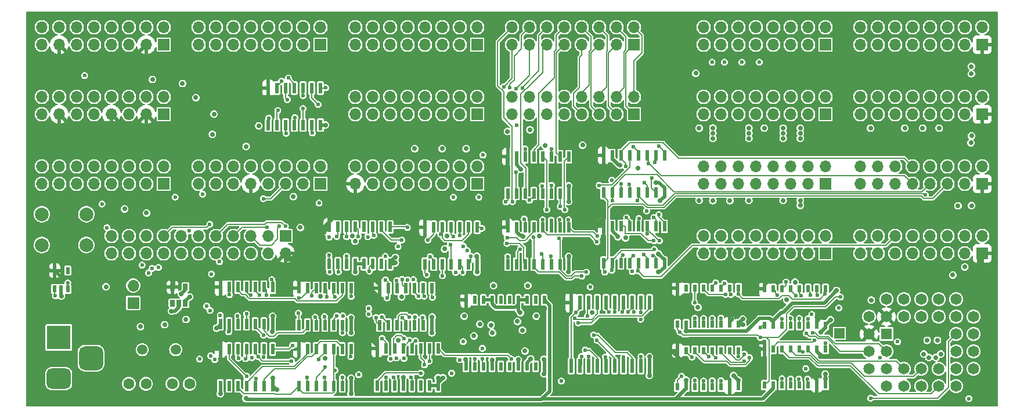
<source format=gbr>
%TF.GenerationSoftware,KiCad,Pcbnew,7.0.0-da2b9df05c~171~ubuntu20.04.1*%
%TF.CreationDate,2023-03-29T16:06:27-07:00*%
%TF.ProjectId,Motherboard,4d6f7468-6572-4626-9f61-72642e6b6963,rev?*%
%TF.SameCoordinates,Original*%
%TF.FileFunction,Copper,L1,Top*%
%TF.FilePolarity,Positive*%
%FSLAX46Y46*%
G04 Gerber Fmt 4.6, Leading zero omitted, Abs format (unit mm)*
G04 Created by KiCad (PCBNEW 7.0.0-da2b9df05c~171~ubuntu20.04.1) date 2023-03-29 16:06:27*
%MOMM*%
%LPD*%
G01*
G04 APERTURE LIST*
G04 Aperture macros list*
%AMRoundRect*
0 Rectangle with rounded corners*
0 $1 Rounding radius*
0 $2 $3 $4 $5 $6 $7 $8 $9 X,Y pos of 4 corners*
0 Add a 4 corners polygon primitive as box body*
4,1,4,$2,$3,$4,$5,$6,$7,$8,$9,$2,$3,0*
0 Add four circle primitives for the rounded corners*
1,1,$1+$1,$2,$3*
1,1,$1+$1,$4,$5*
1,1,$1+$1,$6,$7*
1,1,$1+$1,$8,$9*
0 Add four rect primitives between the rounded corners*
20,1,$1+$1,$2,$3,$4,$5,0*
20,1,$1+$1,$4,$5,$6,$7,0*
20,1,$1+$1,$6,$7,$8,$9,0*
20,1,$1+$1,$8,$9,$2,$3,0*%
G04 Aperture macros list end*
%TA.AperFunction,SMDPad,CuDef*%
%ADD10R,0.520000X1.300000*%
%TD*%
%TA.AperFunction,SMDPad,CuDef*%
%ADD11R,0.700000X1.000000*%
%TD*%
%TA.AperFunction,ComponentPad*%
%ADD12R,1.700000X1.700000*%
%TD*%
%TA.AperFunction,ComponentPad*%
%ADD13O,1.700000X1.700000*%
%TD*%
%TA.AperFunction,SMDPad,CuDef*%
%ADD14R,0.600000X1.550000*%
%TD*%
%TA.AperFunction,ComponentPad*%
%ADD15C,1.600000*%
%TD*%
%TA.AperFunction,ComponentPad*%
%ADD16R,1.500000X1.500000*%
%TD*%
%TA.AperFunction,ComponentPad*%
%ADD17C,1.500000*%
%TD*%
%TA.AperFunction,SMDPad,CuDef*%
%ADD18R,0.600000X2.000000*%
%TD*%
%TA.AperFunction,ComponentPad*%
%ADD19R,1.650000X1.650000*%
%TD*%
%TA.AperFunction,ComponentPad*%
%ADD20C,1.650000*%
%TD*%
%TA.AperFunction,ComponentPad*%
%ADD21R,3.500000X3.500000*%
%TD*%
%TA.AperFunction,ComponentPad*%
%ADD22RoundRect,0.750000X1.000000X-0.750000X1.000000X0.750000X-1.000000X0.750000X-1.000000X-0.750000X0*%
%TD*%
%TA.AperFunction,ComponentPad*%
%ADD23RoundRect,0.875000X0.875000X-0.875000X0.875000X0.875000X-0.875000X0.875000X-0.875000X-0.875000X0*%
%TD*%
%TA.AperFunction,SMDPad,CuDef*%
%ADD24R,0.580000X1.120000*%
%TD*%
%TA.AperFunction,SMDPad,CuDef*%
%ADD25R,0.600000X1.050000*%
%TD*%
%TA.AperFunction,ComponentPad*%
%ADD26C,2.000000*%
%TD*%
%TA.AperFunction,ViaPad*%
%ADD27C,0.700000*%
%TD*%
%TA.AperFunction,ViaPad*%
%ADD28C,0.600000*%
%TD*%
%TA.AperFunction,Conductor*%
%ADD29C,0.500000*%
%TD*%
%TA.AperFunction,Conductor*%
%ADD30C,0.200000*%
%TD*%
G04 APERTURE END LIST*
D10*
%TO.P,UREG1,1,~{E}*%
%TO.N,GND*%
X132968999Y-130809999D03*
%TO.P,UREG1,2,Q0*%
%TO.N,/~{SKIP_ME}*%
X134238999Y-130809999D03*
%TO.P,UREG1,3,D0*%
%TO.N,/~{IS_SKIP}*%
X135508999Y-130809999D03*
%TO.P,UREG1,4,D1*%
%TO.N,GND*%
X136778999Y-130809999D03*
%TO.P,UREG1,5,Q1*%
%TO.N,unconnected-(UREG1-Q1-Pad5)*%
X138048999Y-130809999D03*
%TO.P,UREG1,6,Q2*%
%TO.N,unconnected-(UREG1-Q2-Pad6)*%
X139318999Y-130809999D03*
%TO.P,UREG1,7,D2*%
%TO.N,GND*%
X140588999Y-130809999D03*
%TO.P,UREG1,8,D3*%
X141858999Y-130809999D03*
%TO.P,UREG1,9,Q3*%
%TO.N,unconnected-(UREG1-Q3-Pad9)*%
X143128999Y-130809999D03*
%TO.P,UREG1,10,GND*%
%TO.N,GND*%
X144398999Y-130809999D03*
%TO.P,UREG1,11,CP*%
%TO.N,/CLK*%
X144398999Y-121109999D03*
%TO.P,UREG1,12,Q4*%
%TO.N,unconnected-(UREG1-Q4-Pad12)*%
X143128999Y-121109999D03*
%TO.P,UREG1,13,D4*%
%TO.N,GND*%
X141858999Y-121109999D03*
%TO.P,UREG1,14,D5*%
X140588999Y-121109999D03*
%TO.P,UREG1,15,Q5*%
%TO.N,unconnected-(UREG1-Q5-Pad15)*%
X139318999Y-121109999D03*
%TO.P,UREG1,16,Q6*%
%TO.N,unconnected-(UREG1-Q6-Pad16)*%
X138048999Y-121109999D03*
%TO.P,UREG1,17,D6*%
%TO.N,GND*%
X136778999Y-121109999D03*
%TO.P,UREG1,18,D7*%
X135508999Y-121109999D03*
%TO.P,UREG1,19,Q7*%
%TO.N,unconnected-(UREG1-Q7-Pad19)*%
X134238999Y-121109999D03*
%TO.P,UREG1,20,VCC*%
%TO.N,VCC*%
X132968999Y-121109999D03*
%TD*%
D11*
%TO.P,U1,1,NC*%
%TO.N,unconnected-(U1-NC-Pad1)*%
X90169999Y-121595999D03*
%TO.P,U1,2*%
%TO.N,/OSC_IN*%
X91119999Y-121595999D03*
%TO.P,U1,3,GND*%
%TO.N,GND*%
X92069999Y-121595999D03*
%TO.P,U1,4*%
%TO.N,/OSC_OUT*%
X92069999Y-119195999D03*
%TO.P,U1,5,VCC*%
%TO.N,VCC*%
X90169999Y-119195999D03*
%TD*%
D12*
%TO.P,JMEM_C2,1,Pin_1*%
%TO.N,VCC*%
X208279999Y-104139999D03*
D13*
%TO.P,JMEM_C2,2,Pin_2*%
%TO.N,GND*%
X208279999Y-101599999D03*
%TO.P,JMEM_C2,3,Pin_3*%
%TO.N,/~{RST}*%
X205739999Y-104139999D03*
%TO.P,JMEM_C2,4,Pin_4*%
%TO.N,/CLK*%
X205739999Y-101599999D03*
%TO.P,JMEM_C2,5,Pin_5*%
%TO.N,/~{MEM_OE}*%
X203199999Y-104139999D03*
%TO.P,JMEM_C2,6,Pin_6*%
%TO.N,/~{INST_WB}*%
X203199999Y-101599999D03*
%TO.P,JMEM_C2,7,Pin_7*%
%TO.N,/MEM_DATA0*%
X200659999Y-104139999D03*
%TO.P,JMEM_C2,8,Pin_8*%
%TO.N,/MEM_DATA1*%
X200659999Y-101599999D03*
%TO.P,JMEM_C2,9,Pin_9*%
%TO.N,/MEM_DATA2*%
X198119999Y-104139999D03*
%TO.P,JMEM_C2,10,Pin_10*%
%TO.N,/MEM_DATA3*%
X198119999Y-101599999D03*
%TO.P,JMEM_C2,11,Pin_11*%
%TO.N,/MEM_DATA4*%
X195579999Y-104139999D03*
%TO.P,JMEM_C2,12,Pin_12*%
%TO.N,/MEM_DATA5*%
X195579999Y-101599999D03*
%TO.P,JMEM_C2,13,Pin_13*%
%TO.N,/MEM_DATA6*%
X193039999Y-104139999D03*
%TO.P,JMEM_C2,14,Pin_14*%
%TO.N,/MEM_DATA7*%
X193039999Y-101599999D03*
%TO.P,JMEM_C2,15,Pin_15*%
%TO.N,GND*%
X190499999Y-104139999D03*
%TO.P,JMEM_C2,16,Pin_16*%
X190499999Y-101599999D03*
%TD*%
D12*
%TO.P,JMEM_C1,1,Pin_1*%
%TO.N,/MEM_ADDR0*%
X185419999Y-104139999D03*
D13*
%TO.P,JMEM_C1,2,Pin_2*%
%TO.N,/MEM_ADDR1*%
X185419999Y-101599999D03*
%TO.P,JMEM_C1,3,Pin_3*%
%TO.N,/MEM_ADDR2*%
X182879999Y-104139999D03*
%TO.P,JMEM_C1,4,Pin_4*%
%TO.N,/MEM_ADDR3*%
X182879999Y-101599999D03*
%TO.P,JMEM_C1,5,Pin_5*%
%TO.N,/MEM_ADDR4*%
X180339999Y-104139999D03*
%TO.P,JMEM_C1,6,Pin_6*%
%TO.N,/MEM_ADDR5*%
X180339999Y-101599999D03*
%TO.P,JMEM_C1,7,Pin_7*%
%TO.N,/MEM_ADDR6*%
X177799999Y-104139999D03*
%TO.P,JMEM_C1,8,Pin_8*%
%TO.N,/MEM_ADDR7*%
X177799999Y-101599999D03*
%TO.P,JMEM_C1,9,Pin_9*%
%TO.N,/MEM_ADDR8*%
X175259999Y-104139999D03*
%TO.P,JMEM_C1,10,Pin_10*%
%TO.N,/MEM_ADDR9*%
X175259999Y-101599999D03*
%TO.P,JMEM_C1,11,Pin_11*%
%TO.N,/MEM_ADDR10*%
X172719999Y-104139999D03*
%TO.P,JMEM_C1,12,Pin_12*%
%TO.N,/MEM_ADDR11*%
X172719999Y-101599999D03*
%TO.P,JMEM_C1,13,Pin_13*%
%TO.N,/MEM_ADDR12*%
X170179999Y-104139999D03*
%TO.P,JMEM_C1,14,Pin_14*%
%TO.N,/MEM_ADDR13*%
X170179999Y-101599999D03*
%TO.P,JMEM_C1,15,Pin_15*%
%TO.N,/MEM_ADDR14*%
X167639999Y-104139999D03*
%TO.P,JMEM_C1,16,Pin_16*%
%TO.N,/MEM_ADDR15*%
X167639999Y-101599999D03*
%TD*%
D12*
%TO.P,JREGLOW3,1,Pin_1*%
%TO.N,/IN_ACC6*%
X134619999Y-93979999D03*
D13*
%TO.P,JREGLOW3,2,Pin_2*%
%TO.N,/IN_ACC7*%
X134619999Y-91439999D03*
%TO.P,JREGLOW3,3,Pin_3*%
%TO.N,/IN_ACC4*%
X132079999Y-93979999D03*
%TO.P,JREGLOW3,4,Pin_4*%
%TO.N,/IN_ACC5*%
X132079999Y-91439999D03*
%TO.P,JREGLOW3,5,Pin_5*%
%TO.N,/IN_ACC2*%
X129539999Y-93979999D03*
%TO.P,JREGLOW3,6,Pin_6*%
%TO.N,/IN_ACC3*%
X129539999Y-91439999D03*
%TO.P,JREGLOW3,7,Pin_7*%
%TO.N,/IN_ACC0*%
X126999999Y-93979999D03*
%TO.P,JREGLOW3,8,Pin_8*%
%TO.N,/IN_ACC1*%
X126999999Y-91439999D03*
%TO.P,JREGLOW3,9,Pin_9*%
%TO.N,/RCS6*%
X124459999Y-93979999D03*
%TO.P,JREGLOW3,10,Pin_10*%
%TO.N,/RCS7*%
X124459999Y-91439999D03*
%TO.P,JREGLOW3,11,Pin_11*%
%TO.N,/RCS4*%
X121919999Y-93979999D03*
%TO.P,JREGLOW3,12,Pin_12*%
%TO.N,/RCS5*%
X121919999Y-91439999D03*
%TO.P,JREGLOW3,13,Pin_13*%
%TO.N,/RCS2*%
X119379999Y-93979999D03*
%TO.P,JREGLOW3,14,Pin_14*%
%TO.N,/RCS3*%
X119379999Y-91439999D03*
%TO.P,JREGLOW3,15,Pin_15*%
%TO.N,/RCS0*%
X116839999Y-93979999D03*
%TO.P,JREGLOW3,16,Pin_16*%
%TO.N,/RCS1*%
X116839999Y-91439999D03*
%TD*%
D14*
%TO.P,UNOT2,1*%
%TO.N,GND*%
X97154999Y-133669999D03*
%TO.P,UNOT2,2*%
%TO.N,unconnected-(UNOT2-Pad2)*%
X98424999Y-133669999D03*
%TO.P,UNOT2,3*%
%TO.N,/OPCODE0*%
X99694999Y-133669999D03*
%TO.P,UNOT2,4*%
%TO.N,/~{OPCODE0}*%
X100964999Y-133669999D03*
%TO.P,UNOT2,5*%
%TO.N,/~{D2}*%
X102234999Y-133669999D03*
%TO.P,UNOT2,6*%
%TO.N,/D2*%
X103504999Y-133669999D03*
%TO.P,UNOT2,7,GND*%
%TO.N,GND*%
X104774999Y-133669999D03*
%TO.P,UNOT2,8*%
%TO.N,/INST_JUMP*%
X104774999Y-128269999D03*
%TO.P,UNOT2,9*%
%TO.N,Net-(UNAND2-Pad8)*%
X103504999Y-128269999D03*
%TO.P,UNOT2,10*%
%TO.N,/OUT_RX_ID*%
X102234999Y-128269999D03*
%TO.P,UNOT2,11*%
%TO.N,/~{D5}*%
X100964999Y-128269999D03*
%TO.P,UNOT2,12*%
%TO.N,/SWAP_NIBBLES*%
X99694999Y-128269999D03*
%TO.P,UNOT2,13*%
%TO.N,Net-(UNAND2-Pad6)*%
X98424999Y-128269999D03*
%TO.P,UNOT2,14,VCC*%
%TO.N,VCC*%
X97154999Y-128269999D03*
%TD*%
%TO.P,U2MUX3,1,S*%
%TO.N,/~{MEM_OE}*%
X153034999Y-105409999D03*
%TO.P,U2MUX3,2,I0a*%
%TO.N,/MEM_DATA0*%
X154304999Y-105409999D03*
%TO.P,U2MUX3,3,I1a*%
%TO.N,/ALU_RESULT0*%
X155574999Y-105409999D03*
%TO.P,U2MUX3,4,Za*%
%TO.N,/DATAIN0*%
X156844999Y-105409999D03*
%TO.P,U2MUX3,5,I0b*%
%TO.N,/MEM_DATA1*%
X158114999Y-105409999D03*
%TO.P,U2MUX3,6,I1b*%
%TO.N,/ALU_RESULT1*%
X159384999Y-105409999D03*
%TO.P,U2MUX3,7,Zb*%
%TO.N,/DATAIN1*%
X160654999Y-105409999D03*
%TO.P,U2MUX3,8,GND*%
%TO.N,GND*%
X161924999Y-105409999D03*
%TO.P,U2MUX3,9,Zc*%
%TO.N,/DATAIN2*%
X161924999Y-100009999D03*
%TO.P,U2MUX3,10,I1c*%
%TO.N,/ALU_RESULT2*%
X160654999Y-100009999D03*
%TO.P,U2MUX3,11,I0c*%
%TO.N,/MEM_DATA2*%
X159384999Y-100009999D03*
%TO.P,U2MUX3,12,Zd*%
%TO.N,/DATAIN3*%
X158114999Y-100009999D03*
%TO.P,U2MUX3,13,I1d*%
%TO.N,/ALU_RESULT3*%
X156844999Y-100009999D03*
%TO.P,U2MUX3,14,I0d*%
%TO.N,/MEM_DATA3*%
X155574999Y-100009999D03*
%TO.P,U2MUX3,15,E*%
%TO.N,GND*%
X154304999Y-100009999D03*
%TO.P,U2MUX3,16,VCC*%
%TO.N,VCC*%
X153034999Y-100009999D03*
%TD*%
D12*
%TO.P,JALU2,1,Pin_1*%
%TO.N,/IN_ACC7*%
X111759999Y-104139999D03*
D13*
%TO.P,JALU2,2,Pin_2*%
%TO.N,/IN_ACC3*%
X111759999Y-101599999D03*
%TO.P,JALU2,3,Pin_3*%
%TO.N,/IN_ACC6*%
X109219999Y-104139999D03*
%TO.P,JALU2,4,Pin_4*%
%TO.N,/IN_ACC2*%
X109219999Y-101599999D03*
%TO.P,JALU2,5,Pin_5*%
%TO.N,/IN_ACC5*%
X106679999Y-104139999D03*
%TO.P,JALU2,6,Pin_6*%
%TO.N,/IN_ACC1*%
X106679999Y-101599999D03*
%TO.P,JALU2,7,Pin_7*%
%TO.N,/IN_ACC4*%
X104139999Y-104139999D03*
%TO.P,JALU2,8,Pin_8*%
%TO.N,/IN_ACC0*%
X104139999Y-101599999D03*
%TO.P,JALU2,9,Pin_9*%
%TO.N,VCC*%
X101599999Y-104139999D03*
%TO.P,JALU2,10,Pin_10*%
%TO.N,/WRITEID3*%
X101599999Y-101599999D03*
%TO.P,JALU2,11,Pin_11*%
%TO.N,GND*%
X99059999Y-104139999D03*
%TO.P,JALU2,12,Pin_12*%
%TO.N,/WRITEID2*%
X99059999Y-101599999D03*
%TO.P,JALU2,13,Pin_13*%
%TO.N,/OPCODE0*%
X96519999Y-104139999D03*
%TO.P,JALU2,14,Pin_14*%
%TO.N,/WRITEID1*%
X96519999Y-101599999D03*
%TO.P,JALU2,15,Pin_15*%
%TO.N,/IMM_MSB*%
X93979999Y-104139999D03*
%TO.P,JALU2,16,Pin_16*%
%TO.N,/WRITEID0*%
X93979999Y-101599999D03*
%TD*%
D12*
%TO.P,JMEM_B2,1,Pin_1*%
%TO.N,VCC*%
X208279999Y-93979999D03*
D13*
%TO.P,JMEM_B2,2,Pin_2*%
%TO.N,GND*%
X208279999Y-91439999D03*
%TO.P,JMEM_B2,3,Pin_3*%
%TO.N,/~{RST}*%
X205739999Y-93979999D03*
%TO.P,JMEM_B2,4,Pin_4*%
%TO.N,/CLK*%
X205739999Y-91439999D03*
%TO.P,JMEM_B2,5,Pin_5*%
%TO.N,/~{MEM_OE}*%
X203199999Y-93979999D03*
%TO.P,JMEM_B2,6,Pin_6*%
%TO.N,/~{INST_WB}*%
X203199999Y-91439999D03*
%TO.P,JMEM_B2,7,Pin_7*%
%TO.N,/MEM_DATA0*%
X200659999Y-93979999D03*
%TO.P,JMEM_B2,8,Pin_8*%
%TO.N,/MEM_DATA1*%
X200659999Y-91439999D03*
%TO.P,JMEM_B2,9,Pin_9*%
%TO.N,/MEM_DATA2*%
X198119999Y-93979999D03*
%TO.P,JMEM_B2,10,Pin_10*%
%TO.N,/MEM_DATA3*%
X198119999Y-91439999D03*
%TO.P,JMEM_B2,11,Pin_11*%
%TO.N,/MEM_DATA4*%
X195579999Y-93979999D03*
%TO.P,JMEM_B2,12,Pin_12*%
%TO.N,/MEM_DATA5*%
X195579999Y-91439999D03*
%TO.P,JMEM_B2,13,Pin_13*%
%TO.N,/MEM_DATA6*%
X193039999Y-93979999D03*
%TO.P,JMEM_B2,14,Pin_14*%
%TO.N,/MEM_DATA7*%
X193039999Y-91439999D03*
%TO.P,JMEM_B2,15,Pin_15*%
%TO.N,GND*%
X190499999Y-93979999D03*
%TO.P,JMEM_B2,16,Pin_16*%
X190499999Y-91439999D03*
%TD*%
D12*
%TO.P,JMEM_D1,1,Pin_1*%
%TO.N,/MEM_ADDR0*%
X185419999Y-114299999D03*
D13*
%TO.P,JMEM_D1,2,Pin_2*%
%TO.N,/MEM_ADDR1*%
X185419999Y-111759999D03*
%TO.P,JMEM_D1,3,Pin_3*%
%TO.N,/MEM_ADDR2*%
X182879999Y-114299999D03*
%TO.P,JMEM_D1,4,Pin_4*%
%TO.N,/MEM_ADDR3*%
X182879999Y-111759999D03*
%TO.P,JMEM_D1,5,Pin_5*%
%TO.N,/MEM_ADDR4*%
X180339999Y-114299999D03*
%TO.P,JMEM_D1,6,Pin_6*%
%TO.N,/MEM_ADDR5*%
X180339999Y-111759999D03*
%TO.P,JMEM_D1,7,Pin_7*%
%TO.N,/MEM_ADDR6*%
X177799999Y-114299999D03*
%TO.P,JMEM_D1,8,Pin_8*%
%TO.N,/MEM_ADDR7*%
X177799999Y-111759999D03*
%TO.P,JMEM_D1,9,Pin_9*%
%TO.N,/MEM_ADDR8*%
X175259999Y-114299999D03*
%TO.P,JMEM_D1,10,Pin_10*%
%TO.N,/MEM_ADDR9*%
X175259999Y-111759999D03*
%TO.P,JMEM_D1,11,Pin_11*%
%TO.N,/MEM_ADDR10*%
X172719999Y-114299999D03*
%TO.P,JMEM_D1,12,Pin_12*%
%TO.N,/MEM_ADDR11*%
X172719999Y-111759999D03*
%TO.P,JMEM_D1,13,Pin_13*%
%TO.N,/MEM_ADDR12*%
X170179999Y-114299999D03*
%TO.P,JMEM_D1,14,Pin_14*%
%TO.N,/MEM_ADDR13*%
X170179999Y-111759999D03*
%TO.P,JMEM_D1,15,Pin_15*%
%TO.N,/MEM_ADDR14*%
X167639999Y-114299999D03*
%TO.P,JMEM_D1,16,Pin_16*%
%TO.N,/MEM_ADDR15*%
X167639999Y-111759999D03*
%TD*%
D12*
%TO.P,JMEM_B1,1,Pin_1*%
%TO.N,/MEM_ADDR0*%
X185419999Y-93979999D03*
D13*
%TO.P,JMEM_B1,2,Pin_2*%
%TO.N,/MEM_ADDR1*%
X185419999Y-91439999D03*
%TO.P,JMEM_B1,3,Pin_3*%
%TO.N,/MEM_ADDR2*%
X182879999Y-93979999D03*
%TO.P,JMEM_B1,4,Pin_4*%
%TO.N,/MEM_ADDR3*%
X182879999Y-91439999D03*
%TO.P,JMEM_B1,5,Pin_5*%
%TO.N,/MEM_ADDR4*%
X180339999Y-93979999D03*
%TO.P,JMEM_B1,6,Pin_6*%
%TO.N,/MEM_ADDR5*%
X180339999Y-91439999D03*
%TO.P,JMEM_B1,7,Pin_7*%
%TO.N,/MEM_ADDR6*%
X177799999Y-93979999D03*
%TO.P,JMEM_B1,8,Pin_8*%
%TO.N,/MEM_ADDR7*%
X177799999Y-91439999D03*
%TO.P,JMEM_B1,9,Pin_9*%
%TO.N,/MEM_ADDR8*%
X175259999Y-93979999D03*
%TO.P,JMEM_B1,10,Pin_10*%
%TO.N,/MEM_ADDR9*%
X175259999Y-91439999D03*
%TO.P,JMEM_B1,11,Pin_11*%
%TO.N,/MEM_ADDR10*%
X172719999Y-93979999D03*
%TO.P,JMEM_B1,12,Pin_12*%
%TO.N,/MEM_ADDR11*%
X172719999Y-91439999D03*
%TO.P,JMEM_B1,13,Pin_13*%
%TO.N,/MEM_ADDR12*%
X170179999Y-93979999D03*
%TO.P,JMEM_B1,14,Pin_14*%
%TO.N,/MEM_ADDR13*%
X170179999Y-91439999D03*
%TO.P,JMEM_B1,15,Pin_15*%
%TO.N,/MEM_ADDR14*%
X167639999Y-93979999D03*
%TO.P,JMEM_B1,16,Pin_16*%
%TO.N,/MEM_ADDR15*%
X167639999Y-91439999D03*
%TD*%
D14*
%TO.P,U2MUX1,1,S*%
%TO.N,/IMM3*%
X139064999Y-105569999D03*
%TO.P,U2MUX1,2,I0a*%
%TO.N,/DATAOUT_LOW4*%
X140334999Y-105569999D03*
%TO.P,U2MUX1,3,I1a*%
%TO.N,/DATAOUT_HIGH4*%
X141604999Y-105569999D03*
%TO.P,U2MUX1,4,Za*%
%TO.N,/REGDATA4*%
X142874999Y-105569999D03*
%TO.P,U2MUX1,5,I0b*%
%TO.N,/DATAOUT_LOW5*%
X144144999Y-105569999D03*
%TO.P,U2MUX1,6,I1b*%
%TO.N,/DATAOUT_HIGH5*%
X145414999Y-105569999D03*
%TO.P,U2MUX1,7,Zb*%
%TO.N,/REGDATA5*%
X146684999Y-105569999D03*
%TO.P,U2MUX1,8,GND*%
%TO.N,GND*%
X147954999Y-105569999D03*
%TO.P,U2MUX1,9,Zc*%
%TO.N,/REGDATA6*%
X147954999Y-100169999D03*
%TO.P,U2MUX1,10,I1c*%
%TO.N,/DATAOUT_HIGH6*%
X146684999Y-100169999D03*
%TO.P,U2MUX1,11,I0c*%
%TO.N,/DATAOUT_LOW6*%
X145414999Y-100169999D03*
%TO.P,U2MUX1,12,Zd*%
%TO.N,/REGDATA7*%
X144144999Y-100169999D03*
%TO.P,U2MUX1,13,I1d*%
%TO.N,/DATAOUT_HIGH7*%
X142874999Y-100169999D03*
%TO.P,U2MUX1,14,I0d*%
%TO.N,/DATAOUT_LOW7*%
X141604999Y-100169999D03*
%TO.P,U2MUX1,15,E*%
%TO.N,GND*%
X140334999Y-100169999D03*
%TO.P,U2MUX1,16,VCC*%
%TO.N,VCC*%
X139064999Y-100169999D03*
%TD*%
%TO.P,U2MUX2,1,S*%
%TO.N,/IMM3*%
X139064999Y-115889999D03*
%TO.P,U2MUX2,2,I0a*%
%TO.N,/DATAOUT_LOW0*%
X140334999Y-115889999D03*
%TO.P,U2MUX2,3,I1a*%
%TO.N,/DATAOUT_HIGH0*%
X141604999Y-115889999D03*
%TO.P,U2MUX2,4,Za*%
%TO.N,/REGDATA0*%
X142874999Y-115889999D03*
%TO.P,U2MUX2,5,I0b*%
%TO.N,/DATAOUT_LOW1*%
X144144999Y-115889999D03*
%TO.P,U2MUX2,6,I1b*%
%TO.N,/DATAOUT_HIGH1*%
X145414999Y-115889999D03*
%TO.P,U2MUX2,7,Zb*%
%TO.N,/REGDATA1*%
X146684999Y-115889999D03*
%TO.P,U2MUX2,8,GND*%
%TO.N,GND*%
X147954999Y-115889999D03*
%TO.P,U2MUX2,9,Zc*%
%TO.N,/REGDATA2*%
X147954999Y-110489999D03*
%TO.P,U2MUX2,10,I1c*%
%TO.N,/DATAOUT_HIGH2*%
X146684999Y-110489999D03*
%TO.P,U2MUX2,11,I0c*%
%TO.N,/DATAOUT_LOW2*%
X145414999Y-110489999D03*
%TO.P,U2MUX2,12,Zd*%
%TO.N,/REGDATA3*%
X144144999Y-110489999D03*
%TO.P,U2MUX2,13,I1d*%
%TO.N,/DATAOUT_HIGH3*%
X142874999Y-110489999D03*
%TO.P,U2MUX2,14,I0d*%
%TO.N,/DATAOUT_LOW3*%
X141604999Y-110489999D03*
%TO.P,U2MUX2,15,E*%
%TO.N,GND*%
X140334999Y-110489999D03*
%TO.P,U2MUX2,16,VCC*%
%TO.N,VCC*%
X139064999Y-110489999D03*
%TD*%
D15*
%TO.P,C4,1*%
%TO.N,GND*%
X86320000Y-133350000D03*
%TO.P,C4,2*%
%TO.N,/OSC_IN*%
X83820000Y-133350000D03*
%TD*%
D14*
%TO.P,UNAND2,1*%
%TO.N,/OPCODE0*%
X108584999Y-133669999D03*
%TO.P,UNAND2,2*%
%TO.N,/OUT_RX_ID*%
X109854999Y-133669999D03*
%TO.P,UNAND2,3*%
%TO.N,/~{MEM_OE}*%
X111124999Y-133669999D03*
%TO.P,UNAND2,4*%
%TO.N,/~{L}*%
X112394999Y-133669999D03*
%TO.P,UNAND2,5*%
%TO.N,/OPCODE0*%
X113664999Y-133669999D03*
%TO.P,UNAND2,6*%
%TO.N,Net-(UNAND2-Pad6)*%
X114934999Y-133669999D03*
%TO.P,UNAND2,7,GND*%
%TO.N,GND*%
X116204999Y-133669999D03*
%TO.P,UNAND2,8*%
%TO.N,Net-(UNAND2-Pad8)*%
X116204999Y-128269999D03*
%TO.P,UNAND2,9*%
%TO.N,/D2*%
X114934999Y-128269999D03*
%TO.P,UNAND2,10*%
%TO.N,/OPCODE0*%
X113664999Y-128269999D03*
%TO.P,UNAND2,11*%
%TO.N,Net-(UNAND2-Pad11)*%
X112394999Y-128269999D03*
%TO.P,UNAND2,12*%
%TO.N,/D2*%
X111124999Y-128269999D03*
%TO.P,UNAND2,13*%
%TO.N,/~{OPCODE0}*%
X109854999Y-128269999D03*
%TO.P,UNAND2,14,VCC*%
%TO.N,VCC*%
X108584999Y-128269999D03*
%TD*%
D16*
%TO.P,TPROM15,1,1*%
%TO.N,/ROMADDR15*%
X187451999Y-125983999D03*
%TD*%
D12*
%TO.P,JREGLOW1,1,Pin_1*%
%TO.N,GND*%
X88899999Y-93979999D03*
D13*
%TO.P,JREGLOW1,2,Pin_2*%
X88899999Y-91439999D03*
%TO.P,JREGLOW1,3,Pin_3*%
%TO.N,VCC*%
X86359999Y-93979999D03*
%TO.P,JREGLOW1,4,Pin_4*%
%TO.N,GND*%
X86359999Y-91439999D03*
%TO.P,JREGLOW1,5,Pin_5*%
%TO.N,/CLK*%
X83819999Y-93979999D03*
%TO.P,JREGLOW1,6,Pin_6*%
%TO.N,/WRITEID2*%
X83819999Y-91439999D03*
%TO.P,JREGLOW1,7,Pin_7*%
%TO.N,VCC*%
X81279999Y-93979999D03*
%TO.P,JREGLOW1,8,Pin_8*%
%TO.N,/WRITEID1*%
X81279999Y-91439999D03*
%TO.P,JREGLOW1,9,Pin_9*%
%TO.N,/WRITEID3*%
X78739999Y-93979999D03*
%TO.P,JREGLOW1,10,Pin_10*%
%TO.N,/WRITEID0*%
X78739999Y-91439999D03*
%TO.P,JREGLOW1,11,Pin_11*%
%TO.N,/~{REG_WE}*%
X76199999Y-93979999D03*
%TO.P,JREGLOW1,12,Pin_12*%
%TO.N,/IMM2*%
X76199999Y-91439999D03*
%TO.P,JREGLOW1,13,Pin_13*%
%TO.N,VCC*%
X73659999Y-93979999D03*
%TO.P,JREGLOW1,14,Pin_14*%
%TO.N,/IMM1*%
X73659999Y-91439999D03*
%TO.P,JREGLOW1,15,Pin_15*%
%TO.N,GND*%
X71119999Y-93979999D03*
%TO.P,JREGLOW1,16,Pin_16*%
%TO.N,/IMM0*%
X71119999Y-91439999D03*
%TD*%
D14*
%TO.P,UDEMUX1,1,A0*%
%TO.N,/IN_R1*%
X113029999Y-115823999D03*
%TO.P,UDEMUX1,2,A1*%
%TO.N,/OPCODE2*%
X114299999Y-115823999D03*
%TO.P,UDEMUX1,3,A2*%
%TO.N,/OPCODE3*%
X115569999Y-115823999D03*
%TO.P,UDEMUX1,4,~{G2A}*%
%TO.N,GND*%
X116839999Y-115823999D03*
%TO.P,UDEMUX1,5,~{G2B}*%
X118109999Y-115823999D03*
%TO.P,UDEMUX1,6,G1*%
%TO.N,/~{SKIP_ME}*%
X119379999Y-115823999D03*
%TO.P,UDEMUX1,7,~{Y7}*%
%TO.N,unconnected-(UDEMUX1-~{Y7}-Pad7)*%
X120649999Y-115823999D03*
%TO.P,UDEMUX1,8,GND*%
%TO.N,GND*%
X121919999Y-115823999D03*
%TO.P,UDEMUX1,9,~{Y6}*%
%TO.N,/~{D6}*%
X121919999Y-110423999D03*
%TO.P,UDEMUX1,10,~{Y5}*%
%TO.N,/~{D5}*%
X120649999Y-110423999D03*
%TO.P,UDEMUX1,11,~{Y4}*%
%TO.N,/~{D4}*%
X119379999Y-110423999D03*
%TO.P,UDEMUX1,12,~{Y3}*%
%TO.N,unconnected-(UDEMUX1-~{Y3}-Pad12)*%
X118109999Y-110423999D03*
%TO.P,UDEMUX1,13,~{Y2}*%
%TO.N,/~{D2}*%
X116839999Y-110423999D03*
%TO.P,UDEMUX1,14,~{Y1}*%
%TO.N,/~{D1}*%
X115569999Y-110423999D03*
%TO.P,UDEMUX1,15,~{Y0}*%
%TO.N,/~{D0}*%
X114299999Y-110423999D03*
%TO.P,UDEMUX1,16,VCC*%
%TO.N,VCC*%
X113029999Y-110423999D03*
%TD*%
D12*
%TO.P,JMEM_A1,1,Pin_1*%
%TO.N,/MEM_ADDR0*%
X185419999Y-83819999D03*
D13*
%TO.P,JMEM_A1,2,Pin_2*%
%TO.N,/MEM_ADDR1*%
X185419999Y-81279999D03*
%TO.P,JMEM_A1,3,Pin_3*%
%TO.N,/MEM_ADDR2*%
X182879999Y-83819999D03*
%TO.P,JMEM_A1,4,Pin_4*%
%TO.N,/MEM_ADDR3*%
X182879999Y-81279999D03*
%TO.P,JMEM_A1,5,Pin_5*%
%TO.N,/MEM_ADDR4*%
X180339999Y-83819999D03*
%TO.P,JMEM_A1,6,Pin_6*%
%TO.N,/MEM_ADDR5*%
X180339999Y-81279999D03*
%TO.P,JMEM_A1,7,Pin_7*%
%TO.N,/MEM_ADDR6*%
X177799999Y-83819999D03*
%TO.P,JMEM_A1,8,Pin_8*%
%TO.N,/MEM_ADDR7*%
X177799999Y-81279999D03*
%TO.P,JMEM_A1,9,Pin_9*%
%TO.N,/MEM_ADDR8*%
X175259999Y-83819999D03*
%TO.P,JMEM_A1,10,Pin_10*%
%TO.N,/MEM_ADDR9*%
X175259999Y-81279999D03*
%TO.P,JMEM_A1,11,Pin_11*%
%TO.N,/MEM_ADDR10*%
X172719999Y-83819999D03*
%TO.P,JMEM_A1,12,Pin_12*%
%TO.N,/MEM_ADDR11*%
X172719999Y-81279999D03*
%TO.P,JMEM_A1,13,Pin_13*%
%TO.N,/MEM_ADDR12*%
X170179999Y-83819999D03*
%TO.P,JMEM_A1,14,Pin_14*%
%TO.N,/MEM_ADDR13*%
X170179999Y-81279999D03*
%TO.P,JMEM_A1,15,Pin_15*%
%TO.N,/MEM_ADDR14*%
X167639999Y-83819999D03*
%TO.P,JMEM_A1,16,Pin_16*%
%TO.N,/MEM_ADDR15*%
X167639999Y-81279999D03*
%TD*%
D12*
%TO.P,JREGHIGH4,1,Pin_1*%
%TO.N,/DATAIN6*%
X157479999Y-83819999D03*
D13*
%TO.P,JREGHIGH4,2,Pin_2*%
%TO.N,/DATAIN7*%
X157479999Y-81279999D03*
%TO.P,JREGHIGH4,3,Pin_3*%
%TO.N,/DATAIN4*%
X154939999Y-83819999D03*
%TO.P,JREGHIGH4,4,Pin_4*%
%TO.N,/DATAIN5*%
X154939999Y-81279999D03*
%TO.P,JREGHIGH4,5,Pin_5*%
%TO.N,/DATAIN2*%
X152399999Y-83819999D03*
%TO.P,JREGHIGH4,6,Pin_6*%
%TO.N,/DATAIN3*%
X152399999Y-81279999D03*
%TO.P,JREGHIGH4,7,Pin_7*%
%TO.N,/DATAIN0*%
X149859999Y-83819999D03*
%TO.P,JREGHIGH4,8,Pin_8*%
%TO.N,/DATAIN1*%
X149859999Y-81279999D03*
%TO.P,JREGHIGH4,9,Pin_9*%
%TO.N,/DATAOUT_HIGH6*%
X147319999Y-83819999D03*
%TO.P,JREGHIGH4,10,Pin_10*%
%TO.N,/DATAOUT_HIGH7*%
X147319999Y-81279999D03*
%TO.P,JREGHIGH4,11,Pin_11*%
%TO.N,/DATAOUT_HIGH4*%
X144779999Y-83819999D03*
%TO.P,JREGHIGH4,12,Pin_12*%
%TO.N,/DATAOUT_HIGH5*%
X144779999Y-81279999D03*
%TO.P,JREGHIGH4,13,Pin_13*%
%TO.N,/DATAOUT_HIGH2*%
X142239999Y-83819999D03*
%TO.P,JREGHIGH4,14,Pin_14*%
%TO.N,/DATAOUT_HIGH3*%
X142239999Y-81279999D03*
%TO.P,JREGHIGH4,15,Pin_15*%
%TO.N,/DATAOUT_HIGH0*%
X139699999Y-83819999D03*
%TO.P,JREGHIGH4,16,Pin_16*%
%TO.N,/DATAOUT_HIGH1*%
X139699999Y-81279999D03*
%TD*%
D17*
%TO.P,Y1,1,1*%
%TO.N,Net-(C8-Pad2)*%
X90645000Y-128365000D03*
%TO.P,Y1,2,2*%
%TO.N,/OSC_IN*%
X85765000Y-128365000D03*
%TD*%
D12*
%TO.P,JALU1,1,Pin_1*%
%TO.N,/REGDATA3*%
X88899999Y-104139999D03*
D13*
%TO.P,JALU1,2,Pin_2*%
%TO.N,/REGDATA7*%
X88899999Y-101599999D03*
%TO.P,JALU1,3,Pin_3*%
%TO.N,/REGDATA2*%
X86359999Y-104139999D03*
%TO.P,JALU1,4,Pin_4*%
%TO.N,/REGDATA6*%
X86359999Y-101599999D03*
%TO.P,JALU1,5,Pin_5*%
%TO.N,/REGDATA1*%
X83819999Y-104139999D03*
%TO.P,JALU1,6,Pin_6*%
%TO.N,/REGDATA5*%
X83819999Y-101599999D03*
%TO.P,JALU1,7,Pin_7*%
%TO.N,/REGDATA0*%
X81279999Y-104139999D03*
%TO.P,JALU1,8,Pin_8*%
%TO.N,/REGDATA4*%
X81279999Y-101599999D03*
%TO.P,JALU1,9,Pin_9*%
%TO.N,/~{CARRY_WE}*%
X78739999Y-104139999D03*
%TO.P,JALU1,10,Pin_10*%
%TO.N,/IMM3*%
X78739999Y-101599999D03*
%TO.P,JALU1,11,Pin_11*%
%TO.N,/CARRY*%
X76199999Y-104139999D03*
%TO.P,JALU1,12,Pin_12*%
%TO.N,/IMM2*%
X76199999Y-101599999D03*
%TO.P,JALU1,13,Pin_13*%
%TO.N,/OUT_RX_ID*%
X73659999Y-104139999D03*
%TO.P,JALU1,14,Pin_14*%
%TO.N,/IMM1*%
X73659999Y-101599999D03*
%TO.P,JALU1,15,Pin_15*%
%TO.N,/CLK*%
X71119999Y-104139999D03*
%TO.P,JALU1,16,Pin_16*%
%TO.N,/IMM0*%
X71119999Y-101599999D03*
%TD*%
D18*
%TO.P,U4,1,1OE*%
%TO.N,/~{INST_WB}*%
X148335999Y-130760999D03*
%TO.P,U4,2,1A0*%
%TO.N,/REGDATA0*%
X149605999Y-130760999D03*
%TO.P,U4,3,2Y0*%
%TO.N,/MEM_DATA4*%
X150875999Y-130760999D03*
%TO.P,U4,4,1A1*%
%TO.N,/REGDATA1*%
X152145999Y-130760999D03*
%TO.P,U4,5,2Y1*%
%TO.N,/MEM_DATA5*%
X153415999Y-130760999D03*
%TO.P,U4,6,1A2*%
%TO.N,/REGDATA2*%
X154685999Y-130760999D03*
%TO.P,U4,7,2Y2*%
%TO.N,/MEM_DATA6*%
X155955999Y-130760999D03*
%TO.P,U4,8,1A3*%
%TO.N,/REGDATA3*%
X157225999Y-130760999D03*
%TO.P,U4,9,2Y3*%
%TO.N,/MEM_DATA7*%
X158495999Y-130760999D03*
%TO.P,U4,10,GND*%
%TO.N,GND*%
X159765999Y-130760999D03*
%TO.P,U4,11,2A3*%
%TO.N,/REGDATA7*%
X159765999Y-121460999D03*
%TO.P,U4,12,1Y3*%
%TO.N,/MEM_DATA3*%
X158495999Y-121460999D03*
%TO.P,U4,13,2A2*%
%TO.N,/REGDATA6*%
X157225999Y-121460999D03*
%TO.P,U4,14,1Y2*%
%TO.N,/MEM_DATA2*%
X155955999Y-121460999D03*
%TO.P,U4,15,2A1*%
%TO.N,/REGDATA5*%
X154685999Y-121460999D03*
%TO.P,U4,16,1Y1*%
%TO.N,/MEM_DATA1*%
X153415999Y-121460999D03*
%TO.P,U4,17,2A0*%
%TO.N,/REGDATA4*%
X152145999Y-121460999D03*
%TO.P,U4,18,1Y0*%
%TO.N,/MEM_DATA0*%
X150875999Y-121460999D03*
%TO.P,U4,19,2OE*%
%TO.N,/~{INST_WB}*%
X149605999Y-121460999D03*
%TO.P,U4,20,VCC*%
%TO.N,VCC*%
X148335999Y-121460999D03*
%TD*%
D12*
%TO.P,JP1,1,A*%
%TO.N,/CLK_INT*%
X84454999Y-121538999D03*
D13*
%TO.P,JP1,2,B*%
%TO.N,/CLK*%
X84454999Y-118998999D03*
%TD*%
D19*
%TO.P,U2,1,NC*%
%TO.N,unconnected-(U2-NC-Pad1)*%
X194309999Y-126079999D03*
D20*
%TO.P,U2,2,A14*%
%TO.N,/ROMADDR14*%
X191770000Y-128620000D03*
%TO.P,U2,3,A12*%
%TO.N,/ROMADDR12*%
X194310000Y-128620000D03*
%TO.P,U2,4,A7*%
%TO.N,/ROMADDR7*%
X191770000Y-131160000D03*
%TO.P,U2,5,A6*%
%TO.N,/ROMADDR6*%
X194310000Y-133700000D03*
%TO.P,U2,6,A5*%
%TO.N,/ROMADDR5*%
X194310000Y-131160000D03*
%TO.P,U2,7,A4*%
%TO.N,/ROMADDR4*%
X196850000Y-133700000D03*
%TO.P,U2,8,A3*%
%TO.N,/ROMADDR3*%
X196850000Y-131160000D03*
%TO.P,U2,9,A2*%
%TO.N,/ROMADDR2*%
X199390000Y-133700000D03*
%TO.P,U2,10,A1*%
%TO.N,/ROMADDR1*%
X199390000Y-131160000D03*
%TO.P,U2,11,A0*%
%TO.N,/ROMADDR0*%
X201930000Y-133700000D03*
%TO.P,U2,12,NC*%
%TO.N,unconnected-(U2-NC-Pad12)*%
X201930000Y-131160000D03*
%TO.P,U2,13,IO0*%
%TO.N,/OPCODE0*%
X204470000Y-133700000D03*
%TO.P,U2,14,IO1*%
%TO.N,/IN_R1*%
X207010000Y-131160000D03*
%TO.P,U2,15,IO2*%
%TO.N,/OPCODE2*%
X204470000Y-131160000D03*
%TO.P,U2,16,GND*%
%TO.N,GND*%
X207010000Y-128620000D03*
%TO.P,U2,17,NC*%
%TO.N,unconnected-(U2-NC-Pad17)*%
X204470000Y-128620000D03*
%TO.P,U2,18,IO3*%
%TO.N,/OPCODE3*%
X207010000Y-126080000D03*
%TO.P,U2,19,IO4*%
%TO.N,/IMM0*%
X204470000Y-126080000D03*
%TO.P,U2,20,IO5*%
%TO.N,/IMM1*%
X207010000Y-123540000D03*
%TO.P,U2,21,IO6*%
%TO.N,/IMM2*%
X204470000Y-121000000D03*
%TO.P,U2,22,IO7*%
%TO.N,/IMM3*%
X204470000Y-123540000D03*
%TO.P,U2,23,~{CE}*%
%TO.N,GND*%
X201930000Y-121000000D03*
%TO.P,U2,24,A10*%
%TO.N,/ROMADDR10*%
X201930000Y-123540000D03*
%TO.P,U2,25,~{OE}*%
%TO.N,GND*%
X199390000Y-121000000D03*
%TO.P,U2,26,NC*%
%TO.N,unconnected-(U2-NC-Pad26)*%
X199390000Y-123540000D03*
%TO.P,U2,27,A11*%
%TO.N,/ROMADDR11*%
X196850000Y-121000000D03*
%TO.P,U2,28,A9*%
%TO.N,/ROMADDR9*%
X196850000Y-123540000D03*
%TO.P,U2,29,A8*%
%TO.N,/ROMADDR8*%
X194310000Y-121000000D03*
%TO.P,U2,30,A13*%
%TO.N,/ROMADDR13*%
X191770000Y-123540000D03*
%TO.P,U2,31,~{WE}*%
%TO.N,VCC*%
X194310000Y-123540000D03*
%TO.P,U2,32,VCC*%
X191770000Y-126080000D03*
%TD*%
D21*
%TO.P,J1,1*%
%TO.N,Net-(F2-Pad2)*%
X73599999Y-126599999D03*
D22*
%TO.P,J1,2*%
%TO.N,GND*%
X73600000Y-132600000D03*
D23*
%TO.P,J1,3*%
%TO.N,unconnected-(J1-Pad3)*%
X78300000Y-129600000D03*
%TD*%
D24*
%TO.P,UR3,1,~{MR}*%
%TO.N,/~{RST}*%
X163829999Y-133779999D03*
%TO.P,UR3,2,CP*%
%TO.N,/CLK*%
X165099999Y-133779999D03*
%TO.P,UR3,3,D0*%
%TO.N,/JMPDST8*%
X166369999Y-133779999D03*
%TO.P,UR3,4,D1*%
%TO.N,/JMPDST9*%
X167639999Y-133779999D03*
%TO.P,UR3,5,D2*%
%TO.N,/JMPDST10*%
X168909999Y-133779999D03*
%TO.P,UR3,6,D3*%
%TO.N,/JMPDST11*%
X170179999Y-133779999D03*
%TO.P,UR3,7,CEP*%
%TO.N,VCC*%
X171449999Y-133779999D03*
%TO.P,UR3,8,GND*%
%TO.N,GND*%
X172719999Y-133779999D03*
%TO.P,UR3,9,~{PE}*%
%TO.N,/~{IS_JMP}*%
X172719999Y-128499999D03*
%TO.P,UR3,10,CET*%
%TO.N,/CARRY1*%
X171449999Y-128499999D03*
%TO.P,UR3,11,Q3*%
%TO.N,/ROMADDR11*%
X170179999Y-128499999D03*
%TO.P,UR3,12,Q2*%
%TO.N,/ROMADDR10*%
X168909999Y-128499999D03*
%TO.P,UR3,13,Q1*%
%TO.N,/ROMADDR9*%
X167639999Y-128499999D03*
%TO.P,UR3,14,Q0*%
%TO.N,/ROMADDR8*%
X166369999Y-128499999D03*
%TO.P,UR3,15,TC*%
%TO.N,/CARRY2*%
X165099999Y-128499999D03*
%TO.P,UR3,16,VCC*%
%TO.N,VCC*%
X163829999Y-128499999D03*
%TD*%
D14*
%TO.P,UXOR1,1*%
%TO.N,/IMM0*%
X126999999Y-115889999D03*
%TO.P,UXOR1,2*%
%TO.N,Net-(UOCTMUX1-Q)*%
X128269999Y-115889999D03*
%TO.P,UXOR1,3*%
%TO.N,/PCEVENT*%
X129539999Y-115889999D03*
%TO.P,UXOR1,4*%
%TO.N,/~{D2}*%
X130809999Y-115889999D03*
%TO.P,UXOR1,5*%
%TO.N,/~{INST_WB}*%
X132079999Y-115889999D03*
%TO.P,UXOR1,6*%
%TO.N,/~{REG_WE}*%
X133349999Y-115889999D03*
%TO.P,UXOR1,7,GND*%
%TO.N,GND*%
X134619999Y-115889999D03*
%TO.P,UXOR1,8*%
%TO.N,/IN_R2*%
X134619999Y-110489999D03*
%TO.P,UXOR1,9*%
%TO.N,/~{D0}*%
X133349999Y-110489999D03*
%TO.P,UXOR1,10*%
%TO.N,/OPCODE2*%
X132079999Y-110489999D03*
%TO.P,UXOR1,11*%
%TO.N,/IN_R3*%
X130809999Y-110489999D03*
%TO.P,UXOR1,12*%
%TO.N,/~{D0}*%
X129539999Y-110489999D03*
%TO.P,UXOR1,13*%
%TO.N,/OPCODE3*%
X128269999Y-110489999D03*
%TO.P,UXOR1,14,VCC*%
%TO.N,VCC*%
X126999999Y-110489999D03*
%TD*%
D12*
%TO.P,JMEM_A2,1,Pin_1*%
%TO.N,VCC*%
X208279999Y-83819999D03*
D13*
%TO.P,JMEM_A2,2,Pin_2*%
%TO.N,GND*%
X208279999Y-81279999D03*
%TO.P,JMEM_A2,3,Pin_3*%
%TO.N,/~{RST}*%
X205739999Y-83819999D03*
%TO.P,JMEM_A2,4,Pin_4*%
%TO.N,/CLK*%
X205739999Y-81279999D03*
%TO.P,JMEM_A2,5,Pin_5*%
%TO.N,/~{MEM_OE}*%
X203199999Y-83819999D03*
%TO.P,JMEM_A2,6,Pin_6*%
%TO.N,/~{INST_WB}*%
X203199999Y-81279999D03*
%TO.P,JMEM_A2,7,Pin_7*%
%TO.N,/MEM_DATA0*%
X200659999Y-83819999D03*
%TO.P,JMEM_A2,8,Pin_8*%
%TO.N,/MEM_DATA1*%
X200659999Y-81279999D03*
%TO.P,JMEM_A2,9,Pin_9*%
%TO.N,/MEM_DATA2*%
X198119999Y-83819999D03*
%TO.P,JMEM_A2,10,Pin_10*%
%TO.N,/MEM_DATA3*%
X198119999Y-81279999D03*
%TO.P,JMEM_A2,11,Pin_11*%
%TO.N,/MEM_DATA4*%
X195579999Y-83819999D03*
%TO.P,JMEM_A2,12,Pin_12*%
%TO.N,/MEM_DATA5*%
X195579999Y-81279999D03*
%TO.P,JMEM_A2,13,Pin_13*%
%TO.N,/MEM_DATA6*%
X193039999Y-83819999D03*
%TO.P,JMEM_A2,14,Pin_14*%
%TO.N,/MEM_DATA7*%
X193039999Y-81279999D03*
%TO.P,JMEM_A2,15,Pin_15*%
%TO.N,GND*%
X190499999Y-83819999D03*
%TO.P,JMEM_A2,16,Pin_16*%
X190499999Y-81279999D03*
%TD*%
D12*
%TO.P,JREGHIGH1,1,Pin_1*%
%TO.N,GND*%
X88899999Y-83819999D03*
D13*
%TO.P,JREGHIGH1,2,Pin_2*%
X88899999Y-81279999D03*
%TO.P,JREGHIGH1,3,Pin_3*%
%TO.N,VCC*%
X86359999Y-83819999D03*
%TO.P,JREGHIGH1,4,Pin_4*%
%TO.N,GND*%
X86359999Y-81279999D03*
%TO.P,JREGHIGH1,5,Pin_5*%
%TO.N,/CLK*%
X83819999Y-83819999D03*
%TO.P,JREGHIGH1,6,Pin_6*%
%TO.N,/WRITEID2*%
X83819999Y-81279999D03*
%TO.P,JREGHIGH1,7,Pin_7*%
%TO.N,/WRITEID3*%
X81279999Y-83819999D03*
%TO.P,JREGHIGH1,8,Pin_8*%
%TO.N,/WRITEID1*%
X81279999Y-81279999D03*
%TO.P,JREGHIGH1,9,Pin_9*%
%TO.N,GND*%
X78739999Y-83819999D03*
%TO.P,JREGHIGH1,10,Pin_10*%
%TO.N,/WRITEID0*%
X78739999Y-81279999D03*
%TO.P,JREGHIGH1,11,Pin_11*%
%TO.N,/~{REG_WE}*%
X76199999Y-83819999D03*
%TO.P,JREGHIGH1,12,Pin_12*%
%TO.N,/IMM2*%
X76199999Y-81279999D03*
%TO.P,JREGHIGH1,13,Pin_13*%
%TO.N,VCC*%
X73659999Y-83819999D03*
%TO.P,JREGHIGH1,14,Pin_14*%
%TO.N,/IMM1*%
X73659999Y-81279999D03*
%TO.P,JREGHIGH1,15,Pin_15*%
%TO.N,GND*%
X71119999Y-83819999D03*
%TO.P,JREGHIGH1,16,Pin_16*%
%TO.N,/IMM0*%
X71119999Y-81279999D03*
%TD*%
D24*
%TO.P,UR1,1,~{MR}*%
%TO.N,/~{RST}*%
X176529999Y-133549999D03*
%TO.P,UR1,2,CP*%
%TO.N,/CLK*%
X177799999Y-133549999D03*
%TO.P,UR1,3,D0*%
%TO.N,/JMPDST0*%
X179069999Y-133549999D03*
%TO.P,UR1,4,D1*%
%TO.N,/JMPDST1*%
X180339999Y-133549999D03*
%TO.P,UR1,5,D2*%
%TO.N,/JMPDST2*%
X181609999Y-133549999D03*
%TO.P,UR1,6,D3*%
%TO.N,/JMPDST3*%
X182879999Y-133549999D03*
%TO.P,UR1,7,CEP*%
%TO.N,VCC*%
X184149999Y-133549999D03*
%TO.P,UR1,8,GND*%
%TO.N,GND*%
X185419999Y-133549999D03*
%TO.P,UR1,9,~{PE}*%
%TO.N,/~{IS_JMP}*%
X185419999Y-128269999D03*
%TO.P,UR1,10,CET*%
%TO.N,VCC*%
X184149999Y-128269999D03*
%TO.P,UR1,11,Q3*%
%TO.N,/ROMADDR3*%
X182879999Y-128269999D03*
%TO.P,UR1,12,Q2*%
%TO.N,/ROMADDR2*%
X181609999Y-128269999D03*
%TO.P,UR1,13,Q1*%
%TO.N,/ROMADDR1*%
X180339999Y-128269999D03*
%TO.P,UR1,14,Q0*%
%TO.N,/ROMADDR0*%
X179069999Y-128269999D03*
%TO.P,UR1,15,TC*%
%TO.N,/CARRY0*%
X177799999Y-128269999D03*
%TO.P,UR1,16,VCC*%
%TO.N,VCC*%
X176529999Y-128269999D03*
%TD*%
D25*
%TO.P,U3,1,~{RESET}*%
%TO.N,/~{RST}*%
X72999999Y-119499999D03*
%TO.P,U3,2,GND*%
%TO.N,GND*%
X73949999Y-119499999D03*
%TO.P,U3,3,~{MR}*%
%TO.N,/~{MR_BTN}*%
X74899999Y-119499999D03*
%TO.P,U3,4,WDI*%
%TO.N,unconnected-(U3-WDI-Pad4)*%
X74899999Y-116799999D03*
%TO.P,U3,5,VCC*%
%TO.N,VCC*%
X72999999Y-116799999D03*
%TD*%
D14*
%TO.P,UNAND1,1*%
%TO.N,/~{SKIP_ME}*%
X108584999Y-124779999D03*
%TO.P,UNAND1,2*%
%TO.N,/L*%
X109854999Y-124779999D03*
%TO.P,UNAND1,3*%
%TO.N,/~{CARRY_WE}*%
X111124999Y-124779999D03*
%TO.P,UNAND1,4*%
%TO.N,/PCEVENT*%
X112394999Y-124779999D03*
%TO.P,UNAND1,5*%
%TO.N,/INST_SKIP*%
X113664999Y-124779999D03*
%TO.P,UNAND1,6*%
%TO.N,/~{IS_SKIP}*%
X114934999Y-124779999D03*
%TO.P,UNAND1,7,GND*%
%TO.N,GND*%
X116204999Y-124779999D03*
%TO.P,UNAND1,8*%
%TO.N,/~{INST_WB}*%
X116204999Y-119379999D03*
%TO.P,UNAND1,9*%
%TO.N,/D6*%
X114934999Y-119379999D03*
%TO.P,UNAND1,10*%
%TO.N,/OPCODE0*%
X113664999Y-119379999D03*
%TO.P,UNAND1,11*%
%TO.N,/~{IS_JMP}*%
X112394999Y-119379999D03*
%TO.P,UNAND1,12*%
%TO.N,/PCEVENT*%
X111124999Y-119379999D03*
%TO.P,UNAND1,13*%
%TO.N,/INST_JUMP*%
X109854999Y-119379999D03*
%TO.P,UNAND1,14,VCC*%
%TO.N,VCC*%
X108584999Y-119379999D03*
%TD*%
D12*
%TO.P,JREGLOW4,1,Pin_1*%
%TO.N,/DATAIN6*%
X157479999Y-93979999D03*
D13*
%TO.P,JREGLOW4,2,Pin_2*%
%TO.N,/DATAIN7*%
X157479999Y-91439999D03*
%TO.P,JREGLOW4,3,Pin_3*%
%TO.N,/DATAIN4*%
X154939999Y-93979999D03*
%TO.P,JREGLOW4,4,Pin_4*%
%TO.N,/DATAIN5*%
X154939999Y-91439999D03*
%TO.P,JREGLOW4,5,Pin_5*%
%TO.N,/DATAIN2*%
X152399999Y-93979999D03*
%TO.P,JREGLOW4,6,Pin_6*%
%TO.N,/DATAIN3*%
X152399999Y-91439999D03*
%TO.P,JREGLOW4,7,Pin_7*%
%TO.N,/DATAIN0*%
X149859999Y-93979999D03*
%TO.P,JREGLOW4,8,Pin_8*%
%TO.N,/DATAIN1*%
X149859999Y-91439999D03*
%TO.P,JREGLOW4,9,Pin_9*%
%TO.N,/DATAOUT_LOW6*%
X147319999Y-93979999D03*
%TO.P,JREGLOW4,10,Pin_10*%
%TO.N,/DATAOUT_LOW7*%
X147319999Y-91439999D03*
%TO.P,JREGLOW4,11,Pin_11*%
%TO.N,/DATAOUT_LOW4*%
X144779999Y-93979999D03*
%TO.P,JREGLOW4,12,Pin_12*%
%TO.N,/DATAOUT_LOW5*%
X144779999Y-91439999D03*
%TO.P,JREGLOW4,13,Pin_13*%
%TO.N,/DATAOUT_LOW2*%
X142239999Y-93979999D03*
%TO.P,JREGLOW4,14,Pin_14*%
%TO.N,/DATAOUT_LOW3*%
X142239999Y-91439999D03*
%TO.P,JREGLOW4,15,Pin_15*%
%TO.N,/DATAOUT_LOW0*%
X139699999Y-93979999D03*
%TO.P,JREGLOW4,16,Pin_16*%
%TO.N,/DATAOUT_LOW1*%
X139699999Y-91439999D03*
%TD*%
D14*
%TO.P,UOR1,1*%
%TO.N,/RCS0*%
X104139999Y-95569999D03*
%TO.P,UOR1,2*%
%TO.N,/RCS1*%
X105409999Y-95569999D03*
%TO.P,UOR1,3*%
%TO.N,Net-(UOR1-Pad3)*%
X106679999Y-95569999D03*
%TO.P,UOR1,4*%
%TO.N,/RCS2*%
X107949999Y-95569999D03*
%TO.P,UOR1,5*%
%TO.N,/RCS3*%
X109219999Y-95569999D03*
%TO.P,UOR1,6*%
%TO.N,Net-(UOR1-Pad6)*%
X110489999Y-95569999D03*
%TO.P,UOR1,7,GND*%
%TO.N,GND*%
X111759999Y-95569999D03*
%TO.P,UOR1,8*%
%TO.N,Net-(UOR1-Pad8)*%
X111759999Y-90169999D03*
%TO.P,UOR1,9*%
%TO.N,/RCS4*%
X110489999Y-90169999D03*
%TO.P,UOR1,10*%
%TO.N,/RCS5*%
X109219999Y-90169999D03*
%TO.P,UOR1,11*%
%TO.N,Net-(UOR1-Pad11)*%
X107949999Y-90169999D03*
%TO.P,UOR1,12*%
%TO.N,/RCS6*%
X106679999Y-90169999D03*
%TO.P,UOR1,13*%
%TO.N,/RCS7*%
X105409999Y-90169999D03*
%TO.P,UOR1,14,VCC*%
%TO.N,VCC*%
X104139999Y-90169999D03*
%TD*%
D12*
%TO.P,JREGHIGH3,1,Pin_1*%
%TO.N,/MEM_ADDR6*%
X134619999Y-83819999D03*
D13*
%TO.P,JREGHIGH3,2,Pin_2*%
%TO.N,/MEM_ADDR7*%
X134619999Y-81279999D03*
%TO.P,JREGHIGH3,3,Pin_3*%
%TO.N,/MEM_ADDR4*%
X132079999Y-83819999D03*
%TO.P,JREGHIGH3,4,Pin_4*%
%TO.N,/MEM_ADDR5*%
X132079999Y-81279999D03*
%TO.P,JREGHIGH3,5,Pin_5*%
%TO.N,/MEM_ADDR2*%
X129539999Y-83819999D03*
%TO.P,JREGHIGH3,6,Pin_6*%
%TO.N,/MEM_ADDR3*%
X129539999Y-81279999D03*
%TO.P,JREGHIGH3,7,Pin_7*%
%TO.N,/MEM_ADDR0*%
X126999999Y-83819999D03*
%TO.P,JREGHIGH3,8,Pin_8*%
%TO.N,/MEM_ADDR1*%
X126999999Y-81279999D03*
%TO.P,JREGHIGH3,9,Pin_9*%
%TO.N,/MEM_ADDR14*%
X124459999Y-83819999D03*
%TO.P,JREGHIGH3,10,Pin_10*%
%TO.N,/MEM_ADDR15*%
X124459999Y-81279999D03*
%TO.P,JREGHIGH3,11,Pin_11*%
%TO.N,/MEM_ADDR12*%
X121919999Y-83819999D03*
%TO.P,JREGHIGH3,12,Pin_12*%
%TO.N,/MEM_ADDR13*%
X121919999Y-81279999D03*
%TO.P,JREGHIGH3,13,Pin_13*%
%TO.N,/MEM_ADDR10*%
X119379999Y-83819999D03*
%TO.P,JREGHIGH3,14,Pin_14*%
%TO.N,/MEM_ADDR11*%
X119379999Y-81279999D03*
%TO.P,JREGHIGH3,15,Pin_15*%
%TO.N,/MEM_ADDR8*%
X116839999Y-83819999D03*
%TO.P,JREGHIGH3,16,Pin_16*%
%TO.N,/MEM_ADDR9*%
X116839999Y-81279999D03*
%TD*%
D12*
%TO.P,JMEM_D2,1,Pin_1*%
%TO.N,VCC*%
X208279999Y-114299999D03*
D13*
%TO.P,JMEM_D2,2,Pin_2*%
%TO.N,GND*%
X208279999Y-111759999D03*
%TO.P,JMEM_D2,3,Pin_3*%
%TO.N,/~{RST}*%
X205739999Y-114299999D03*
%TO.P,JMEM_D2,4,Pin_4*%
%TO.N,/CLK*%
X205739999Y-111759999D03*
%TO.P,JMEM_D2,5,Pin_5*%
%TO.N,/~{MEM_OE}*%
X203199999Y-114299999D03*
%TO.P,JMEM_D2,6,Pin_6*%
%TO.N,/~{INST_WB}*%
X203199999Y-111759999D03*
%TO.P,JMEM_D2,7,Pin_7*%
%TO.N,/MEM_DATA0*%
X200659999Y-114299999D03*
%TO.P,JMEM_D2,8,Pin_8*%
%TO.N,/MEM_DATA1*%
X200659999Y-111759999D03*
%TO.P,JMEM_D2,9,Pin_9*%
%TO.N,/MEM_DATA2*%
X198119999Y-114299999D03*
%TO.P,JMEM_D2,10,Pin_10*%
%TO.N,/MEM_DATA3*%
X198119999Y-111759999D03*
%TO.P,JMEM_D2,11,Pin_11*%
%TO.N,/MEM_DATA4*%
X195579999Y-114299999D03*
%TO.P,JMEM_D2,12,Pin_12*%
%TO.N,/MEM_DATA5*%
X195579999Y-111759999D03*
%TO.P,JMEM_D2,13,Pin_13*%
%TO.N,/MEM_DATA6*%
X193039999Y-114299999D03*
%TO.P,JMEM_D2,14,Pin_14*%
%TO.N,/MEM_DATA7*%
X193039999Y-111759999D03*
%TO.P,JMEM_D2,15,Pin_15*%
%TO.N,GND*%
X190499999Y-114299999D03*
%TO.P,JMEM_D2,16,Pin_16*%
X190499999Y-111759999D03*
%TD*%
D12*
%TO.P,JREGHIGH2,1,Pin_1*%
%TO.N,/JMPDST6*%
X111759999Y-83819999D03*
D13*
%TO.P,JREGHIGH2,2,Pin_2*%
%TO.N,/JMPDST7*%
X111759999Y-81279999D03*
%TO.P,JREGHIGH2,3,Pin_3*%
%TO.N,/JMPDST4*%
X109219999Y-83819999D03*
%TO.P,JREGHIGH2,4,Pin_4*%
%TO.N,/JMPDST5*%
X109219999Y-81279999D03*
%TO.P,JREGHIGH2,5,Pin_5*%
%TO.N,/JMPDST2*%
X106679999Y-83819999D03*
%TO.P,JREGHIGH2,6,Pin_6*%
%TO.N,/JMPDST3*%
X106679999Y-81279999D03*
%TO.P,JREGHIGH2,7,Pin_7*%
%TO.N,/JMPDST0*%
X104139999Y-83819999D03*
%TO.P,JREGHIGH2,8,Pin_8*%
%TO.N,/JMPDST1*%
X104139999Y-81279999D03*
%TO.P,JREGHIGH2,9,Pin_9*%
%TO.N,/JMPDST14*%
X101599999Y-83819999D03*
%TO.P,JREGHIGH2,10,Pin_10*%
%TO.N,/JMPDST15*%
X101599999Y-81279999D03*
%TO.P,JREGHIGH2,11,Pin_11*%
%TO.N,/JMPDST12*%
X99059999Y-83819999D03*
%TO.P,JREGHIGH2,12,Pin_12*%
%TO.N,/JMPDST13*%
X99059999Y-81279999D03*
%TO.P,JREGHIGH2,13,Pin_13*%
%TO.N,/JMPDST10*%
X96519999Y-83819999D03*
%TO.P,JREGHIGH2,14,Pin_14*%
%TO.N,/JMPDST11*%
X96519999Y-81279999D03*
%TO.P,JREGHIGH2,15,Pin_15*%
%TO.N,/JMPDST8*%
X93979999Y-83819999D03*
%TO.P,JREGHIGH2,16,Pin_16*%
%TO.N,/JMPDST9*%
X93979999Y-81279999D03*
%TD*%
D14*
%TO.P,UOR2,1*%
%TO.N,Net-(UOR1-Pad3)*%
X120395999Y-124779999D03*
%TO.P,UOR2,2*%
%TO.N,Net-(UOR1-Pad6)*%
X121665999Y-124779999D03*
%TO.P,UOR2,3*%
%TO.N,Net-(UOR2-Pad3)*%
X122935999Y-124779999D03*
%TO.P,UOR2,4*%
%TO.N,Net-(UOR1-Pad8)*%
X124205999Y-124779999D03*
%TO.P,UOR2,5*%
%TO.N,Net-(UOR1-Pad11)*%
X125475999Y-124779999D03*
%TO.P,UOR2,6*%
%TO.N,Net-(UOR2-Pad10)*%
X126745999Y-124779999D03*
%TO.P,UOR2,7,GND*%
%TO.N,GND*%
X128015999Y-124779999D03*
%TO.P,UOR2,8*%
%TO.N,Net-(UOCTMUX1-I3)*%
X128015999Y-119379999D03*
%TO.P,UOR2,9*%
%TO.N,Net-(UOR2-Pad3)*%
X126745999Y-119379999D03*
%TO.P,UOR2,10*%
%TO.N,Net-(UOR2-Pad10)*%
X125475999Y-119379999D03*
%TO.P,UOR2,11*%
%TO.N,/~{L}*%
X124205999Y-119379999D03*
%TO.P,UOR2,12*%
%TO.N,/OPCODE2*%
X122935999Y-119379999D03*
%TO.P,UOR2,13*%
%TO.N,/OPCODE3*%
X121665999Y-119379999D03*
%TO.P,UOR2,14,VCC*%
%TO.N,VCC*%
X120395999Y-119379999D03*
%TD*%
%TO.P,UOCTMUX1,1,I3*%
%TO.N,Net-(UOCTMUX1-I3)*%
X120014999Y-133603999D03*
%TO.P,UOCTMUX1,2,I2*%
%TO.N,/RCS7*%
X121284999Y-133603999D03*
%TO.P,UOCTMUX1,3,I1*%
%TO.N,/RCS0*%
X122554999Y-133603999D03*
%TO.P,UOCTMUX1,4,I0*%
%TO.N,GND*%
X123824999Y-133603999D03*
%TO.P,UOCTMUX1,5,Q*%
%TO.N,Net-(UOCTMUX1-Q)*%
X125094999Y-133603999D03*
%TO.P,UOCTMUX1,6,~{Q}*%
%TO.N,unconnected-(UOCTMUX1-~{Q}-Pad6)*%
X126364999Y-133603999D03*
%TO.P,UOCTMUX1,7,~{E}*%
%TO.N,GND*%
X127634999Y-133603999D03*
%TO.P,UOCTMUX1,8,GND*%
X128904999Y-133603999D03*
%TO.P,UOCTMUX1,9,S2*%
%TO.N,/IMM3*%
X128904999Y-128203999D03*
%TO.P,UOCTMUX1,10,S1*%
%TO.N,/IMM2*%
X127634999Y-128203999D03*
%TO.P,UOCTMUX1,11,S0*%
%TO.N,/IMM1*%
X126364999Y-128203999D03*
%TO.P,UOCTMUX1,12,I7*%
%TO.N,/CARRY*%
X125094999Y-128203999D03*
%TO.P,UOCTMUX1,13,I6*%
%TO.N,/NEWCOND*%
X123824999Y-128203999D03*
%TO.P,UOCTMUX1,14,I5*%
%TO.N,/IN_ACC7*%
X122554999Y-128203999D03*
%TO.P,UOCTMUX1,15,I4*%
%TO.N,/IN_ACC0*%
X121284999Y-128203999D03*
%TO.P,UOCTMUX1,16,VCC*%
%TO.N,VCC*%
X120014999Y-128203999D03*
%TD*%
D24*
%TO.P,UR2,1,~{MR}*%
%TO.N,/~{RST}*%
X176529999Y-124779999D03*
%TO.P,UR2,2,CP*%
%TO.N,/CLK*%
X177799999Y-124779999D03*
%TO.P,UR2,3,D0*%
%TO.N,/JMPDST4*%
X179069999Y-124779999D03*
%TO.P,UR2,4,D1*%
%TO.N,/JMPDST5*%
X180339999Y-124779999D03*
%TO.P,UR2,5,D2*%
%TO.N,/JMPDST6*%
X181609999Y-124779999D03*
%TO.P,UR2,6,D3*%
%TO.N,/JMPDST7*%
X182879999Y-124779999D03*
%TO.P,UR2,7,CEP*%
%TO.N,VCC*%
X184149999Y-124779999D03*
%TO.P,UR2,8,GND*%
%TO.N,GND*%
X185419999Y-124779999D03*
%TO.P,UR2,9,~{PE}*%
%TO.N,/~{IS_JMP}*%
X185419999Y-119499999D03*
%TO.P,UR2,10,CET*%
%TO.N,/CARRY0*%
X184149999Y-119499999D03*
%TO.P,UR2,11,Q3*%
%TO.N,/ROMADDR7*%
X182879999Y-119499999D03*
%TO.P,UR2,12,Q2*%
%TO.N,/ROMADDR6*%
X181609999Y-119499999D03*
%TO.P,UR2,13,Q1*%
%TO.N,/ROMADDR5*%
X180339999Y-119499999D03*
%TO.P,UR2,14,Q0*%
%TO.N,/ROMADDR4*%
X179069999Y-119499999D03*
%TO.P,UR2,15,TC*%
%TO.N,/CARRY1*%
X177799999Y-119499999D03*
%TO.P,UR2,16,VCC*%
%TO.N,VCC*%
X176529999Y-119499999D03*
%TD*%
D26*
%TO.P,SW1,1,1*%
%TO.N,GND*%
X71120000Y-108585000D03*
X77620000Y-108585000D03*
%TO.P,SW1,2,2*%
%TO.N,/~{MR_BTN}*%
X71120000Y-113085000D03*
X77620000Y-113085000D03*
%TD*%
D24*
%TO.P,UR4,1,~{MR}*%
%TO.N,/~{RST}*%
X163829999Y-124659999D03*
%TO.P,UR4,2,CP*%
%TO.N,/CLK*%
X165099999Y-124659999D03*
%TO.P,UR4,3,D0*%
%TO.N,/JMPDST12*%
X166369999Y-124659999D03*
%TO.P,UR4,4,D1*%
%TO.N,/JMPDST13*%
X167639999Y-124659999D03*
%TO.P,UR4,5,D2*%
%TO.N,/JMPDST14*%
X168909999Y-124659999D03*
%TO.P,UR4,6,D3*%
%TO.N,/JMPDST15*%
X170179999Y-124659999D03*
%TO.P,UR4,7,CEP*%
%TO.N,VCC*%
X171449999Y-124659999D03*
%TO.P,UR4,8,GND*%
%TO.N,GND*%
X172719999Y-124659999D03*
%TO.P,UR4,9,~{PE}*%
%TO.N,/~{IS_JMP}*%
X172719999Y-119379999D03*
%TO.P,UR4,10,CET*%
%TO.N,/CARRY2*%
X171449999Y-119379999D03*
%TO.P,UR4,11,Q3*%
%TO.N,/ROMADDR15*%
X170179999Y-119379999D03*
%TO.P,UR4,12,Q2*%
%TO.N,/ROMADDR14*%
X168909999Y-119379999D03*
%TO.P,UR4,13,Q1*%
%TO.N,/ROMADDR13*%
X167639999Y-119379999D03*
%TO.P,UR4,14,Q0*%
%TO.N,/ROMADDR12*%
X166369999Y-119379999D03*
%TO.P,UR4,15,TC*%
%TO.N,unconnected-(UR4-TC-Pad15)*%
X165099999Y-119379999D03*
%TO.P,UR4,16,VCC*%
%TO.N,VCC*%
X163829999Y-119379999D03*
%TD*%
D14*
%TO.P,U2MUX4,1,S*%
%TO.N,/~{MEM_OE}*%
X153034999Y-115729999D03*
%TO.P,U2MUX4,2,I0a*%
%TO.N,/MEM_DATA4*%
X154304999Y-115729999D03*
%TO.P,U2MUX4,3,I1a*%
%TO.N,/ALU_RESULT4*%
X155574999Y-115729999D03*
%TO.P,U2MUX4,4,Za*%
%TO.N,/DATAIN4*%
X156844999Y-115729999D03*
%TO.P,U2MUX4,5,I0b*%
%TO.N,/MEM_DATA5*%
X158114999Y-115729999D03*
%TO.P,U2MUX4,6,I1b*%
%TO.N,/ALU_RESULT5*%
X159384999Y-115729999D03*
%TO.P,U2MUX4,7,Zb*%
%TO.N,/DATAIN5*%
X160654999Y-115729999D03*
%TO.P,U2MUX4,8,GND*%
%TO.N,GND*%
X161924999Y-115729999D03*
%TO.P,U2MUX4,9,Zc*%
%TO.N,/DATAIN6*%
X161924999Y-110329999D03*
%TO.P,U2MUX4,10,I1c*%
%TO.N,/ALU_RESULT6*%
X160654999Y-110329999D03*
%TO.P,U2MUX4,11,I0c*%
%TO.N,/MEM_DATA6*%
X159384999Y-110329999D03*
%TO.P,U2MUX4,12,Zd*%
%TO.N,/DATAIN7*%
X158114999Y-110329999D03*
%TO.P,U2MUX4,13,I1d*%
%TO.N,/ALU_RESULT7*%
X156844999Y-110329999D03*
%TO.P,U2MUX4,14,I0d*%
%TO.N,/MEM_DATA7*%
X155574999Y-110329999D03*
%TO.P,U2MUX4,15,E*%
%TO.N,GND*%
X154304999Y-110329999D03*
%TO.P,U2MUX4,16,VCC*%
%TO.N,VCC*%
X153034999Y-110329999D03*
%TD*%
D15*
%TO.P,C8,1*%
%TO.N,GND*%
X90170000Y-133350000D03*
%TO.P,C8,2*%
%TO.N,Net-(C8-Pad2)*%
X92670000Y-133350000D03*
%TD*%
D12*
%TO.P,JDBG1,1,Pin_1*%
%TO.N,GND*%
X106679999Y-111759999D03*
D13*
%TO.P,JDBG1,2,Pin_2*%
%TO.N,VCC*%
X106679999Y-114299999D03*
%TO.P,JDBG1,3,Pin_3*%
%TO.N,/IN_ACC0*%
X104139999Y-111759999D03*
%TO.P,JDBG1,4,Pin_4*%
%TO.N,/IN_ACC1*%
X104139999Y-114299999D03*
%TO.P,JDBG1,5,Pin_5*%
%TO.N,/IN_ACC2*%
X101599999Y-111759999D03*
%TO.P,JDBG1,6,Pin_6*%
%TO.N,/IN_ACC3*%
X101599999Y-114299999D03*
%TO.P,JDBG1,7,Pin_7*%
%TO.N,/IN_ACC4*%
X99059999Y-111759999D03*
%TO.P,JDBG1,8,Pin_8*%
%TO.N,/IN_ACC5*%
X99059999Y-114299999D03*
%TO.P,JDBG1,9,Pin_9*%
%TO.N,/IN_ACC6*%
X96519999Y-111759999D03*
%TO.P,JDBG1,10,Pin_10*%
%TO.N,/IN_ACC7*%
X96519999Y-114299999D03*
%TO.P,JDBG1,11,Pin_11*%
%TO.N,/NEWCOND*%
X93979999Y-111759999D03*
%TO.P,JDBG1,12,Pin_12*%
%TO.N,/CLK*%
X93979999Y-114299999D03*
%TO.P,JDBG1,13,Pin_13*%
%TO.N,/CARRY*%
X91439999Y-111759999D03*
%TO.P,JDBG1,14,Pin_14*%
%TO.N,GND*%
X91439999Y-114299999D03*
%TO.P,JDBG1,15,Pin_15*%
%TO.N,/OPCODE0*%
X88899999Y-111759999D03*
%TO.P,JDBG1,16,Pin_16*%
%TO.N,/IN_R1*%
X88899999Y-114299999D03*
%TO.P,JDBG1,17,Pin_17*%
%TO.N,/OPCODE2*%
X86359999Y-111759999D03*
%TO.P,JDBG1,18,Pin_18*%
%TO.N,/OPCODE3*%
X86359999Y-114299999D03*
%TO.P,JDBG1,19,Pin_19*%
%TO.N,/IMM0*%
X83819999Y-111759999D03*
%TO.P,JDBG1,20,Pin_20*%
%TO.N,/IMM1*%
X83819999Y-114299999D03*
%TO.P,JDBG1,21,Pin_21*%
%TO.N,/IMM2*%
X81279999Y-111759999D03*
%TO.P,JDBG1,22,Pin_22*%
%TO.N,/IMM3*%
X81279999Y-114299999D03*
%TD*%
D12*
%TO.P,JALU3,1,Pin_1*%
%TO.N,/ALU_RESULT7*%
X134619999Y-104139999D03*
D13*
%TO.P,JALU3,2,Pin_2*%
%TO.N,/ALU_RESULT6*%
X134619999Y-101599999D03*
%TO.P,JALU3,3,Pin_3*%
%TO.N,/ALU_RESULT5*%
X132079999Y-104139999D03*
%TO.P,JALU3,4,Pin_4*%
%TO.N,/ALU_RESULT4*%
X132079999Y-101599999D03*
%TO.P,JALU3,5,Pin_5*%
%TO.N,/ALU_RESULT3*%
X129539999Y-104139999D03*
%TO.P,JALU3,6,Pin_6*%
%TO.N,/ALU_RESULT2*%
X129539999Y-101599999D03*
%TO.P,JALU3,7,Pin_7*%
%TO.N,/ALU_RESULT1*%
X126999999Y-104139999D03*
%TO.P,JALU3,8,Pin_8*%
%TO.N,/ALU_RESULT0*%
X126999999Y-101599999D03*
%TO.P,JALU3,9,Pin_9*%
%TO.N,/~{L}*%
X124459999Y-104139999D03*
%TO.P,JALU3,10,Pin_10*%
%TO.N,/IN_R0*%
X124459999Y-101599999D03*
%TO.P,JALU3,11,Pin_11*%
%TO.N,/SWAP_NIBBLES*%
X121919999Y-104139999D03*
%TO.P,JALU3,12,Pin_12*%
%TO.N,/IN_R1*%
X121919999Y-101599999D03*
%TO.P,JALU3,13,Pin_13*%
%TO.N,GND*%
X119379999Y-104139999D03*
%TO.P,JALU3,14,Pin_14*%
%TO.N,/IN_R2*%
X119379999Y-101599999D03*
%TO.P,JALU3,15,Pin_15*%
%TO.N,VCC*%
X116839999Y-104139999D03*
%TO.P,JALU3,16,Pin_16*%
%TO.N,/IN_R3*%
X116839999Y-101599999D03*
%TD*%
D14*
%TO.P,UNOT1,1*%
%TO.N,/OSC_OUT*%
X97154999Y-124619999D03*
%TO.P,UNOT1,2*%
%TO.N,/CLK_INT*%
X98424999Y-124619999D03*
%TO.P,UNOT1,3*%
%TO.N,/~{D1}*%
X99694999Y-124619999D03*
%TO.P,UNOT1,4*%
%TO.N,/IN_R0*%
X100964999Y-124619999D03*
%TO.P,UNOT1,5*%
%TO.N,/~{L}*%
X102234999Y-124619999D03*
%TO.P,UNOT1,6*%
%TO.N,/L*%
X103504999Y-124619999D03*
%TO.P,UNOT1,7,GND*%
%TO.N,GND*%
X104774999Y-124619999D03*
%TO.P,UNOT1,8*%
%TO.N,/IMM_MSB*%
X104774999Y-119219999D03*
%TO.P,UNOT1,9*%
%TO.N,/~{D4}*%
X103504999Y-119219999D03*
%TO.P,UNOT1,10*%
%TO.N,/INST_SKIP*%
X102234999Y-119219999D03*
%TO.P,UNOT1,11*%
%TO.N,Net-(UNAND2-Pad11)*%
X100964999Y-119219999D03*
%TO.P,UNOT1,12*%
%TO.N,/D6*%
X99694999Y-119219999D03*
%TO.P,UNOT1,13*%
%TO.N,/~{D6}*%
X98424999Y-119219999D03*
%TO.P,UNOT1,14,VCC*%
%TO.N,VCC*%
X97154999Y-119219999D03*
%TD*%
D27*
%TO.N,GND*%
X107800000Y-106010000D03*
X92140000Y-123940000D03*
%TO.N,VCC*%
X153035000Y-109143800D03*
X107569000Y-117983000D03*
X104130000Y-91450000D03*
X153035000Y-101320600D03*
X207746600Y-117449600D03*
X118170000Y-120650500D03*
X112250000Y-110510000D03*
X152350000Y-109870000D03*
X189077600Y-121107200D03*
X208889600Y-88214200D03*
X90474800Y-117983000D03*
X87299800Y-86614000D03*
X126949200Y-109169200D03*
X132943600Y-120015000D03*
X105003373Y-91484057D03*
X163830000Y-127355600D03*
X176459400Y-127350000D03*
X139039600Y-102260400D03*
X184643511Y-129085500D03*
X89128600Y-118033800D03*
X208889600Y-108458000D03*
X139039600Y-101549200D03*
X118171000Y-118139500D03*
X100130000Y-106360000D03*
X109296200Y-126974600D03*
X189077600Y-118618000D03*
X175768000Y-118370000D03*
X208940400Y-98425000D03*
X97870000Y-126945498D03*
X153035000Y-102031800D03*
X102690000Y-105890000D03*
X112279266Y-111240000D03*
X108585000Y-127025400D03*
X131394200Y-120015000D03*
X147249266Y-119960734D03*
X119253000Y-126974600D03*
X148281734Y-119960734D03*
X86106000Y-97815400D03*
X161315400Y-119964200D03*
X183940000Y-132540000D03*
X138176000Y-109194600D03*
X126060200Y-109169200D03*
X108383000Y-117983000D03*
X119964200Y-126974600D03*
X161898510Y-119381090D03*
X138970097Y-109195100D03*
X175810000Y-131340000D03*
X176682400Y-118592600D03*
X100660000Y-105770000D03*
X72136000Y-116789200D03*
X81940400Y-122555000D03*
X208889600Y-85852000D03*
X97974252Y-117916580D03*
X208915000Y-95986600D03*
X109448600Y-115747800D03*
X208864200Y-118719600D03*
X208838800Y-106146600D03*
X97183000Y-117983000D03*
X85191600Y-96545400D03*
X85669500Y-87740500D03*
X175850000Y-128270000D03*
X79171800Y-121775000D03*
X77343000Y-118592600D03*
X96370000Y-127690000D03*
%TO.N,GND*%
X104775000Y-132537200D03*
X132740000Y-123480000D03*
X185394600Y-132588000D03*
X150000000Y-98500000D03*
X168990000Y-106600000D03*
X80492600Y-119176800D03*
X141585818Y-128554182D03*
X176500000Y-96000000D03*
X123840000Y-132430000D03*
X93580000Y-91560000D03*
X172720000Y-132800500D03*
X181750000Y-96750000D03*
X116205000Y-123672600D03*
X136840000Y-125900000D03*
X136640000Y-124770000D03*
X174240000Y-106560500D03*
X158080000Y-101830000D03*
X96250000Y-93960000D03*
X105435400Y-134189500D03*
X201750000Y-127000000D03*
X96000000Y-96920000D03*
X200500000Y-129500000D03*
X130175000Y-111760000D03*
X147955000Y-104444800D03*
X144349500Y-131876800D03*
X129880000Y-113659500D03*
X92684600Y-120650000D03*
X125500000Y-99000000D03*
X166814370Y-122175630D03*
X206689500Y-86995000D03*
X184750500Y-125830000D03*
X86400000Y-108400000D03*
X83200000Y-107800000D03*
X192000000Y-96000000D03*
X171490000Y-106600000D03*
X112496600Y-95554800D03*
X166990500Y-96009266D03*
X104724200Y-125755400D03*
X205740000Y-116281200D03*
X151401033Y-122962311D03*
X180983677Y-118505445D03*
X135010000Y-124640000D03*
X160659266Y-103940734D03*
X169000000Y-96000000D03*
X140910000Y-122970000D03*
X104800400Y-123469400D03*
X111768559Y-120597028D03*
X142420000Y-129710000D03*
X202000000Y-96000000D03*
X161040500Y-114350800D03*
X147929600Y-116992400D03*
X174250000Y-97500000D03*
X166990000Y-106560500D03*
X144530000Y-98560000D03*
X100920000Y-98690000D03*
X156260500Y-112054500D03*
X186140000Y-124010000D03*
X143652367Y-111779629D03*
X159740600Y-129387600D03*
X136804400Y-129844800D03*
X204740000Y-107350000D03*
X155422600Y-101422200D03*
X169000000Y-96750000D03*
X206724548Y-97142752D03*
X174250000Y-96000000D03*
X159740600Y-132130800D03*
X73964800Y-120548400D03*
X141326400Y-111814502D03*
X116230400Y-134797800D03*
X133000000Y-99000000D03*
X139039100Y-96480000D03*
X173355000Y-124688600D03*
X206689500Y-88061800D03*
X129500000Y-99000000D03*
X181750000Y-97500000D03*
X137000000Y-119000000D03*
X174250000Y-96750000D03*
X140589000Y-129819400D03*
X179250000Y-96750000D03*
X102770000Y-95680000D03*
X91640000Y-89480000D03*
X134140000Y-126350000D03*
X144349500Y-129768600D03*
X112415906Y-129642626D03*
X97155000Y-134797800D03*
X200250000Y-127000000D03*
X122693680Y-115667500D03*
X140990589Y-102011211D03*
X87260000Y-88890000D03*
X197000000Y-96000000D03*
X142320000Y-96260000D03*
X166500000Y-88000000D03*
X122693180Y-114890250D03*
X179250000Y-96000000D03*
X116799315Y-112510426D03*
X199750000Y-129000000D03*
X181740000Y-107310500D03*
X128041400Y-123596400D03*
X143240000Y-123460000D03*
X161040500Y-117047809D03*
X169000000Y-97500000D03*
X202250000Y-129000000D03*
X173370000Y-123900000D03*
X185390000Y-131900000D03*
X116205000Y-132537200D03*
X203990500Y-117449600D03*
X192100200Y-121132600D03*
X179250000Y-97500000D03*
X206639500Y-98145600D03*
X181750000Y-96000000D03*
X199600000Y-96000000D03*
X179781200Y-121107200D03*
X201500000Y-129500000D03*
X179240000Y-106560500D03*
X134569200Y-114706400D03*
X128905000Y-132461000D03*
X161269638Y-106635505D03*
X116233396Y-125883700D03*
X129630000Y-132470000D03*
X141220000Y-125540000D03*
X132943600Y-129819400D03*
X134594600Y-117043200D03*
X128016000Y-125907800D03*
X172008681Y-132148017D03*
X116430900Y-111783854D03*
X142000000Y-119000000D03*
X108830000Y-110509500D03*
X181740000Y-106560500D03*
X123145788Y-126962745D03*
X140490000Y-124230000D03*
X147955000Y-114757200D03*
X116840000Y-116967000D03*
X206725000Y-107315000D03*
X123596400Y-120650000D03*
X147955000Y-106730800D03*
X155131600Y-111861600D03*
D28*
%TO.N,/IN_R0*%
X100965000Y-123140000D03*
X125320000Y-118140322D03*
%TO.N,/IN_R2*%
X135470000Y-99940000D03*
X135290000Y-110644100D03*
%TO.N,/IN_R3*%
X131129968Y-111808723D03*
X131130000Y-106099500D03*
%TO.N,/RCS0*%
X122440000Y-132430000D03*
X104241600Y-94564200D03*
%TO.N,/RCS1*%
X105537000Y-93421200D03*
%TO.N,/RCS2*%
X108026200Y-94479500D03*
%TO.N,/RCS3*%
X109220000Y-93141800D03*
%TO.N,/RCS4*%
X111404400Y-92557600D03*
%TO.N,/RCS5*%
X109245400Y-91262200D03*
%TO.N,/RCS6*%
X106934000Y-91846400D03*
%TO.N,/RCS7*%
X106059989Y-89155846D03*
X121320000Y-132390000D03*
%TO.N,/NEWCOND*%
X95655500Y-122640000D03*
X124770502Y-127029498D03*
%TO.N,/IMM3*%
X139647701Y-129741094D03*
X138800000Y-106781600D03*
X79890000Y-107100000D03*
X139065000Y-114782600D03*
%TO.N,/IMM2*%
X127635000Y-130011951D03*
X95763099Y-129257902D03*
%TO.N,/IMM1*%
X85730000Y-115999500D03*
X126940000Y-130580000D03*
X96332599Y-129827401D03*
%TO.N,/IN_ACC6*%
X106650000Y-110360000D03*
%TO.N,/PCEVENT*%
X112340000Y-123560000D03*
X129570000Y-117564002D03*
X110520000Y-120510000D03*
%TO.N,/~{IS_SKIP}*%
X114980000Y-125895500D03*
X135380000Y-128170500D03*
X135410000Y-129718900D03*
%TO.N,/~{IS_JMP}*%
X112685596Y-120612615D03*
X158460000Y-123929500D03*
X185400000Y-127390000D03*
X185366372Y-120261872D03*
X172690000Y-120210000D03*
X172690000Y-129410000D03*
%TO.N,/~{RST}*%
X187590000Y-120680000D03*
X175900000Y-125141000D03*
X175900000Y-126600000D03*
X73100000Y-120490000D03*
X94114667Y-129729379D03*
X164200900Y-125790900D03*
X164416700Y-132249177D03*
%TO.N,/IN_ACC7*%
X97154500Y-123340000D03*
X123982966Y-126747417D03*
%TO.N,/ROMADDR8*%
X174352250Y-129535500D03*
%TO.N,/ROMADDR9*%
X168371000Y-129372409D03*
X193394500Y-129535500D03*
%TO.N,/CARRY0*%
X183840305Y-127026705D03*
X184240000Y-120360000D03*
%TO.N,/ROMADDR2*%
X182130000Y-128690000D03*
X182570000Y-131134500D03*
%TO.N,/ROMADDR10*%
X169409500Y-129560500D03*
X195934500Y-127210000D03*
%TO.N,/ROMADDR11*%
X173535000Y-130035000D03*
%TO.N,/CARRY1*%
X173600000Y-129000000D03*
X178370000Y-120370000D03*
%TO.N,/ROMADDR4*%
X179644584Y-118488500D03*
%TO.N,/ROMADDR12*%
X166329185Y-121478313D03*
X183580500Y-125860000D03*
%TO.N,/ROMADDR5*%
X183430000Y-123214500D03*
X181071000Y-120490500D03*
%TO.N,/ROMADDR13*%
X170840000Y-120290000D03*
%TO.N,/CARRY2*%
X171640000Y-120310500D03*
X165965700Y-129442801D03*
%TO.N,/ROMADDR6*%
X181890000Y-120450000D03*
%TO.N,/ROMADDR14*%
X182600000Y-125980000D03*
X169390000Y-118610000D03*
%TO.N,/ROMADDR7*%
X183240000Y-120400000D03*
%TO.N,/ROMADDR15*%
X187360000Y-122280000D03*
X170670000Y-118684500D03*
%TO.N,/REGDATA3*%
X144160000Y-109410700D03*
X152100500Y-112600000D03*
X151600000Y-126200000D03*
%TO.N,/IMM0*%
X87235220Y-116494734D03*
X192022777Y-135449500D03*
X127270000Y-117405500D03*
X80640000Y-110540000D03*
X130910000Y-131799500D03*
%TO.N,/~{CARRY_WE}*%
X90563453Y-106089500D03*
X94580000Y-105640000D03*
X110970000Y-123619900D03*
X111550000Y-106940500D03*
%TO.N,/OUT_RX_ID*%
X107560000Y-130009500D03*
X97030000Y-115520000D03*
X102695000Y-129405000D03*
X92620000Y-110999500D03*
X109810000Y-132386700D03*
%TO.N,/IN_ACC4*%
X103979761Y-110520815D03*
%TO.N,/IN_ACC5*%
X103428273Y-106310248D03*
%TO.N,/IN_ACC2*%
X105789500Y-110359500D03*
%TO.N,/IN_ACC0*%
X120773144Y-126715248D03*
X118662050Y-111890000D03*
%TO.N,/CARRY*%
X95155500Y-122000000D03*
X125605214Y-127078827D03*
%TO.N,/IN_R1*%
X123952266Y-129650492D03*
X123070000Y-113310000D03*
X113000000Y-114590000D03*
%TO.N,/DATAOUT_LOW1*%
X144040000Y-114385100D03*
%TO.N,/DATAOUT_LOW0*%
X140926066Y-113671159D03*
%TO.N,/DATAOUT_LOW3*%
X141480000Y-109279500D03*
%TO.N,/DATAOUT_LOW2*%
X145415000Y-109448600D03*
%TO.N,/DATAOUT_LOW5*%
X144119600Y-104444800D03*
%TO.N,/DATAOUT_LOW4*%
X140252852Y-102432398D03*
X140400000Y-95600000D03*
%TO.N,/DATAOUT_LOW7*%
X141605000Y-99060000D03*
%TO.N,/DATAOUT_LOW6*%
X145440400Y-99034600D03*
%TO.N,/DATAOUT_HIGH1*%
X145338800Y-114731800D03*
X139764265Y-106758561D03*
%TO.N,/DATAOUT_HIGH0*%
X138970000Y-112830000D03*
X138475900Y-89969500D03*
%TO.N,/DATAOUT_HIGH3*%
X139385000Y-90075000D03*
X138990000Y-112010000D03*
%TO.N,/DATAOUT_HIGH2*%
X146670000Y-109410700D03*
X140310000Y-90230000D03*
%TO.N,/DATAOUT_HIGH5*%
X145440400Y-104368600D03*
X141195074Y-90152180D03*
%TO.N,/ALU_RESULT7*%
X156410500Y-109090500D03*
X154234100Y-103619500D03*
%TO.N,/ALU_RESULT6*%
X134850000Y-106099500D03*
X160384000Y-109070000D03*
%TO.N,/ALU_RESULT5*%
X158885500Y-114440000D03*
X132580000Y-113245946D03*
%TO.N,/ALU_RESULT4*%
X155860000Y-114530000D03*
X133210353Y-113909646D03*
%TO.N,/ALU_RESULT3*%
X152427559Y-104379889D03*
%TO.N,/ALU_RESULT2*%
X160553200Y-101046800D03*
%TO.N,/ALU_RESULT1*%
X159000000Y-104000000D03*
%TO.N,/ALU_RESULT0*%
X155590000Y-104180000D03*
%TO.N,/MEM_DATA0*%
X154350000Y-106570000D03*
X150679500Y-123448246D03*
%TO.N,/MEM_DATA1*%
X158000500Y-106570500D03*
X199975000Y-105785000D03*
X153840000Y-122830000D03*
%TO.N,/MEM_DATA2*%
X155790000Y-122880500D03*
X159602067Y-101200000D03*
%TO.N,/DATAIN6*%
X161120497Y-108660000D03*
%TO.N,/DATAIN7*%
X158200000Y-109200000D03*
%TO.N,/MEM_DATA3*%
X158470000Y-122930000D03*
X156280000Y-101570000D03*
X157260000Y-116950000D03*
%TO.N,/MEM_DATA4*%
X154254200Y-116763800D03*
X150901400Y-129336800D03*
X160457366Y-113733055D03*
%TO.N,/MEM_DATA5*%
X153339800Y-129413000D03*
X158089600Y-116865400D03*
%TO.N,/MEM_DATA6*%
X161190500Y-112446196D03*
X159385000Y-111429800D03*
X155981400Y-129413000D03*
%TO.N,/REGDATA7*%
X144780000Y-107911700D03*
X149374647Y-124460500D03*
%TO.N,/~{REG_WE}*%
X77350000Y-88330000D03*
X133680000Y-114690000D03*
%TO.N,/DATAIN4*%
X157400000Y-114600000D03*
%TO.N,Net-(UNAND2-Pad6)*%
X100980000Y-132240000D03*
X114940000Y-132410000D03*
%TO.N,Net-(UNAND2-Pad8)*%
X116200000Y-129390000D03*
X103500000Y-129420000D03*
%TO.N,Net-(UNAND2-Pad11)*%
X111540269Y-129786544D03*
X101600974Y-120430974D03*
X101740000Y-129540000D03*
D27*
%TO.N,/OSC_IN*%
X85503033Y-124986967D03*
X90040000Y-122730000D03*
D28*
%TO.N,/REGDATA2*%
X152147900Y-111800000D03*
X152100500Y-127000000D03*
X147940000Y-109420000D03*
%TO.N,/REGDATA6*%
X159350261Y-108083322D03*
X156670000Y-122810000D03*
X147420000Y-107911700D03*
%TO.N,/OPCODE0*%
X113910000Y-120620000D03*
X113880000Y-131387700D03*
X206330000Y-135510000D03*
X113010000Y-111960000D03*
X95629500Y-110059500D03*
%TO.N,/OPCODE2*%
X132080000Y-129840000D03*
X114370000Y-116990000D03*
X122874540Y-118290000D03*
X86700058Y-117150058D03*
X131500000Y-117064502D03*
X132080000Y-111690000D03*
%TO.N,/OPCODE3*%
X121219500Y-114750503D03*
X127444300Y-112354300D03*
X88130500Y-116350000D03*
X121463292Y-120823338D03*
X121275040Y-118171267D03*
X115570000Y-114720000D03*
%TO.N,/INST_SKIP*%
X102870000Y-120410500D03*
X114164500Y-123417750D03*
%TO.N,/DATAIN5*%
X160237936Y-114631836D03*
%TO.N,/DATAIN2*%
X161137600Y-98653600D03*
%TO.N,/DATAIN3*%
X157400500Y-98728100D03*
%TO.N,/DATAIN0*%
X156800000Y-104200000D03*
%TO.N,/DATAIN1*%
X160102067Y-103299500D03*
%TO.N,/~{SKIP_ME}*%
X134240000Y-129718900D03*
X118819500Y-123180000D03*
X108540000Y-123040000D03*
X118910000Y-116890000D03*
X132579500Y-127190000D03*
%TO.N,/~{D0}*%
X129306766Y-111495671D03*
X114144668Y-111824668D03*
%TO.N,/~{D1}*%
X99680000Y-123460000D03*
X115020000Y-123420000D03*
X115584951Y-111861450D03*
%TO.N,/REGDATA1*%
X146600000Y-112099500D03*
X150530000Y-117050000D03*
X150390000Y-128420000D03*
%TO.N,/~{D4}*%
X119560000Y-111660000D03*
X103890000Y-120360000D03*
X118819500Y-122330000D03*
%TO.N,/~{D5}*%
X100850000Y-129669500D03*
X123630000Y-112353800D03*
X122818123Y-129585477D03*
%TO.N,/~{D6}*%
X98502056Y-120343998D03*
X124465788Y-118179710D03*
X124430000Y-110520000D03*
D27*
%TO.N,/CLK*%
X187024501Y-119727681D03*
X165100000Y-132800500D03*
X165100000Y-125628400D03*
X100882660Y-135488500D03*
D28*
%TO.N,/INST_JUMP*%
X107677000Y-127749500D03*
X108610000Y-120779500D03*
%TO.N,/SWAP_NIBBLES*%
X121972984Y-129690500D03*
X99791415Y-129592900D03*
%TO.N,/~{D2}*%
X117340000Y-132020000D03*
X102390000Y-132550000D03*
X117280000Y-111810000D03*
X130710000Y-113010000D03*
D27*
%TO.N,/OSC_OUT*%
X89027668Y-124702332D03*
X96609500Y-125218386D03*
X91478723Y-120240263D03*
D28*
%TO.N,/REGDATA5*%
X151090000Y-119214700D03*
X154680000Y-122880500D03*
X146749500Y-107412200D03*
%TO.N,/REGDATA0*%
X142810000Y-111889500D03*
X149820000Y-129340000D03*
X149890000Y-117629500D03*
%TO.N,/REGDATA4*%
X142257077Y-106533795D03*
X148875950Y-123800450D03*
%TO.N,Net-(UOR2-Pad3)*%
X124740000Y-123600000D03*
X126890000Y-120560000D03*
%TO.N,/IMM_MSB*%
X95880000Y-117319500D03*
X104680000Y-118130000D03*
%TO.N,/MEM_ADDR8*%
X175759500Y-86369500D03*
%TO.N,/MEM_ADDR10*%
X173219500Y-86369500D03*
%TO.N,/MEM_ADDR12*%
X170679500Y-86369500D03*
%TO.N,/MEM_ADDR14*%
X168874336Y-86380500D03*
%TO.N,/~{MEM_OE}*%
X153239300Y-117050000D03*
X146890000Y-132950500D03*
X112416646Y-130886839D03*
%TO.N,Net-(UOR1-Pad3)*%
X106780000Y-96740000D03*
X119881568Y-123654832D03*
%TO.N,Net-(UOR1-Pad6)*%
X110600000Y-96730000D03*
X120747165Y-123582855D03*
%TO.N,Net-(UOR1-Pad8)*%
X123670500Y-123670000D03*
X112520000Y-90110000D03*
%TO.N,Net-(UOR1-Pad11)*%
X107071780Y-88678220D03*
X125560000Y-123600000D03*
%TO.N,Net-(UOR2-Pad10)*%
X126680000Y-123690000D03*
X126073827Y-120562362D03*
%TO.N,Net-(UOCTMUX1-I3)*%
X128090000Y-120700500D03*
X126430000Y-131800000D03*
%TO.N,Net-(UOCTMUX1-Q)*%
X127790000Y-114780000D03*
X124990000Y-132420000D03*
%TO.N,/~{L}*%
X112350000Y-132386700D03*
X123660000Y-118069500D03*
X103450000Y-126250500D03*
X113120000Y-116998502D03*
%TO.N,/~{INST_WB}*%
X116230000Y-120600000D03*
X149000500Y-122969500D03*
X157500000Y-122860502D03*
X132540000Y-117070000D03*
%TO.N,/JMPDST6*%
X181600000Y-123800000D03*
%TO.N,/JMPDST7*%
X182899500Y-123860000D03*
%TO.N,/JMPDST4*%
X179095400Y-123850400D03*
%TO.N,/JMPDST5*%
X180300000Y-123800000D03*
%TO.N,/JMPDST2*%
X181559200Y-132664200D03*
%TO.N,/JMPDST3*%
X182829200Y-132638800D03*
%TO.N,/JMPDST0*%
X179095400Y-132613400D03*
%TO.N,/JMPDST1*%
X180340000Y-132638800D03*
%TO.N,/JMPDST14*%
X168910000Y-123799600D03*
%TO.N,/JMPDST15*%
X170154600Y-123748800D03*
%TO.N,/JMPDST12*%
X166370000Y-123774200D03*
%TO.N,/JMPDST13*%
X167640000Y-123799600D03*
%TO.N,/JMPDST10*%
X168910000Y-132892800D03*
%TO.N,/JMPDST11*%
X170180000Y-132892800D03*
%TO.N,/JMPDST8*%
X166370000Y-132842000D03*
%TO.N,/JMPDST9*%
X167640000Y-132943600D03*
%TO.N,/MEM_DATA7*%
X160384000Y-112450000D03*
X158520000Y-129370000D03*
%TO.N,/~{MR_BTN}*%
X74900000Y-118619500D03*
%TO.N,/CLK_INT*%
X98380000Y-125760000D03*
%TD*%
D29*
%TO.N,GND*%
X105435400Y-134189500D02*
X105294500Y-134189500D01*
X105294500Y-134189500D02*
X104775000Y-133670000D01*
D30*
%TO.N,/~{L}*%
X123660000Y-118069500D02*
X123660000Y-118834000D01*
X123660000Y-118834000D02*
X124206000Y-119380000D01*
D29*
%TO.N,VCC*%
X119820500Y-118285607D02*
X120786107Y-117320000D01*
X130595000Y-120015000D02*
X131394200Y-120015000D01*
X120786107Y-117320000D02*
X126123839Y-117320000D01*
X126123839Y-117320000D02*
X126959339Y-118155500D01*
X126959339Y-118155500D02*
X128735500Y-118155500D01*
X128735500Y-118155500D02*
X130595000Y-120015000D01*
D30*
%TO.N,/DATAOUT_HIGH3*%
X141090000Y-84450000D02*
X141090000Y-82430000D01*
X141090000Y-82430000D02*
X142240000Y-81280000D01*
X140000000Y-88944264D02*
X140000000Y-85540000D01*
X140000000Y-85540000D02*
X141090000Y-84450000D01*
X139385000Y-90075000D02*
X139385000Y-89559264D01*
X139385000Y-89559264D02*
X140000000Y-88944264D01*
%TO.N,/DATAOUT_HIGH0*%
X138475900Y-89969500D02*
X139700000Y-88745400D01*
X139700000Y-88745400D02*
X139700000Y-83820000D01*
%TO.N,/DATAOUT_HIGH2*%
X140310000Y-90230000D02*
X142240000Y-88300000D01*
X142240000Y-88300000D02*
X142240000Y-83820000D01*
%TO.N,/OPCODE2*%
X122936000Y-118351460D02*
X122936000Y-119380000D01*
X122874540Y-118290000D02*
X122936000Y-118351460D01*
%TO.N,/OPCODE3*%
X121275040Y-118171267D02*
X121666000Y-118562227D01*
X121666000Y-118562227D02*
X121666000Y-119380000D01*
%TO.N,/MEM_DATA2*%
X155956000Y-122714500D02*
X155956000Y-121461000D01*
X155790000Y-122880500D02*
X155956000Y-122714500D01*
%TO.N,Net-(UOR2-Pad10)*%
X126680000Y-123690000D02*
X126680000Y-124714000D01*
X126680000Y-124714000D02*
X126746000Y-124780000D01*
%TO.N,/REGDATA6*%
X147285000Y-100840000D02*
X147955000Y-100170000D01*
X147285000Y-107776700D02*
X147285000Y-100840000D01*
X147420000Y-107911700D02*
X147285000Y-107776700D01*
%TO.N,/DATAIN6*%
X161120497Y-108660000D02*
X161120497Y-108973397D01*
X161120497Y-108973397D02*
X161925000Y-109777900D01*
%TO.N,/DATAOUT_HIGH5*%
X143630000Y-82430000D02*
X144780000Y-81280000D01*
X141195074Y-90152180D02*
X141195074Y-90071926D01*
X141195074Y-90071926D02*
X143630000Y-87637000D01*
X143630000Y-87637000D02*
X143630000Y-82430000D01*
%TO.N,/DATAOUT_HIGH4*%
X144780000Y-83820000D02*
X144221200Y-84378800D01*
X144221200Y-84378800D02*
X144221200Y-87898800D01*
X144221200Y-87898800D02*
X141830000Y-90290000D01*
X141830000Y-90290000D02*
X141763654Y-90290000D01*
X141763654Y-90290000D02*
X141005000Y-91048654D01*
X141005000Y-91048654D02*
X141005000Y-101095000D01*
X141005000Y-101095000D02*
X141732000Y-101822000D01*
X141732000Y-101822000D02*
X141732000Y-105443000D01*
%TO.N,/ROMADDR14*%
X184300000Y-126780000D02*
X185723736Y-126780000D01*
X183955000Y-126435000D02*
X184300000Y-126780000D01*
X187563736Y-128620000D02*
X191770000Y-128620000D01*
X183055000Y-126435000D02*
X183955000Y-126435000D01*
X185723736Y-126780000D02*
X187563736Y-128620000D01*
X182600000Y-125980000D02*
X183055000Y-126435000D01*
%TO.N,/CARRY1*%
X173600000Y-129000000D02*
X173600000Y-129207107D01*
X173600000Y-129207107D02*
X172897107Y-129910000D01*
X172897107Y-129910000D02*
X172482893Y-129910000D01*
X172482893Y-129910000D02*
X171450000Y-128877107D01*
%TO.N,/ROMADDR8*%
X167750000Y-130060000D02*
X166370000Y-128680000D01*
X171045736Y-130060000D02*
X167750000Y-130060000D01*
X171555736Y-130570000D02*
X171045736Y-130060000D01*
X174352250Y-129535500D02*
X174352250Y-129924857D01*
X173707107Y-130570000D02*
X171555736Y-130570000D01*
X174352250Y-129924857D02*
X173707107Y-130570000D01*
%TO.N,/IMM3*%
X139065000Y-105570000D02*
X139065000Y-106516600D01*
X139065000Y-106516600D02*
X138800000Y-106781600D01*
%TO.N,/DATAOUT_HIGH1*%
X137591800Y-83388200D02*
X139700000Y-81280000D01*
X139764265Y-106758561D02*
X139735000Y-106729296D01*
X139735000Y-106729296D02*
X139735000Y-95765000D01*
X139735000Y-95765000D02*
X138495000Y-94525000D01*
X138495000Y-94525000D02*
X138495000Y-90695000D01*
X138495000Y-90695000D02*
X137591800Y-89791800D01*
X137591800Y-89791800D02*
X137591800Y-83388200D01*
D29*
%TO.N,VCC*%
X153035000Y-101320600D02*
X153035000Y-102031800D01*
X190288438Y-121311562D02*
X190288438Y-124598438D01*
X119820500Y-118285607D02*
X120396000Y-118861107D01*
X162909600Y-118370000D02*
X164360000Y-118370000D01*
X189077600Y-118618000D02*
X189077600Y-120100723D01*
X98039400Y-95280000D02*
X87660000Y-95280000D01*
X164360000Y-118370000D02*
X164792405Y-117937595D01*
X112250000Y-110510000D02*
X113590800Y-109169200D01*
X187590000Y-123210000D02*
X189077600Y-121722400D01*
X85060000Y-95280000D02*
X86360000Y-93980000D01*
X175810000Y-128310000D02*
X175850000Y-128270000D01*
X108585000Y-127025400D02*
X109245400Y-127025400D01*
X176682400Y-118592600D02*
X176855000Y-118420000D01*
X152575000Y-109870000D02*
X153035000Y-110330000D01*
X193035000Y-122265000D02*
X194310000Y-123540000D01*
X95810000Y-127130000D02*
X95810000Y-123546161D01*
X118070000Y-118240500D02*
X118070000Y-125791600D01*
X90561300Y-118069500D02*
X90474800Y-117983000D01*
X151104600Y-104495600D02*
X151104600Y-106654600D01*
X97096500Y-118069500D02*
X90561300Y-118069500D01*
X162960000Y-128500000D02*
X162920000Y-128460000D01*
X106680000Y-115189000D02*
X107569000Y-115189000D01*
X81280000Y-93980000D02*
X82580000Y-95280000D01*
X176459800Y-118370000D02*
X176682400Y-118592600D01*
X190288438Y-124598438D02*
X191770000Y-126080000D01*
X118171000Y-118591000D02*
X120545000Y-120965000D01*
X89128600Y-118033800D02*
X89179400Y-117983000D01*
X171450000Y-124264900D02*
X171850000Y-123864900D01*
X138970097Y-109195100D02*
X138969597Y-109194600D01*
X85060000Y-85120000D02*
X86360000Y-83820000D01*
X111416400Y-111240000D02*
X107569000Y-115087400D01*
X82580000Y-95280000D02*
X85060000Y-95280000D01*
X115919739Y-126683200D02*
X115881539Y-126645000D01*
X148336000Y-120015000D02*
X148281734Y-119960734D01*
X164195100Y-126990500D02*
X163830000Y-127355600D01*
X163830000Y-128500000D02*
X163830000Y-127355600D01*
X179955245Y-117738500D02*
X179988300Y-117705445D01*
X85755000Y-122839000D02*
X82224400Y-122839000D01*
X147200000Y-120010000D02*
X132948600Y-120010000D01*
X184150000Y-124249500D02*
X184150000Y-124780000D01*
X151861200Y-108661200D02*
X148971000Y-108661200D01*
X89179400Y-117983000D02*
X90474800Y-117983000D01*
X176530000Y-128270000D02*
X176530000Y-127420600D01*
X153035000Y-100010000D02*
X153035000Y-101320600D01*
X106937900Y-117351900D02*
X104517100Y-117351900D01*
X176530000Y-118745000D02*
X176682400Y-118592600D01*
X176855000Y-118420000D02*
X178652423Y-118420000D01*
X171416161Y-118370000D02*
X175768000Y-118370000D01*
X203962000Y-118618000D02*
X206578200Y-118618000D01*
X152560000Y-109660000D02*
X152560000Y-109360000D01*
X133019800Y-109194600D02*
X132918200Y-109194600D01*
X175768000Y-118370000D02*
X176459800Y-118370000D01*
X171450000Y-133780000D02*
X171450000Y-132720000D01*
X104495200Y-116484800D02*
X106680000Y-114300000D01*
X101869400Y-91450000D02*
X98039400Y-95280000D01*
X112279266Y-111174734D02*
X113030000Y-110424000D01*
X191241877Y-122265000D02*
X193035000Y-122265000D01*
X148281734Y-119960734D02*
X148285200Y-119964200D01*
X176530000Y-127420600D02*
X176459400Y-127350000D01*
X120545000Y-120965000D02*
X120396000Y-120816000D01*
X169041244Y-117937595D02*
X169269339Y-117709500D01*
X73660000Y-93980000D02*
X74960000Y-95280000D01*
X90297000Y-119069000D02*
X90170000Y-119196000D01*
X170755661Y-117709500D02*
X171416161Y-118370000D01*
X96575000Y-127690000D02*
X97155000Y-128270000D01*
X73000000Y-116800000D02*
X72146800Y-116800000D01*
X169269339Y-117709500D02*
X170755661Y-117709500D01*
X176459400Y-127350000D02*
X175589339Y-127350000D01*
X127000000Y-110490000D02*
X127000000Y-109220000D01*
X86385400Y-127000000D02*
X81940400Y-122555000D01*
X132969000Y-120040400D02*
X132943600Y-120015000D01*
X120015000Y-128204000D02*
X120015000Y-127025400D01*
X138970097Y-109195100D02*
X139635197Y-108530000D01*
X138970097Y-109195100D02*
X139039600Y-109264603D01*
X120396000Y-120816000D02*
X120396000Y-119380000D01*
X161898510Y-119381090D02*
X162909600Y-118370000D01*
X181369603Y-117760000D02*
X188219600Y-117760000D01*
X104969316Y-91450000D02*
X105003373Y-91484057D01*
X188219600Y-117760000D02*
X189077600Y-118618000D01*
X87660000Y-95280000D02*
X86360000Y-93980000D01*
X97183000Y-122173161D02*
X97183000Y-117983000D01*
X139635197Y-108530000D02*
X144337639Y-108530000D01*
X149098000Y-108661200D02*
X151104600Y-106654600D01*
X132969000Y-121110000D02*
X132969000Y-120040400D01*
X118171000Y-118139500D02*
X118155500Y-118155000D01*
X112279266Y-111240000D02*
X112279266Y-111174734D01*
X184150000Y-128270000D02*
X184150000Y-128591989D01*
X74070000Y-117870000D02*
X76620400Y-117870000D01*
X108555000Y-118155000D02*
X108383000Y-117983000D01*
X153035000Y-109185000D02*
X152350000Y-109870000D01*
X96370000Y-127690000D02*
X96575000Y-127690000D01*
X119964200Y-126974600D02*
X119253000Y-126974600D01*
X118961600Y-126683200D02*
X115919739Y-126683200D01*
X109245400Y-127025400D02*
X109296200Y-126974600D01*
X189077600Y-121722400D02*
X189077600Y-121107200D01*
X178652423Y-118420000D02*
X179333923Y-117738500D01*
X127000000Y-109220000D02*
X126949200Y-109169200D01*
X139039600Y-109264603D02*
X139039600Y-110464600D01*
X164792405Y-117937595D02*
X169041244Y-117937595D01*
X161899600Y-119380000D02*
X163830000Y-119380000D01*
X104140000Y-90170000D02*
X104140000Y-91440000D01*
X104130000Y-91450000D02*
X101869400Y-91450000D01*
X89966000Y-119400000D02*
X90170000Y-119196000D01*
X152560000Y-109360000D02*
X151861200Y-108661200D01*
X185189500Y-123210000D02*
X187590000Y-123210000D01*
X97183000Y-117983000D02*
X97155000Y-118011000D01*
X139039600Y-103174800D02*
X133019800Y-109194600D01*
X175589339Y-127350000D02*
X175229839Y-126990500D01*
X152350000Y-109870000D02*
X152575000Y-109870000D01*
X108585000Y-118185000D02*
X108585000Y-119380000D01*
X206578200Y-118618000D02*
X207746600Y-117449600D01*
X118155500Y-118155000D02*
X108555000Y-118155000D01*
X89128600Y-118033800D02*
X89865200Y-118033800D01*
X97870000Y-126945498D02*
X97924502Y-127000000D01*
X104495200Y-117330000D02*
X104517100Y-117351900D01*
X129689200Y-121720000D02*
X131394200Y-120015000D01*
X118171000Y-118139500D02*
X118171000Y-118591000D01*
X139039600Y-102260400D02*
X139039600Y-103174800D01*
X147249266Y-119960734D02*
X147200000Y-120010000D01*
X104495200Y-117330000D02*
X104495200Y-116484800D01*
X89865200Y-118033800D02*
X90170000Y-118338600D01*
X126949200Y-109169200D02*
X126060200Y-109169200D01*
X112279266Y-111240000D02*
X111416400Y-111240000D01*
X131394200Y-120015000D02*
X132943600Y-120015000D01*
X175229839Y-126990500D02*
X164195100Y-126990500D01*
X73660000Y-83820000D02*
X74960000Y-85120000D01*
X119253000Y-126974600D02*
X120015000Y-127736600D01*
X96370000Y-127690000D02*
X95680000Y-127000000D01*
X74960000Y-95280000D02*
X85060000Y-95280000D01*
X97836000Y-117330000D02*
X104495200Y-117330000D01*
X107569000Y-117983000D02*
X106937900Y-117351900D01*
X148971000Y-108661200D02*
X149098000Y-108661200D01*
X95810000Y-123546161D02*
X97183000Y-122173161D01*
X184150000Y-132750000D02*
X183940000Y-132540000D01*
X97907832Y-117983000D02*
X97183000Y-117983000D01*
X118171000Y-118139500D02*
X118070000Y-118240500D01*
X73000000Y-116800000D02*
X74070000Y-117870000D01*
X171450000Y-124660000D02*
X171450000Y-124264900D01*
X119253000Y-126974600D02*
X118961600Y-126683200D01*
X148281734Y-119960734D02*
X147249266Y-119960734D01*
X171450000Y-132720000D02*
X169360000Y-130630000D01*
X207746600Y-117449600D02*
X207746600Y-114833400D01*
X181315048Y-117705445D02*
X181369603Y-117760000D01*
X189077600Y-120100723D02*
X190288438Y-121311562D01*
X97974252Y-117916580D02*
X97907832Y-117983000D01*
X184150000Y-124249500D02*
X185189500Y-123210000D01*
X118070000Y-125791600D02*
X119253000Y-126974600D01*
X97870000Y-126945498D02*
X97114502Y-126945498D01*
X144468839Y-108661200D02*
X148971000Y-108661200D01*
X90297000Y-118160800D02*
X90297000Y-119069000D01*
X97114502Y-126945498D02*
X96370000Y-127690000D01*
X126974600Y-109194600D02*
X126949200Y-109169200D01*
X95680000Y-127000000D02*
X86385400Y-127000000D01*
X161898510Y-119381090D02*
X161899600Y-119380000D01*
X139039600Y-101549200D02*
X139039600Y-100195400D01*
X153035000Y-110330000D02*
X153035000Y-109143800D01*
X138969597Y-109194600D02*
X138176000Y-109194600D01*
X113590800Y-109169200D02*
X126060200Y-109169200D01*
X104130000Y-91450000D02*
X104969316Y-91450000D01*
X107569000Y-115189000D02*
X106680000Y-114300000D01*
X132948600Y-120010000D02*
X132943600Y-120015000D01*
X138176000Y-109194600D02*
X132918200Y-109194600D01*
X97183000Y-117983000D02*
X97836000Y-117330000D01*
X148336000Y-121461000D02*
X148336000Y-120015000D01*
X161898510Y-119381090D02*
X161315400Y-119964200D01*
X90474800Y-117983000D02*
X90297000Y-118160800D01*
X104140000Y-91440000D02*
X104130000Y-91450000D01*
X184150000Y-128591989D02*
X184643511Y-129085500D01*
X76620400Y-117870000D02*
X77343000Y-118592600D01*
X148285200Y-119964200D02*
X161315400Y-119964200D01*
X112336000Y-110424000D02*
X113030000Y-110424000D01*
X89128600Y-118033800D02*
X85755000Y-121407400D01*
X163830000Y-127355600D02*
X161315400Y-124841000D01*
X189077600Y-118618000D02*
X203962000Y-118618000D01*
X85755000Y-121407400D02*
X85755000Y-122839000D01*
X153035000Y-102031800D02*
X153035000Y-102565200D01*
X97924502Y-127000000D02*
X108559600Y-127000000D01*
X179333923Y-117738500D02*
X179955245Y-117738500D01*
X108383000Y-117983000D02*
X107569000Y-117983000D01*
X97155000Y-118011000D02*
X97155000Y-119220000D01*
X120545000Y-120965000D02*
X121300000Y-121720000D01*
X120015000Y-127025400D02*
X119964200Y-126974600D01*
X152350000Y-109870000D02*
X152560000Y-109660000D01*
X184150000Y-133550000D02*
X184150000Y-132750000D01*
X108559600Y-127000000D02*
X108585000Y-127025400D01*
X161315400Y-124841000D02*
X161315400Y-119964200D01*
X121300000Y-121720000D02*
X129689200Y-121720000D01*
X82224400Y-122839000D02*
X81940400Y-122555000D01*
X179988300Y-117705445D02*
X181315048Y-117705445D01*
X176530000Y-128270000D02*
X175850000Y-128270000D01*
X175810000Y-131340000D02*
X175810000Y-128310000D01*
X118171000Y-118139500D02*
X119674393Y-118139500D01*
X165090000Y-130630000D02*
X162920000Y-128460000D01*
X90170000Y-118338600D02*
X90170000Y-119196000D01*
X96370000Y-127690000D02*
X95810000Y-127130000D01*
X153035000Y-102565200D02*
X151104600Y-104495600D01*
X108585000Y-128270000D02*
X108585000Y-127025400D01*
X144337639Y-108530000D02*
X144468839Y-108661200D01*
X72146800Y-116800000D02*
X72136000Y-116789200D01*
X112250000Y-110510000D02*
X112336000Y-110424000D01*
X119674393Y-118139500D02*
X119820500Y-118285607D01*
X176530000Y-119500000D02*
X176530000Y-118745000D01*
X74960000Y-85120000D02*
X85060000Y-85120000D01*
X190288438Y-121311562D02*
X191241877Y-122265000D01*
X169360000Y-130630000D02*
X165090000Y-130630000D01*
X153035000Y-109143800D02*
X153035000Y-109185000D01*
X132918200Y-109194600D02*
X126974600Y-109194600D01*
X109625800Y-126645000D02*
X109296200Y-126974600D01*
X97183000Y-117983000D02*
X97096500Y-118069500D01*
X108383000Y-117983000D02*
X108585000Y-118185000D01*
X139039600Y-101549200D02*
X139039600Y-102260400D01*
X115881539Y-126645000D02*
X109625800Y-126645000D01*
X163830000Y-128500000D02*
X162960000Y-128500000D01*
%TO.N,GND*%
X118110000Y-115824000D02*
X116840000Y-115824000D01*
X147955000Y-116967000D02*
X147929600Y-116992400D01*
X154305000Y-111035000D02*
X154305000Y-110330000D01*
X116233396Y-125883700D02*
X116205000Y-125855304D01*
X104775000Y-125704600D02*
X104724200Y-125755400D01*
X161222191Y-117047809D02*
X161925000Y-116345000D01*
X121920000Y-115590500D02*
X122620250Y-114890250D01*
X116205000Y-124780000D02*
X116205000Y-123672600D01*
X161040500Y-117047809D02*
X161222191Y-117047809D01*
X172740000Y-132879336D02*
X172740000Y-133760000D01*
X141226898Y-111715000D02*
X140855000Y-111715000D01*
X147955000Y-115890000D02*
X147955000Y-116967000D01*
X128905000Y-133604000D02*
X128905000Y-132461000D01*
X140335000Y-101355622D02*
X140990589Y-102011211D01*
X116205000Y-133670000D02*
X116205000Y-134772400D01*
X161925000Y-104705000D02*
X161925000Y-105410000D01*
X159766000Y-130761000D02*
X159766000Y-129413000D01*
X185420000Y-125160500D02*
X185420000Y-124780000D01*
X185420000Y-132613400D02*
X185394600Y-132588000D01*
X136779000Y-130810000D02*
X136779000Y-129870200D01*
X128016000Y-124780000D02*
X128016000Y-123621800D01*
X144349500Y-131876800D02*
X144399000Y-131827300D01*
X147955000Y-105570000D02*
X147955000Y-106730800D01*
X173370000Y-123900000D02*
X172720000Y-124550000D01*
X161040500Y-114350800D02*
X161925000Y-115235300D01*
X144399000Y-130810000D02*
X144399000Y-129818100D01*
X147955000Y-115890000D02*
X147955000Y-114757200D01*
X104775000Y-133670000D02*
X104775000Y-132537200D01*
X73950000Y-119500000D02*
X73950000Y-120533600D01*
X161925000Y-105980143D02*
X161925000Y-105410000D01*
X73950000Y-120533600D02*
X73964800Y-120548400D01*
X136779000Y-121650000D02*
X137339000Y-122210000D01*
X144399000Y-129818100D02*
X144349500Y-129768600D01*
X140589000Y-130810000D02*
X140589000Y-129819400D01*
X122620250Y-114890250D02*
X122693180Y-114890250D01*
X128016000Y-124780000D02*
X128016000Y-125907800D01*
X186140000Y-124010000D02*
X185420000Y-124730000D01*
X140589000Y-121110000D02*
X141859000Y-121110000D01*
X161925000Y-116345000D02*
X161925000Y-115730000D01*
X92070000Y-121264600D02*
X92684600Y-120650000D01*
X134620000Y-115890000D02*
X134620000Y-117017800D01*
X129630000Y-132470000D02*
X128905000Y-133195000D01*
X111760000Y-95570000D02*
X112252800Y-95570000D01*
X132969000Y-130810000D02*
X132969000Y-129844800D01*
X111760000Y-95570000D02*
X112481400Y-95570000D01*
X141859000Y-130271000D02*
X141859000Y-130810000D01*
X121920000Y-115824000D02*
X122537180Y-115824000D01*
X185420000Y-133550000D02*
X185420000Y-131930000D01*
X147955000Y-105570000D02*
X147955000Y-104444800D01*
X154305000Y-100485000D02*
X155242200Y-101422200D01*
X134620000Y-117017800D02*
X134594600Y-117043200D01*
X116205000Y-134772400D02*
X116230400Y-134797800D01*
X159766000Y-132105400D02*
X159740600Y-132130800D01*
X116205000Y-133670000D02*
X116205000Y-132537200D01*
X185420000Y-131930000D02*
X185390000Y-131900000D01*
X140335000Y-111195000D02*
X140335000Y-110490000D01*
X155242200Y-101422200D02*
X155422600Y-101422200D01*
X97155000Y-133670000D02*
X97155000Y-134797800D01*
X140910000Y-122970000D02*
X140589000Y-122649000D01*
X155131600Y-111861600D02*
X154305000Y-111035000D01*
X161160734Y-103940734D02*
X161925000Y-104705000D01*
X140149000Y-122210000D02*
X140589000Y-121770000D01*
X159766000Y-129413000D02*
X159740600Y-129387600D01*
X140589000Y-121770000D02*
X140589000Y-121110000D01*
X140335000Y-100170000D02*
X140335000Y-101355622D01*
X123840000Y-132430000D02*
X123840000Y-133589000D01*
X185420000Y-133550000D02*
X185420000Y-132613400D01*
X127635000Y-133604000D02*
X128905000Y-133604000D01*
X104775000Y-124620000D02*
X104775000Y-125704600D01*
X116840000Y-115824000D02*
X116840000Y-116967000D01*
X134620000Y-115890000D02*
X134620000Y-114757200D01*
X136779000Y-129870200D02*
X136804400Y-129844800D01*
X112481400Y-95570000D02*
X112496600Y-95554800D01*
X144399000Y-131827300D02*
X144399000Y-130810000D01*
X172720000Y-133780000D02*
X172720000Y-132800500D01*
X128016000Y-123621800D02*
X128041400Y-123596400D01*
X161269638Y-106635505D02*
X161925000Y-105980143D01*
X136779000Y-121110000D02*
X135509000Y-121110000D01*
X140589000Y-122649000D02*
X140589000Y-121110000D01*
X92070000Y-121596000D02*
X92070000Y-121264600D01*
X184750500Y-125830000D02*
X185420000Y-125160500D01*
X160659266Y-103940734D02*
X161160734Y-103940734D01*
X136779000Y-121110000D02*
X136779000Y-121650000D01*
X134620000Y-114757200D02*
X134569200Y-114706400D01*
X142420000Y-129710000D02*
X141859000Y-130271000D01*
X132969000Y-129844800D02*
X132943600Y-129819400D01*
X159766000Y-130761000D02*
X159766000Y-132105400D01*
X173355000Y-124688600D02*
X172748600Y-124688600D01*
X116205000Y-125855304D02*
X116205000Y-124780000D01*
X122537180Y-115824000D02*
X122693680Y-115667500D01*
X140855000Y-111715000D02*
X140335000Y-111195000D01*
X104775000Y-123494800D02*
X104800400Y-123469400D01*
X137339000Y-122210000D02*
X140149000Y-122210000D01*
X172008681Y-132148017D02*
X172740000Y-132879336D01*
X104775000Y-124620000D02*
X104775000Y-123494800D01*
X141326400Y-111814502D02*
X141226898Y-111715000D01*
D30*
%TO.N,/IN_R0*%
X100965000Y-123140000D02*
X100965000Y-124620000D01*
%TO.N,/IN_R2*%
X134620000Y-110490000D02*
X135135900Y-110490000D01*
X135135900Y-110490000D02*
X135290000Y-110644100D01*
%TO.N,/IN_R3*%
X130810000Y-111488755D02*
X131129968Y-111808723D01*
X130810000Y-110490000D02*
X130810000Y-111488755D01*
%TO.N,/RCS0*%
X122555000Y-132545000D02*
X122440000Y-132430000D01*
X104241600Y-94564200D02*
X104241600Y-95468400D01*
X122555000Y-133604000D02*
X122555000Y-132545000D01*
%TO.N,/RCS1*%
X105537000Y-93421200D02*
X105410000Y-93548200D01*
X105410000Y-93548200D02*
X105410000Y-95570000D01*
%TO.N,/RCS2*%
X108026200Y-94479500D02*
X108026200Y-95493800D01*
%TO.N,/RCS3*%
X109220000Y-93141800D02*
X109220000Y-95570000D01*
%TO.N,/RCS4*%
X110490000Y-91643200D02*
X110490000Y-90170000D01*
X111404400Y-92557600D02*
X110490000Y-91643200D01*
%TO.N,/RCS5*%
X109245400Y-91262200D02*
X109245400Y-90195400D01*
%TO.N,/RCS6*%
X106680000Y-91592400D02*
X106680000Y-90170000D01*
X106934000Y-91846400D02*
X106680000Y-91592400D01*
%TO.N,/RCS7*%
X121285000Y-132425000D02*
X121285000Y-133604000D01*
X121320000Y-132390000D02*
X121285000Y-132425000D01*
X106059989Y-89155846D02*
X106059989Y-89240611D01*
X106059989Y-89240611D02*
X105410000Y-89890600D01*
%TO.N,/NEWCOND*%
X124770502Y-127029498D02*
X123825000Y-127975000D01*
%TO.N,/IMM3*%
X129869400Y-129169400D02*
X128905000Y-128205000D01*
X139065000Y-114782600D02*
X139065000Y-115890000D01*
X139076007Y-129169400D02*
X129869400Y-129169400D01*
X128905000Y-128205000D02*
X128905000Y-128204000D01*
X139647701Y-129741094D02*
X139076007Y-129169400D01*
%TO.N,/IMM2*%
X127635000Y-130011951D02*
X127635000Y-128204000D01*
%TO.N,/IMM1*%
X126940000Y-130080000D02*
X126365000Y-129505000D01*
X126365000Y-129505000D02*
X126365000Y-128204000D01*
X126940000Y-130580000D02*
X126940000Y-130080000D01*
%TO.N,/IN_ACC6*%
X98250000Y-110030000D02*
X96520000Y-111760000D01*
X106650000Y-110340000D02*
X106110000Y-109800000D01*
X106110000Y-109800000D02*
X103865537Y-109800000D01*
X103635537Y-110030000D02*
X98250000Y-110030000D01*
X106650000Y-110360000D02*
X106650000Y-110340000D01*
X103865537Y-109800000D02*
X103635537Y-110030000D01*
%TO.N,/PCEVENT*%
X110520000Y-119985000D02*
X111125000Y-119380000D01*
X129570000Y-117564002D02*
X129570000Y-115920000D01*
X112395000Y-124780000D02*
X112395000Y-123615000D01*
X112395000Y-123615000D02*
X112340000Y-123560000D01*
X110520000Y-120510000D02*
X110520000Y-119985000D01*
%TO.N,/~{IS_SKIP}*%
X114935000Y-125850500D02*
X114980000Y-125895500D01*
X114935000Y-124780000D02*
X114935000Y-125850500D01*
X135410000Y-129718900D02*
X135410000Y-130711000D01*
%TO.N,/~{IS_JMP}*%
X173350000Y-120870000D02*
X172690000Y-120210000D01*
X172690000Y-129410000D02*
X172720000Y-129380000D01*
X185420000Y-127410000D02*
X185400000Y-127390000D01*
X179092800Y-120457200D02*
X178680000Y-120870000D01*
X180050439Y-120457200D02*
X179092800Y-120457200D01*
X172690000Y-120210000D02*
X172690000Y-119410000D01*
X178680000Y-120870000D02*
X173350000Y-120870000D01*
X184638244Y-120990000D02*
X180583239Y-120990000D01*
X112685596Y-120612615D02*
X112685596Y-119670596D01*
X185420000Y-128270000D02*
X185420000Y-127410000D01*
X112685596Y-119670596D02*
X112395000Y-119380000D01*
X180583239Y-120990000D02*
X180050439Y-120457200D01*
X185366372Y-120261872D02*
X184638244Y-120990000D01*
X172720000Y-129380000D02*
X172720000Y-128500000D01*
%TO.N,/~{RST}*%
X73000000Y-119500000D02*
X73000000Y-120390000D01*
X175900000Y-125141000D02*
X176261000Y-124780000D01*
X175900000Y-126600000D02*
X175530000Y-126230000D01*
X175900000Y-126600000D02*
X176720000Y-126600000D01*
X187590000Y-120680000D02*
X186850000Y-120680000D01*
X175530000Y-126230000D02*
X165417639Y-126230000D01*
X164688400Y-126278400D02*
X164200900Y-125790900D01*
X164200900Y-125790900D02*
X163830000Y-125420000D01*
X163830000Y-132835877D02*
X163830000Y-133780000D01*
X179750000Y-123130000D02*
X179750000Y-125410000D01*
X176530000Y-133550000D02*
X177180000Y-132900000D01*
X179750000Y-125410000D02*
X178560000Y-126600000D01*
X185440000Y-122090000D02*
X180790000Y-122090000D01*
X164416700Y-132249177D02*
X163830000Y-132835877D01*
X177180000Y-132900000D02*
X177180000Y-127010161D01*
X178560000Y-126600000D02*
X176720000Y-126600000D01*
X180790000Y-122090000D02*
X179750000Y-123130000D01*
X163830000Y-125420000D02*
X163830000Y-124660000D01*
X165417639Y-126230000D02*
X165369239Y-126278400D01*
X73000000Y-120390000D02*
X73100000Y-120490000D01*
X165369239Y-126278400D02*
X164688400Y-126278400D01*
X186850000Y-120680000D02*
X185440000Y-122090000D01*
X176261000Y-124780000D02*
X176530000Y-124780000D01*
X177180000Y-127010161D02*
X176769839Y-126600000D01*
X176769839Y-126600000D02*
X176720000Y-126600000D01*
%TO.N,/IN_ACC7*%
X122390000Y-128039000D02*
X122555000Y-128204000D01*
X123982966Y-126747417D02*
X123548294Y-126312745D01*
X122877255Y-126312745D02*
X122390000Y-126800000D01*
X123548294Y-126312745D02*
X122877255Y-126312745D01*
X122390000Y-126800000D02*
X122390000Y-128039000D01*
%TO.N,/ROMADDR0*%
X180130000Y-129510000D02*
X179070000Y-128450000D01*
X200805000Y-134825000D02*
X193185000Y-134825000D01*
X184321472Y-130740000D02*
X183091472Y-129510000D01*
X193185000Y-134825000D02*
X189100000Y-130740000D01*
X201930000Y-133700000D02*
X200805000Y-134825000D01*
X189100000Y-130740000D02*
X184321472Y-130740000D01*
X183091472Y-129510000D02*
X180130000Y-129510000D01*
%TO.N,/ROMADDR1*%
X199390000Y-131160000D02*
X198265000Y-132285000D01*
X191105000Y-132285000D02*
X189155000Y-130335000D01*
X181120000Y-129210000D02*
X180340000Y-128430000D01*
X184340736Y-130335000D02*
X183215736Y-129210000D01*
X198265000Y-132285000D02*
X191105000Y-132285000D01*
X189155000Y-130335000D02*
X184340736Y-130335000D01*
X183215736Y-129210000D02*
X181120000Y-129210000D01*
%TO.N,/ROMADDR9*%
X167640000Y-128641409D02*
X168371000Y-129372409D01*
%TO.N,/CARRY0*%
X183581512Y-127285498D02*
X178514502Y-127285498D01*
X183840305Y-127026705D02*
X183581512Y-127285498D01*
X178514502Y-127285498D02*
X177800000Y-128000000D01*
X184150000Y-120270000D02*
X184150000Y-119500000D01*
X184240000Y-120360000D02*
X184150000Y-120270000D01*
%TO.N,/ROMADDR2*%
X182130000Y-128690000D02*
X182030000Y-128690000D01*
X182030000Y-128690000D02*
X181610000Y-128270000D01*
%TO.N,/ROMADDR10*%
X168910000Y-129061000D02*
X168910000Y-128500000D01*
X169409500Y-129560500D02*
X168910000Y-129061000D01*
%TO.N,/ROMADDR3*%
X195725000Y-130035000D02*
X184465000Y-130035000D01*
X184465000Y-130035000D02*
X182880000Y-128450000D01*
X196850000Y-131160000D02*
X195725000Y-130035000D01*
%TO.N,/ROMADDR11*%
X171620000Y-130210000D02*
X170180000Y-128770000D01*
X173360000Y-130210000D02*
X171620000Y-130210000D01*
X173535000Y-130035000D02*
X173360000Y-130210000D01*
%TO.N,/CARRY1*%
X178100000Y-120100000D02*
X178100000Y-119800000D01*
X178370000Y-120370000D02*
X178100000Y-120100000D01*
X178100000Y-119800000D02*
X177800000Y-119500000D01*
%TO.N,/ROMADDR4*%
X179644584Y-118925416D02*
X179070000Y-119500000D01*
X179644584Y-118488500D02*
X179644584Y-118925416D01*
%TO.N,/ROMADDR12*%
X183861261Y-125860000D02*
X184481261Y-126480000D01*
X166329185Y-121478313D02*
X166360000Y-121447498D01*
X183580500Y-125860000D02*
X183861261Y-125860000D01*
X186848000Y-127480000D02*
X193170000Y-127480000D01*
X185848000Y-126480000D02*
X186848000Y-127480000D01*
X193170000Y-127480000D02*
X194310000Y-128620000D01*
X184481261Y-126480000D02*
X185848000Y-126480000D01*
X166360000Y-121447498D02*
X166360000Y-119390000D01*
%TO.N,/ROMADDR5*%
X181071000Y-120490500D02*
X180340000Y-119759500D01*
%TO.N,/ROMADDR13*%
X170840000Y-120290000D02*
X168370000Y-120290000D01*
X168370000Y-120290000D02*
X167640000Y-119560000D01*
%TO.N,/CARRY2*%
X165948501Y-129460000D02*
X165880000Y-129460000D01*
X171450000Y-119380000D02*
X171450000Y-120120500D01*
X171450000Y-120120500D02*
X171640000Y-120310500D01*
X165880000Y-129460000D02*
X165100000Y-128680000D01*
X165965700Y-129442801D02*
X165948501Y-129460000D01*
%TO.N,/ROMADDR6*%
X181610000Y-119500000D02*
X181610000Y-120170000D01*
X181610000Y-120170000D02*
X181890000Y-120450000D01*
%TO.N,/ROMADDR14*%
X169390000Y-118610000D02*
X168910000Y-119090000D01*
%TO.N,/ROMADDR7*%
X182880000Y-119665500D02*
X183240000Y-120025500D01*
X183240000Y-120025500D02*
X183240000Y-120400000D01*
%TO.N,/ROMADDR15*%
X170180000Y-119174500D02*
X170670000Y-118684500D01*
%TO.N,/REGDATA3*%
X154800000Y-128800000D02*
X152200000Y-126200000D01*
X144850000Y-111600000D02*
X144145000Y-110895000D01*
X144160000Y-109410700D02*
X144160000Y-110475000D01*
X157226000Y-129561000D02*
X156465000Y-128800000D01*
X156465000Y-128800000D02*
X154800000Y-128800000D01*
X157226000Y-130761000D02*
X157226000Y-129561000D01*
X151100500Y-111600000D02*
X144850000Y-111600000D01*
X152100500Y-112600000D02*
X151100500Y-111600000D01*
X152200000Y-126200000D02*
X151600000Y-126200000D01*
%TO.N,/IMM0*%
X203345000Y-133875991D02*
X203345000Y-127205000D01*
X203345000Y-127205000D02*
X204470000Y-126080000D01*
X192022777Y-135449500D02*
X201771491Y-135449500D01*
X127000000Y-117135500D02*
X127270000Y-117405500D01*
X127000000Y-115890000D02*
X127000000Y-117135500D01*
X201771491Y-135449500D02*
X203345000Y-133875991D01*
%TO.N,/~{CARRY_WE}*%
X111125000Y-123774900D02*
X110970000Y-123619900D01*
X111125000Y-124780000D02*
X111125000Y-123774900D01*
%TO.N,/OUT_RX_ID*%
X102235000Y-128945000D02*
X102695000Y-129405000D01*
X109810000Y-132386700D02*
X109810000Y-133625000D01*
X107560000Y-130009500D02*
X107549500Y-130020000D01*
X103310000Y-130020000D02*
X102695000Y-129405000D01*
X107549500Y-130020000D02*
X103310000Y-130020000D01*
%TO.N,/IN_ACC4*%
X103979761Y-110520815D02*
X103968946Y-110510000D01*
X100310000Y-110510000D02*
X99060000Y-111760000D01*
X103968946Y-110510000D02*
X100310000Y-110510000D01*
%TO.N,/IN_ACC5*%
X104509752Y-106310248D02*
X106680000Y-104140000D01*
X103428273Y-106310248D02*
X104509752Y-106310248D01*
%TO.N,/IN_ACC2*%
X104630000Y-113110000D02*
X102950000Y-113110000D01*
X105789500Y-110359500D02*
X105530000Y-110619000D01*
X105530000Y-110619000D02*
X105530000Y-112210000D01*
X105530000Y-112210000D02*
X104630000Y-113110000D01*
X102950000Y-113110000D02*
X101600000Y-111760000D01*
%TO.N,/IN_ACC0*%
X121285000Y-127227104D02*
X121285000Y-128204000D01*
X120773144Y-126715248D02*
X121285000Y-127227104D01*
%TO.N,/CARRY*%
X125548962Y-127078827D02*
X125605214Y-127078827D01*
X125095000Y-127532789D02*
X125548962Y-127078827D01*
%TO.N,/IN_R1*%
X113030000Y-114620000D02*
X113000000Y-114590000D01*
X113030000Y-115824000D02*
X113030000Y-114620000D01*
%TO.N,/DATAOUT_LOW1*%
X144145000Y-114490100D02*
X144040000Y-114385100D01*
X144145000Y-115890000D02*
X144145000Y-114490100D01*
%TO.N,/DATAOUT_LOW0*%
X140926066Y-113671159D02*
X140520000Y-114077225D01*
X140520000Y-114077225D02*
X140520000Y-115705000D01*
%TO.N,/DATAOUT_LOW3*%
X141480000Y-109279500D02*
X141605000Y-109404500D01*
X141605000Y-109404500D02*
X141605000Y-110490000D01*
%TO.N,/DATAOUT_LOW2*%
X145415000Y-109448600D02*
X145415000Y-110490000D01*
%TO.N,/DATAOUT_LOW5*%
X144119600Y-104444800D02*
X144119600Y-105544600D01*
%TO.N,/DATAOUT_LOW4*%
X140309600Y-102489146D02*
X140309600Y-105544600D01*
X140252852Y-102432398D02*
X140309600Y-102489146D01*
%TO.N,/DATAOUT_LOW7*%
X141605000Y-99060000D02*
X141605000Y-100170000D01*
%TO.N,/DATAOUT_LOW6*%
X145440400Y-99034600D02*
X145440400Y-100144600D01*
%TO.N,/DATAOUT_HIGH1*%
X145338800Y-114731800D02*
X145338800Y-115813800D01*
%TO.N,/DATAOUT_HIGH0*%
X141426066Y-113878266D02*
X141410000Y-113894332D01*
X141410000Y-113894332D02*
X141410000Y-115695000D01*
X140791307Y-112830000D02*
X141426066Y-113464759D01*
X138970000Y-112830000D02*
X140791307Y-112830000D01*
X141426066Y-113464759D02*
X141426066Y-113878266D01*
%TO.N,/DATAOUT_HIGH3*%
X140826684Y-112464502D02*
X140372182Y-112010000D01*
X142875000Y-111117393D02*
X141976400Y-112015993D01*
X141595639Y-112464502D02*
X140826684Y-112464502D01*
X140372182Y-112010000D02*
X138990000Y-112010000D01*
X141976400Y-112083741D02*
X141595639Y-112464502D01*
X141976400Y-112015993D02*
X141976400Y-112083741D01*
%TO.N,/DATAOUT_HIGH2*%
X146670000Y-109410700D02*
X146670000Y-110475000D01*
%TO.N,/DATAOUT_HIGH5*%
X145440400Y-104368600D02*
X145440400Y-105544600D01*
%TO.N,/DATAOUT_HIGH7*%
X146170000Y-84545736D02*
X145870000Y-84845736D01*
X143630000Y-90888200D02*
X143630000Y-98482800D01*
X145870000Y-88648200D02*
X143630000Y-90888200D01*
X142875000Y-99237800D02*
X142875000Y-100170000D01*
X146170000Y-82430000D02*
X146170000Y-84545736D01*
X147320000Y-81280000D02*
X146170000Y-82430000D01*
X145870000Y-84845736D02*
X145870000Y-88648200D01*
X143630000Y-98482800D02*
X142875000Y-99237800D01*
%TO.N,/DATAOUT_HIGH6*%
X146170000Y-99655000D02*
X146685000Y-100170000D01*
X147320000Y-83820000D02*
X146170000Y-84970000D01*
X146170000Y-84970000D02*
X146170000Y-99655000D01*
%TO.N,/ALU_RESULT7*%
X156410500Y-109090500D02*
X156845000Y-109525000D01*
X156845000Y-109525000D02*
X156845000Y-110330000D01*
%TO.N,/ALU_RESULT6*%
X160655000Y-110330000D02*
X160655000Y-109341000D01*
X160655000Y-109341000D02*
X160384000Y-109070000D01*
%TO.N,/ALU_RESULT5*%
X159385000Y-115730000D02*
X159385000Y-114939500D01*
X159385000Y-114939500D02*
X158885500Y-114440000D01*
%TO.N,/ALU_RESULT4*%
X155575000Y-114815000D02*
X155860000Y-114530000D01*
X155575000Y-115730000D02*
X155575000Y-114815000D01*
%TO.N,/ALU_RESULT3*%
X152435000Y-104379889D02*
X152479889Y-104335000D01*
X152427559Y-104379889D02*
X152435000Y-104379889D01*
X154225000Y-104335000D02*
X156845000Y-101715000D01*
X156845000Y-101715000D02*
X156845000Y-100010000D01*
X152479889Y-104335000D02*
X154225000Y-104335000D01*
%TO.N,/ALU_RESULT2*%
X160553200Y-101046800D02*
X160655000Y-100945000D01*
X160655000Y-100945000D02*
X160655000Y-100010000D01*
%TO.N,/ALU_RESULT1*%
X159385000Y-104385000D02*
X159000000Y-104000000D01*
X159385000Y-105410000D02*
X159385000Y-104385000D01*
%TO.N,/ALU_RESULT0*%
X155590000Y-104180000D02*
X155575000Y-104195000D01*
X155575000Y-104195000D02*
X155575000Y-105410000D01*
%TO.N,/MEM_DATA0*%
X156250000Y-102800000D02*
X154305000Y-104745000D01*
X200660000Y-104140000D02*
X199510000Y-105290000D01*
X150730000Y-123397746D02*
X150730000Y-121607000D01*
X154350000Y-106570000D02*
X154350000Y-105455000D01*
X150679500Y-123448246D02*
X150730000Y-123397746D01*
X160870000Y-102800000D02*
X156250000Y-102800000D01*
X163360000Y-105290000D02*
X160870000Y-102800000D01*
X199510000Y-105290000D02*
X163360000Y-105290000D01*
%TO.N,/MEM_DATA1*%
X153840000Y-122830000D02*
X153416000Y-122406000D01*
X161724495Y-107285505D02*
X159515505Y-107285505D01*
X163420000Y-105590000D02*
X161724495Y-107285505D01*
X158115000Y-105410000D02*
X158115000Y-106456000D01*
X153416000Y-122406000D02*
X153416000Y-121461000D01*
X158115000Y-106456000D02*
X158000500Y-106570500D01*
X199975000Y-105785000D02*
X199780000Y-105590000D01*
X159515505Y-107285505D02*
X158115000Y-105885000D01*
X199780000Y-105590000D02*
X163420000Y-105590000D01*
%TO.N,/MEM_DATA2*%
X159602067Y-101200000D02*
X159694264Y-101200000D01*
X159694264Y-101200000D02*
X161444264Y-102950000D01*
X159602067Y-100802067D02*
X159602067Y-101200000D01*
X167270000Y-102990000D02*
X196970000Y-102990000D01*
X196970000Y-102990000D02*
X198120000Y-104140000D01*
X161444264Y-102950000D02*
X167230000Y-102950000D01*
X167230000Y-102950000D02*
X167270000Y-102990000D01*
X159385000Y-100585000D02*
X159602067Y-100802067D01*
%TO.N,/DATAIN6*%
X156330000Y-84970000D02*
X156330000Y-92830000D01*
X157480000Y-83820000D02*
X156330000Y-84970000D01*
X156330000Y-92830000D02*
X157480000Y-93980000D01*
%TO.N,/DATAIN7*%
X158630000Y-85006800D02*
X157480000Y-86156800D01*
X158115000Y-109285000D02*
X158200000Y-109200000D01*
X158115000Y-110330000D02*
X158115000Y-109285000D01*
X157480000Y-86156800D02*
X157480000Y-91440000D01*
X157480000Y-81280000D02*
X158630000Y-82430000D01*
X158630000Y-82430000D02*
X158630000Y-85006800D01*
%TO.N,/MEM_DATA3*%
X156850000Y-98150000D02*
X155575000Y-99425000D01*
X198120000Y-101600000D02*
X196910000Y-100390000D01*
X155575000Y-100485000D02*
X156280000Y-101190000D01*
X196910000Y-100390000D02*
X163980000Y-100390000D01*
X158496000Y-122904000D02*
X158470000Y-122930000D01*
X156280000Y-101190000D02*
X156280000Y-101570000D01*
X158496000Y-121461000D02*
X158496000Y-122904000D01*
X161740000Y-98150000D02*
X156850000Y-98150000D01*
X163980000Y-100390000D02*
X161740000Y-98150000D01*
%TO.N,/MEM_DATA4*%
X160457366Y-113733055D02*
X160280421Y-113910000D01*
X150876000Y-129362200D02*
X150901400Y-129336800D01*
X160280421Y-113910000D02*
X155720000Y-113910000D01*
X154254200Y-116763800D02*
X154254200Y-115780800D01*
X155720000Y-113910000D02*
X154305000Y-115325000D01*
X150876000Y-130761000D02*
X150876000Y-129362200D01*
%TO.N,/MEM_DATA5*%
X158089600Y-116865400D02*
X158922009Y-117697809D01*
X194190000Y-113150000D02*
X195580000Y-111760000D01*
X158089600Y-116865400D02*
X158089600Y-115755400D01*
X153416000Y-130761000D02*
X153416000Y-129489200D01*
X153416000Y-129489200D02*
X153339800Y-129413000D01*
X158922009Y-117697809D02*
X161457530Y-117697809D01*
X161457530Y-117697809D02*
X166005339Y-113150000D01*
X166005339Y-113150000D02*
X194190000Y-113150000D01*
%TO.N,/MEM_DATA6*%
X160105000Y-111405000D02*
X159985000Y-111405000D01*
X155956000Y-130761000D02*
X155956000Y-129438400D01*
X159985000Y-111405000D02*
X159385000Y-110805000D01*
X159385000Y-111429800D02*
X159385000Y-110330000D01*
X161146196Y-112446196D02*
X160105000Y-111405000D01*
X155956000Y-129438400D02*
X155981400Y-129413000D01*
X161190500Y-112446196D02*
X161146196Y-112446196D01*
%TO.N,/REGDATA7*%
X149414147Y-124500000D02*
X151234264Y-124500000D01*
X144745000Y-100770000D02*
X144145000Y-100170000D01*
X152304264Y-123430000D02*
X158677107Y-123430000D01*
X149374647Y-124460500D02*
X149414147Y-124500000D01*
X158677107Y-123430000D02*
X159766000Y-122341107D01*
X144780000Y-107911700D02*
X144745000Y-107876700D01*
X144745000Y-107876700D02*
X144745000Y-100770000D01*
X151234264Y-124500000D02*
X152304264Y-123430000D01*
%TO.N,/~{REG_WE}*%
X133680000Y-114690000D02*
X133680000Y-115560000D01*
X133680000Y-115560000D02*
X133350000Y-115890000D01*
%TO.N,/DATAIN4*%
X153790000Y-92830000D02*
X154940000Y-93980000D01*
X154940000Y-83820000D02*
X153790000Y-84970000D01*
X153790000Y-84970000D02*
X153790000Y-92830000D01*
X156845000Y-115155000D02*
X157400000Y-114600000D01*
%TO.N,Net-(UNAND2-Pad6)*%
X114935000Y-133670000D02*
X114935000Y-132415000D01*
X98425000Y-129685000D02*
X98425000Y-128270000D01*
X100980000Y-132240000D02*
X98425000Y-129685000D01*
X114935000Y-132415000D02*
X114940000Y-132410000D01*
%TO.N,Net-(UNAND2-Pad8)*%
X103505000Y-129415000D02*
X103500000Y-129420000D01*
X103505000Y-128270000D02*
X103505000Y-129415000D01*
X116200000Y-129390000D02*
X116200000Y-128275000D01*
%TO.N,Net-(UNAND2-Pad11)*%
X100965000Y-119985000D02*
X100965000Y-119220000D01*
X101600974Y-120430974D02*
X101410974Y-120430974D01*
X101410974Y-120430974D02*
X100965000Y-119985000D01*
X111540269Y-129599731D02*
X111540269Y-129786544D01*
X112395000Y-128745000D02*
X111540269Y-129599731D01*
D29*
%TO.N,/OSC_IN*%
X90040000Y-122730000D02*
X90550000Y-122730000D01*
X90550000Y-122730000D02*
X91120000Y-122160000D01*
X91120000Y-122160000D02*
X91120000Y-121596000D01*
D30*
%TO.N,/REGDATA2*%
X152147900Y-111800000D02*
X151547900Y-111200000D01*
X151547900Y-111200000D02*
X148665000Y-111200000D01*
X154686000Y-129585500D02*
X152100500Y-127000000D01*
X148665000Y-111200000D02*
X147955000Y-110490000D01*
X154686000Y-130761000D02*
X154686000Y-129585500D01*
X147940000Y-109420000D02*
X147940000Y-110475000D01*
%TO.N,/REGDATA6*%
X156670000Y-122810000D02*
X157226000Y-122254000D01*
%TO.N,/OPCODE0*%
X108585000Y-134145000D02*
X109185000Y-134745000D01*
X113514600Y-134745000D02*
X113665000Y-134594600D01*
X105146661Y-134820000D02*
X100606200Y-134820000D01*
X113665000Y-134594600D02*
X113665000Y-133670000D01*
X95629500Y-110059500D02*
X95189000Y-110500000D01*
X113910000Y-120620000D02*
X113620000Y-120330000D01*
X108585000Y-133670000D02*
X107415500Y-134839500D01*
X113665000Y-128270000D02*
X113665000Y-133670000D01*
X100606200Y-134820000D02*
X99695000Y-133908800D01*
X105166161Y-134839500D02*
X105146661Y-134820000D01*
X109185000Y-134745000D02*
X113514600Y-134745000D01*
X113620000Y-120330000D02*
X113620000Y-119425000D01*
X107415500Y-134839500D02*
X105166161Y-134839500D01*
X95189000Y-110500000D02*
X90160000Y-110500000D01*
X90160000Y-110500000D02*
X88900000Y-111760000D01*
%TO.N,/OPCODE2*%
X114370000Y-116990000D02*
X114370000Y-115894000D01*
X132080000Y-110490000D02*
X132080000Y-111690000D01*
%TO.N,/OPCODE3*%
X121666000Y-120620630D02*
X121666000Y-119380000D01*
X128270000Y-111528600D02*
X128270000Y-110490000D01*
X121463292Y-120823338D02*
X121666000Y-120620630D01*
X127444300Y-112354300D02*
X128270000Y-111528600D01*
X115570000Y-114720000D02*
X115570000Y-115824000D01*
%TO.N,/INST_SKIP*%
X102870000Y-120410500D02*
X102235000Y-119775500D01*
X114164500Y-123417750D02*
X113665000Y-123917250D01*
X113665000Y-123917250D02*
X113665000Y-124780000D01*
%TO.N,/DATAIN5*%
X160237936Y-114631836D02*
X160402297Y-114631836D01*
X160402297Y-114631836D02*
X160655000Y-114884539D01*
X156030000Y-84845736D02*
X156030000Y-90121400D01*
X160655000Y-114884539D02*
X160655000Y-115730000D01*
X156030000Y-90121400D02*
X154940000Y-91211400D01*
X156330000Y-82670000D02*
X156330000Y-84545736D01*
X154940000Y-81280000D02*
X156330000Y-82670000D01*
X156330000Y-84545736D02*
X156030000Y-84845736D01*
%TO.N,/DATAIN2*%
X161137600Y-98653600D02*
X161925000Y-99441000D01*
X152400000Y-83820000D02*
X151250000Y-84970000D01*
X151250000Y-84970000D02*
X151250000Y-92830000D01*
X151250000Y-92830000D02*
X152400000Y-93980000D01*
%TO.N,/DATAIN3*%
X153597568Y-82477568D02*
X153597568Y-84738168D01*
X158115000Y-99442600D02*
X157400500Y-98728100D01*
X153490000Y-84845736D02*
X153490000Y-89969000D01*
X152400000Y-81280000D02*
X153597568Y-82477568D01*
X153490000Y-89969000D02*
X152400000Y-91059000D01*
X153597568Y-84738168D02*
X153490000Y-84845736D01*
%TO.N,/DATAIN0*%
X149560000Y-85662936D02*
X149560000Y-90113654D01*
X148710000Y-90963654D02*
X148710000Y-92830000D01*
X148710000Y-92830000D02*
X149860000Y-93980000D01*
X149560000Y-90113654D02*
X148710000Y-90963654D01*
X149860000Y-85362936D02*
X149560000Y-85662936D01*
X156845000Y-105410000D02*
X156845000Y-104245000D01*
X149860000Y-83820000D02*
X149860000Y-85362936D01*
X156845000Y-104245000D02*
X156800000Y-104200000D01*
%TO.N,/DATAIN1*%
X151250000Y-82670000D02*
X151250000Y-84545736D01*
X160009266Y-103392301D02*
X160009266Y-104764266D01*
X160102067Y-103299500D02*
X160009266Y-103392301D01*
X150950000Y-84845736D02*
X150950000Y-89740400D01*
X149860000Y-81280000D02*
X151250000Y-82670000D01*
X160009266Y-104764266D02*
X160655000Y-105410000D01*
X150950000Y-89740400D02*
X149860000Y-90830400D01*
X151250000Y-84545736D02*
X150950000Y-84845736D01*
%TO.N,/~{SKIP_ME}*%
X118910000Y-116294000D02*
X119380000Y-115824000D01*
X118910000Y-116890000D02*
X118910000Y-116294000D01*
X134240000Y-129718900D02*
X134240000Y-130809000D01*
X108585000Y-123085000D02*
X108585000Y-124780000D01*
X108540000Y-123040000D02*
X108585000Y-123085000D01*
%TO.N,/~{D0}*%
X133350000Y-111465000D02*
X133350000Y-110490000D01*
X132405000Y-112410000D02*
X133350000Y-111465000D01*
X114300000Y-111669336D02*
X114300000Y-110424000D01*
X114144668Y-111824668D02*
X114300000Y-111669336D01*
X129306766Y-111495671D02*
X129540000Y-111262437D01*
X129525000Y-112029239D02*
X129905761Y-112410000D01*
X129540000Y-111262437D02*
X129540000Y-110490000D01*
X129905761Y-112410000D02*
X132405000Y-112410000D01*
X129525000Y-110505000D02*
X129525000Y-112029239D01*
%TO.N,/~{D1}*%
X99695000Y-124620000D02*
X99695000Y-123475000D01*
X115570000Y-111846499D02*
X115570000Y-110424000D01*
X99695000Y-123475000D02*
X99680000Y-123460000D01*
X115584951Y-111861450D02*
X115570000Y-111846499D01*
%TO.N,/D2*%
X109839264Y-129345000D02*
X110455000Y-129345000D01*
X111795000Y-127195000D02*
X114114000Y-127195000D01*
X108034264Y-131150000D02*
X109839264Y-129345000D01*
X111125000Y-127865000D02*
X111795000Y-127195000D01*
X105050000Y-131150000D02*
X108034264Y-131150000D01*
X114114000Y-127195000D02*
X114935000Y-128016000D01*
X103505000Y-133670000D02*
X103505000Y-132695000D01*
X103505000Y-132695000D02*
X105050000Y-131150000D01*
X110455000Y-129345000D02*
X111125000Y-128675000D01*
%TO.N,/REGDATA1*%
X151005000Y-128420000D02*
X150390000Y-128420000D01*
X146600000Y-112099500D02*
X146685000Y-112184500D01*
X146685000Y-112184500D02*
X146685000Y-115890000D01*
X148317600Y-117642400D02*
X147660361Y-117642400D01*
X146685000Y-116667039D02*
X146685000Y-115890000D01*
X147660361Y-117642400D02*
X146685000Y-116667039D01*
X152146000Y-130761000D02*
X152146000Y-129561000D01*
X150530000Y-117050000D02*
X148910000Y-117050000D01*
X148910000Y-117050000D02*
X148317600Y-117642400D01*
X152146000Y-129561000D02*
X151005000Y-128420000D01*
%TO.N,/~{D4}*%
X119380000Y-110424000D02*
X119380000Y-111480000D01*
X103890000Y-119605000D02*
X103505000Y-119220000D01*
X119380000Y-111480000D02*
X119560000Y-111660000D01*
X103890000Y-120360000D02*
X103890000Y-119605000D01*
%TO.N,/~{D5}*%
X100965000Y-129554500D02*
X100850000Y-129669500D01*
X120650000Y-110899000D02*
X122104800Y-112353800D01*
X100965000Y-128270000D02*
X100965000Y-129554500D01*
X122104800Y-112353800D02*
X123630000Y-112353800D01*
%TO.N,/D6*%
X100365000Y-120295000D02*
X99695000Y-119625000D01*
X114935000Y-120355000D02*
X114010500Y-121279500D01*
X101829055Y-120910000D02*
X101808081Y-120930974D01*
X108402893Y-121279500D02*
X108033393Y-120910000D01*
X114935000Y-119380000D02*
X114935000Y-120355000D01*
X101393867Y-120930974D02*
X101100974Y-120638081D01*
X100805000Y-120295000D02*
X100365000Y-120295000D01*
X114010500Y-121279500D02*
X108402893Y-121279500D01*
X101100974Y-120590974D02*
X100805000Y-120295000D01*
X101100974Y-120638081D02*
X101100974Y-120590974D01*
X108033393Y-120910000D02*
X101829055Y-120910000D01*
X101808081Y-120930974D02*
X101393867Y-120930974D01*
%TO.N,/~{D6}*%
X98425000Y-120266942D02*
X98502056Y-120343998D01*
X124430000Y-110520000D02*
X124334000Y-110424000D01*
X98425000Y-119220000D02*
X98425000Y-120266942D01*
X124334000Y-110424000D02*
X121920000Y-110424000D01*
%TO.N,/~{OPCODE0}*%
X100965000Y-133195000D02*
X103310000Y-130850000D01*
X103310000Y-130850000D02*
X107910000Y-130850000D01*
X107910000Y-130850000D02*
X109855000Y-128905000D01*
D29*
%TO.N,/CLK*%
X144040000Y-135547800D02*
X145180000Y-134407800D01*
X173880000Y-125680000D02*
X175790000Y-123770000D01*
X162172200Y-135550000D02*
X176280000Y-135550000D01*
X180562183Y-121540000D02*
X179200000Y-122902182D01*
D30*
X100882660Y-135488500D02*
X100923360Y-135447800D01*
X144999000Y-134807400D02*
X144999000Y-122672400D01*
D29*
X177800000Y-134030000D02*
X177800000Y-133550000D01*
X165100000Y-125628400D02*
X165151600Y-125680000D01*
X177800000Y-124085139D02*
X177800000Y-124780000D01*
X187024501Y-119727681D02*
X185212182Y-121540000D01*
X145199000Y-130099971D02*
X145199000Y-121910000D01*
X143990000Y-135597800D02*
X144040000Y-135547800D01*
X144040000Y-135547800D02*
X163602200Y-135547800D01*
X163602200Y-135547800D02*
X165100000Y-134050000D01*
X100882660Y-135488500D02*
X100991960Y-135597800D01*
X165100000Y-133780000D02*
X165100000Y-132800500D01*
X145180000Y-130118971D02*
X145199000Y-130099971D01*
X185212182Y-121540000D02*
X180562183Y-121540000D01*
X100991960Y-135597800D02*
X143990000Y-135597800D01*
X179200000Y-122902182D02*
X178982957Y-122902182D01*
X165151600Y-125680000D02*
X173880000Y-125680000D01*
X176280000Y-135550000D02*
X177800000Y-134030000D01*
X145199000Y-121910000D02*
X144399000Y-121110000D01*
X178982957Y-122902182D02*
X177800000Y-124085139D01*
X165100000Y-125628400D02*
X165100000Y-124660000D01*
X145180000Y-134407800D02*
X145180000Y-130118971D01*
D30*
X100923360Y-135447800D02*
X144358600Y-135447800D01*
D29*
X177270000Y-123770000D02*
X177800000Y-124300000D01*
X175790000Y-123770000D02*
X177270000Y-123770000D01*
X177800000Y-124300000D02*
X177800000Y-124780000D01*
D30*
%TO.N,/INST_JUMP*%
X104775000Y-128270000D02*
X107156500Y-128270000D01*
X108610000Y-120779500D02*
X108930500Y-120779500D01*
X108930500Y-120779500D02*
X109855000Y-119855000D01*
X107156500Y-128270000D02*
X107677000Y-127749500D01*
%TO.N,/SWAP_NIBBLES*%
X99791415Y-129592900D02*
X99695000Y-129496485D01*
X99695000Y-129496485D02*
X99695000Y-128270000D01*
%TO.N,/~{D2}*%
X102390000Y-132550000D02*
X102390000Y-133515000D01*
X130710000Y-113010000D02*
X130810000Y-113110000D01*
X117280000Y-110864000D02*
X117280000Y-111810000D01*
X130810000Y-113110000D02*
X130810000Y-115890000D01*
X116840000Y-110424000D02*
X117280000Y-110864000D01*
D29*
%TO.N,/OSC_OUT*%
X96609500Y-125218386D02*
X97155000Y-124672886D01*
X92070000Y-119196000D02*
X92070000Y-119648986D01*
X92070000Y-119648986D02*
X91478723Y-120240263D01*
D30*
%TO.N,/REGDATA5*%
X154686000Y-122874500D02*
X154680000Y-122880500D01*
X154686000Y-121461000D02*
X154686000Y-122874500D01*
X146749500Y-107412200D02*
X146749500Y-105634500D01*
%TO.N,/REGDATA0*%
X147536097Y-117942400D02*
X146603697Y-117010000D01*
X148764264Y-117620000D02*
X148441864Y-117942400D01*
X142810000Y-111889500D02*
X142875000Y-111954500D01*
X149880500Y-117620000D02*
X148764264Y-117620000D01*
X148441864Y-117942400D02*
X147536097Y-117942400D01*
X142875000Y-111954500D02*
X142875000Y-115890000D01*
X149820000Y-129340000D02*
X149820000Y-130547000D01*
X149820000Y-130547000D02*
X149606000Y-130761000D01*
X149890000Y-117629500D02*
X149880500Y-117620000D01*
X143590000Y-117010000D02*
X142875000Y-116295000D01*
X146603697Y-117010000D02*
X143590000Y-117010000D01*
%TO.N,/REGDATA4*%
X151361754Y-123948246D02*
X152181960Y-123128040D01*
X152181960Y-123128040D02*
X152181960Y-121496960D01*
X148875950Y-123800450D02*
X149023746Y-123948246D01*
X142257077Y-106533795D02*
X142875000Y-105915872D01*
X149023746Y-123948246D02*
X151361754Y-123948246D01*
%TO.N,Net-(UOR2-Pad3)*%
X123140000Y-124576000D02*
X123140000Y-123493393D01*
X123140000Y-123493393D02*
X123463393Y-123170000D01*
X126770500Y-120440500D02*
X126770500Y-119404500D01*
X124310000Y-123170000D02*
X124740000Y-123600000D01*
X123463393Y-123170000D02*
X124310000Y-123170000D01*
X122936000Y-124780000D02*
X123140000Y-124576000D01*
X126890000Y-120560000D02*
X126770500Y-120440500D01*
%TO.N,/IMM_MSB*%
X104775000Y-119220000D02*
X104775000Y-118225000D01*
X104775000Y-118225000D02*
X104680000Y-118130000D01*
%TO.N,/~{MEM_OE}*%
X199372893Y-105890000D02*
X163544264Y-105890000D01*
X199767893Y-106285000D02*
X199372893Y-105890000D01*
X159391241Y-107585505D02*
X158875736Y-107070000D01*
X153035000Y-105962106D02*
X153685000Y-106612106D01*
X111125000Y-132395000D02*
X111125000Y-133670000D01*
X153685000Y-106612106D02*
X153685000Y-107630000D01*
X201055000Y-106285000D02*
X199767893Y-106285000D01*
X153740000Y-107630000D02*
X153685000Y-107630000D01*
X161848759Y-107585505D02*
X159391241Y-107585505D01*
X154300000Y-107070000D02*
X153740000Y-107630000D01*
X158875736Y-107070000D02*
X154300000Y-107070000D01*
X163544264Y-105890000D02*
X161848759Y-107585505D01*
X112416646Y-130886839D02*
X112416646Y-131103354D01*
X112416646Y-131103354D02*
X111125000Y-132395000D01*
X153035000Y-115730000D02*
X153035000Y-116845700D01*
X153685000Y-115080000D02*
X153035000Y-115730000D01*
X203200000Y-104140000D02*
X201055000Y-106285000D01*
X153035000Y-116845700D02*
X153239300Y-117050000D01*
X153685000Y-107630000D02*
X153685000Y-115080000D01*
%TO.N,Net-(UOR1-Pad3)*%
X119881568Y-123654832D02*
X119881568Y-124265568D01*
X106680000Y-96640000D02*
X106780000Y-96740000D01*
X119881568Y-124265568D02*
X120396000Y-124780000D01*
X106680000Y-95570000D02*
X106680000Y-96640000D01*
%TO.N,Net-(UOR1-Pad6)*%
X120747165Y-123582855D02*
X121666000Y-124501690D01*
X110490000Y-96620000D02*
X110600000Y-96730000D01*
X110490000Y-95570000D02*
X110490000Y-96620000D01*
%TO.N,Net-(UOR1-Pad8)*%
X112460000Y-90170000D02*
X112520000Y-90110000D01*
X111760000Y-90170000D02*
X112460000Y-90170000D01*
X124206000Y-124205500D02*
X123670500Y-123670000D01*
%TO.N,Net-(UOR1-Pad11)*%
X125560000Y-123600000D02*
X125450000Y-123710000D01*
X107950000Y-89556440D02*
X107071780Y-88678220D01*
X125450000Y-123710000D02*
X125450000Y-124754000D01*
%TO.N,Net-(UOR2-Pad10)*%
X126073827Y-120562362D02*
X125476000Y-119964535D01*
%TO.N,Net-(UOCTMUX1-I3)*%
X120820000Y-132182893D02*
X120820000Y-132220000D01*
X126430000Y-131800000D02*
X126410000Y-131780000D01*
X121222893Y-131780000D02*
X120820000Y-132182893D01*
X120820000Y-132220000D02*
X120015000Y-133025000D01*
X126410000Y-131780000D02*
X121222893Y-131780000D01*
X128016000Y-120626500D02*
X128090000Y-120700500D01*
X128016000Y-119380000D02*
X128016000Y-120626500D01*
%TO.N,Net-(UOCTMUX1-Q)*%
X125095000Y-132525000D02*
X124990000Y-132420000D01*
X125095000Y-133604000D02*
X125095000Y-132525000D01*
X127790000Y-114780000D02*
X128270000Y-115260000D01*
%TO.N,/~{L}*%
X112395000Y-132431700D02*
X112395000Y-133670000D01*
X112350000Y-132386700D02*
X112395000Y-132431700D01*
X103450000Y-126250500D02*
X102235000Y-125035500D01*
%TO.N,/~{INST_WB}*%
X148336000Y-130061000D02*
X148336000Y-123634000D01*
X149606000Y-122364000D02*
X149606000Y-121461000D01*
X149390000Y-122550000D02*
X149606000Y-122334000D01*
X148336000Y-123634000D02*
X149606000Y-122364000D01*
X149000500Y-122969500D02*
X149390000Y-122580000D01*
X132540000Y-117070000D02*
X132540000Y-116350000D01*
X149390000Y-122580000D02*
X149390000Y-122550000D01*
X132540000Y-116350000D02*
X132080000Y-115890000D01*
X116205000Y-119380000D02*
X116205000Y-120575000D01*
X116205000Y-120575000D02*
X116230000Y-120600000D01*
%TO.N,/JMPDST6*%
X181600000Y-123800000D02*
X181600000Y-124770000D01*
%TO.N,/JMPDST7*%
X182900000Y-123860500D02*
X182900000Y-124760000D01*
X182899500Y-123860000D02*
X182900000Y-123860500D01*
%TO.N,/JMPDST4*%
X179095400Y-123850400D02*
X179095400Y-124754600D01*
%TO.N,/JMPDST5*%
X180300000Y-123800000D02*
X180300000Y-124740000D01*
%TO.N,/JMPDST2*%
X181559200Y-132664200D02*
X181559200Y-133499200D01*
%TO.N,/JMPDST3*%
X182829200Y-132638800D02*
X182829200Y-133499200D01*
%TO.N,/JMPDST0*%
X179095400Y-132613400D02*
X179095400Y-133524600D01*
%TO.N,/JMPDST1*%
X180340000Y-132638800D02*
X180340000Y-133550000D01*
%TO.N,/JMPDST14*%
X168910000Y-123799600D02*
X168910000Y-124660000D01*
%TO.N,/JMPDST15*%
X170154600Y-123748800D02*
X170154600Y-124634600D01*
%TO.N,/JMPDST12*%
X166370000Y-123774200D02*
X166370000Y-124660000D01*
%TO.N,/JMPDST13*%
X167640000Y-123799600D02*
X167640000Y-124660000D01*
%TO.N,/JMPDST10*%
X168910000Y-132892800D02*
X168910000Y-133780000D01*
%TO.N,/JMPDST11*%
X170180000Y-132892800D02*
X170180000Y-133780000D01*
%TO.N,/JMPDST8*%
X166370000Y-133780000D02*
X166370000Y-132842000D01*
%TO.N,/JMPDST9*%
X167640000Y-132943600D02*
X167640000Y-133780000D01*
%TO.N,/MEM_DATA7*%
X158535000Y-111405000D02*
X156245000Y-111405000D01*
X159580000Y-112450000D02*
X158535000Y-111405000D01*
X156245000Y-111405000D02*
X156245000Y-110330000D01*
X158520000Y-129370000D02*
X158520000Y-130737000D01*
X156245000Y-110330000D02*
X155575000Y-110330000D01*
X160384000Y-112450000D02*
X159580000Y-112450000D01*
%TO.N,/~{MR_BTN}*%
X74900000Y-119500000D02*
X74900000Y-118619500D01*
%TO.N,/L*%
X103505000Y-124620000D02*
X103505000Y-125595000D01*
X103505000Y-125595000D02*
X104315400Y-126405400D01*
X104315400Y-126405400D02*
X104993439Y-126405400D01*
X109161600Y-125890000D02*
X109855000Y-125196600D01*
X104993439Y-126405400D02*
X105508839Y-125890000D01*
X105508839Y-125890000D02*
X109161600Y-125890000D01*
D29*
%TO.N,/CLK_INT*%
X98425000Y-125715000D02*
X98380000Y-125760000D01*
X98425000Y-124620000D02*
X98425000Y-125715000D01*
%TD*%
%TA.AperFunction,Conductor*%
%TO.N,VCC*%
G36*
X186024018Y-127523105D02*
G01*
X186067149Y-127548384D01*
X187313632Y-128794867D01*
X187317103Y-128798856D01*
X187319778Y-128804228D01*
X187350626Y-128832350D01*
X187354460Y-128835845D01*
X187357768Y-128839003D01*
X187370939Y-128852174D01*
X187374709Y-128854757D01*
X187378232Y-128857682D01*
X187378098Y-128857843D01*
X187381775Y-128860746D01*
X187402803Y-128879916D01*
X187411961Y-128883463D01*
X187432148Y-128894103D01*
X187440255Y-128899657D01*
X187467950Y-128906170D01*
X187481031Y-128910221D01*
X187507563Y-128920500D01*
X187517389Y-128920500D01*
X187540054Y-128923129D01*
X187549617Y-128925379D01*
X187577789Y-128921448D01*
X187591467Y-128920500D01*
X190716087Y-128920500D01*
X190756945Y-128929324D01*
X190790518Y-128954224D01*
X190810823Y-128990759D01*
X190817977Y-129014341D01*
X190820270Y-129018631D01*
X190820271Y-129018633D01*
X190910388Y-129187231D01*
X190913202Y-129192494D01*
X190916283Y-129196249D01*
X190916285Y-129196251D01*
X191035017Y-129340927D01*
X191041353Y-129348647D01*
X191045117Y-129351736D01*
X191186445Y-129467721D01*
X191197506Y-129476798D01*
X191329877Y-129547552D01*
X191331071Y-129548190D01*
X191368814Y-129583773D01*
X191383384Y-129633556D01*
X191370780Y-129683874D01*
X191334463Y-129720911D01*
X191284403Y-129734500D01*
X184630480Y-129734500D01*
X184592594Y-129726964D01*
X184560476Y-129705504D01*
X184361976Y-129507004D01*
X184334882Y-129456314D01*
X184340516Y-129399114D01*
X184376979Y-129354685D01*
X184431980Y-129338000D01*
X184485944Y-129338000D01*
X184491217Y-129337717D01*
X184542939Y-129332156D01*
X184554895Y-129329331D01*
X184679327Y-129282920D01*
X184691631Y-129276202D01*
X184797231Y-129197150D01*
X184807150Y-129187231D01*
X184886202Y-129081631D01*
X184892920Y-129069328D01*
X184895950Y-129061204D01*
X184931762Y-129014816D01*
X184987529Y-128996805D01*
X185034257Y-129010676D01*
X185034654Y-129009718D01*
X185043659Y-129013448D01*
X185051769Y-129018867D01*
X185110252Y-129030500D01*
X185724890Y-129030500D01*
X185729748Y-129030500D01*
X185788231Y-129018867D01*
X185854552Y-128974552D01*
X185898867Y-128908231D01*
X185910500Y-128849748D01*
X185910500Y-127690252D01*
X185900047Y-127637701D01*
X185902990Y-127587796D01*
X185929944Y-127545690D01*
X185974034Y-127522123D01*
X186024018Y-127523105D01*
G37*
%TD.AperFunction*%
%TA.AperFunction,Conductor*%
G36*
X210520000Y-79003763D02*
G01*
X210556237Y-79040000D01*
X210569500Y-79089500D01*
X210569500Y-136540500D01*
X210556237Y-136590000D01*
X210520000Y-136626237D01*
X210470500Y-136639500D01*
X68929500Y-136639500D01*
X68880000Y-136626237D01*
X68843763Y-136590000D01*
X68830500Y-136540500D01*
X68830500Y-134797800D01*
X96599750Y-134797800D01*
X96600597Y-134804233D01*
X96616930Y-134928297D01*
X96618670Y-134941509D01*
X96621151Y-134947499D01*
X96621152Y-134947502D01*
X96668635Y-135062137D01*
X96674139Y-135075425D01*
X96678088Y-135080571D01*
X96678089Y-135080573D01*
X96727433Y-135144879D01*
X96762379Y-135190421D01*
X96877375Y-135278661D01*
X97011291Y-135334130D01*
X97155000Y-135353050D01*
X97298709Y-135334130D01*
X97432625Y-135278661D01*
X97547621Y-135190421D01*
X97635861Y-135075425D01*
X97691330Y-134941509D01*
X97710250Y-134797800D01*
X97691330Y-134654091D01*
X97653171Y-134561967D01*
X97647539Y-134504769D01*
X97655500Y-134464748D01*
X97924500Y-134464748D01*
X97925446Y-134469506D01*
X97925447Y-134469511D01*
X97933330Y-134509141D01*
X97936133Y-134523231D01*
X97941550Y-134531338D01*
X97941551Y-134531340D01*
X97973616Y-134579328D01*
X97980448Y-134589552D01*
X98046769Y-134633867D01*
X98105252Y-134645500D01*
X98739890Y-134645500D01*
X98744748Y-134645500D01*
X98803231Y-134633867D01*
X98869552Y-134589552D01*
X98913867Y-134523231D01*
X98925500Y-134464748D01*
X98925500Y-132875252D01*
X98913867Y-132816769D01*
X98869552Y-132750448D01*
X98861441Y-132745028D01*
X98811340Y-132711551D01*
X98811338Y-132711550D01*
X98803231Y-132706133D01*
X98793667Y-132704230D01*
X98793666Y-132704230D01*
X98749511Y-132695447D01*
X98749506Y-132695446D01*
X98744748Y-132694500D01*
X98105252Y-132694500D01*
X98100494Y-132695446D01*
X98100488Y-132695447D01*
X98056333Y-132704230D01*
X98056330Y-132704231D01*
X98046769Y-132706133D01*
X98038663Y-132711549D01*
X98038659Y-132711551D01*
X97988558Y-132745028D01*
X97988555Y-132745030D01*
X97980448Y-132750448D01*
X97975030Y-132758555D01*
X97975028Y-132758558D01*
X97941551Y-132808659D01*
X97941550Y-132808662D01*
X97936133Y-132816769D01*
X97934231Y-132826330D01*
X97934230Y-132826333D01*
X97925447Y-132870488D01*
X97925446Y-132870494D01*
X97924500Y-132875252D01*
X97924500Y-134464748D01*
X97655500Y-134464748D01*
X97655500Y-132875252D01*
X97643867Y-132816769D01*
X97599552Y-132750448D01*
X97591441Y-132745028D01*
X97541340Y-132711551D01*
X97541338Y-132711550D01*
X97533231Y-132706133D01*
X97523667Y-132704230D01*
X97523666Y-132704230D01*
X97479511Y-132695447D01*
X97479506Y-132695446D01*
X97474748Y-132694500D01*
X96835252Y-132694500D01*
X96830494Y-132695446D01*
X96830488Y-132695447D01*
X96786333Y-132704230D01*
X96786330Y-132704231D01*
X96776769Y-132706133D01*
X96768663Y-132711549D01*
X96768659Y-132711551D01*
X96718558Y-132745028D01*
X96718555Y-132745030D01*
X96710448Y-132750448D01*
X96705030Y-132758555D01*
X96705028Y-132758558D01*
X96671551Y-132808659D01*
X96671550Y-132808662D01*
X96666133Y-132816769D01*
X96664231Y-132826330D01*
X96664230Y-132826333D01*
X96655447Y-132870488D01*
X96655446Y-132870494D01*
X96654500Y-132875252D01*
X96654500Y-134464748D01*
X96655446Y-134469503D01*
X96655447Y-134469514D01*
X96662460Y-134504769D01*
X96656827Y-134561966D01*
X96621151Y-134648099D01*
X96621151Y-134648100D01*
X96618670Y-134654091D01*
X96617824Y-134660513D01*
X96617823Y-134660519D01*
X96606520Y-134746374D01*
X96599750Y-134797800D01*
X68830500Y-134797800D01*
X68830500Y-133405138D01*
X71649500Y-133405138D01*
X71649695Y-133407331D01*
X71659165Y-133513858D01*
X71659166Y-133513865D01*
X71659583Y-133518552D01*
X71660878Y-133523078D01*
X71660879Y-133523083D01*
X71711380Y-133699574D01*
X71712763Y-133704406D01*
X71715087Y-133708856D01*
X71715088Y-133708857D01*
X71799942Y-133871303D01*
X71799944Y-133871307D01*
X71802266Y-133875751D01*
X71805434Y-133879637D01*
X71805438Y-133879642D01*
X71857363Y-133943322D01*
X71924429Y-134025571D01*
X71928323Y-134028746D01*
X72070357Y-134144561D01*
X72070360Y-134144563D01*
X72074249Y-134147734D01*
X72245594Y-134237237D01*
X72431448Y-134290417D01*
X72544862Y-134300500D01*
X74652936Y-134300500D01*
X74655138Y-134300500D01*
X74768552Y-134290417D01*
X74954406Y-134237237D01*
X75125751Y-134147734D01*
X75275571Y-134025571D01*
X75397734Y-133875751D01*
X75487237Y-133704406D01*
X75540417Y-133518552D01*
X75550500Y-133405138D01*
X75550500Y-133350000D01*
X82814659Y-133350000D01*
X82833976Y-133546132D01*
X82835387Y-133550784D01*
X82835388Y-133550788D01*
X82882518Y-133706154D01*
X82891186Y-133734727D01*
X82984090Y-133908538D01*
X82987171Y-133912292D01*
X82987173Y-133912295D01*
X83106027Y-134057118D01*
X83109117Y-134060883D01*
X83112881Y-134063972D01*
X83221970Y-134153500D01*
X83261462Y-134185910D01*
X83435273Y-134278814D01*
X83623868Y-134336024D01*
X83820000Y-134355341D01*
X84016132Y-134336024D01*
X84204727Y-134278814D01*
X84378538Y-134185910D01*
X84530883Y-134060883D01*
X84655910Y-133908538D01*
X84748814Y-133734727D01*
X84806024Y-133546132D01*
X84825341Y-133350000D01*
X85314659Y-133350000D01*
X85333976Y-133546132D01*
X85335387Y-133550784D01*
X85335388Y-133550788D01*
X85382518Y-133706154D01*
X85391186Y-133734727D01*
X85484090Y-133908538D01*
X85487171Y-133912292D01*
X85487173Y-133912295D01*
X85606027Y-134057118D01*
X85609117Y-134060883D01*
X85612881Y-134063972D01*
X85721970Y-134153500D01*
X85761462Y-134185910D01*
X85935273Y-134278814D01*
X86123868Y-134336024D01*
X86320000Y-134355341D01*
X86516132Y-134336024D01*
X86704727Y-134278814D01*
X86878538Y-134185910D01*
X87030883Y-134060883D01*
X87155910Y-133908538D01*
X87248814Y-133734727D01*
X87306024Y-133546132D01*
X87325341Y-133350000D01*
X89164659Y-133350000D01*
X89183976Y-133546132D01*
X89185387Y-133550784D01*
X89185388Y-133550788D01*
X89232518Y-133706154D01*
X89241186Y-133734727D01*
X89334090Y-133908538D01*
X89337171Y-133912292D01*
X89337173Y-133912295D01*
X89456027Y-134057118D01*
X89459117Y-134060883D01*
X89462881Y-134063972D01*
X89571970Y-134153500D01*
X89611462Y-134185910D01*
X89785273Y-134278814D01*
X89973868Y-134336024D01*
X90170000Y-134355341D01*
X90366132Y-134336024D01*
X90554727Y-134278814D01*
X90728538Y-134185910D01*
X90880883Y-134060883D01*
X91005910Y-133908538D01*
X91098814Y-133734727D01*
X91156024Y-133546132D01*
X91175341Y-133350000D01*
X91664659Y-133350000D01*
X91683976Y-133546132D01*
X91685387Y-133550784D01*
X91685388Y-133550788D01*
X91732518Y-133706154D01*
X91741186Y-133734727D01*
X91834090Y-133908538D01*
X91837171Y-133912292D01*
X91837173Y-133912295D01*
X91956027Y-134057118D01*
X91959117Y-134060883D01*
X91962881Y-134063972D01*
X92071970Y-134153500D01*
X92111462Y-134185910D01*
X92285273Y-134278814D01*
X92473868Y-134336024D01*
X92670000Y-134355341D01*
X92866132Y-134336024D01*
X93054727Y-134278814D01*
X93228538Y-134185910D01*
X93380883Y-134060883D01*
X93505910Y-133908538D01*
X93598814Y-133734727D01*
X93656024Y-133546132D01*
X93675341Y-133350000D01*
X93656024Y-133153868D01*
X93598814Y-132965273D01*
X93505910Y-132791462D01*
X93496260Y-132779704D01*
X93388864Y-132648842D01*
X93380883Y-132639117D01*
X93371954Y-132631789D01*
X93232295Y-132517173D01*
X93232292Y-132517171D01*
X93228538Y-132514090D01*
X93086739Y-132438297D01*
X93059019Y-132423480D01*
X93059017Y-132423479D01*
X93054727Y-132421186D01*
X93050072Y-132419774D01*
X93050070Y-132419773D01*
X92870788Y-132365388D01*
X92870784Y-132365387D01*
X92866132Y-132363976D01*
X92827163Y-132360138D01*
X92703912Y-132347999D01*
X92670000Y-132344659D01*
X92644596Y-132347161D01*
X92478710Y-132363499D01*
X92478708Y-132363499D01*
X92473868Y-132363976D01*
X92469217Y-132365386D01*
X92469211Y-132365388D01*
X92289929Y-132419773D01*
X92289923Y-132419775D01*
X92285273Y-132421186D01*
X92280985Y-132423477D01*
X92280980Y-132423480D01*
X92115750Y-132511798D01*
X92111462Y-132514090D01*
X92107711Y-132517168D01*
X92107704Y-132517173D01*
X91962881Y-132636027D01*
X91962875Y-132636032D01*
X91959117Y-132639117D01*
X91956032Y-132642875D01*
X91956027Y-132642881D01*
X91837173Y-132787704D01*
X91837168Y-132787711D01*
X91834090Y-132791462D01*
X91831798Y-132795749D01*
X91831798Y-132795750D01*
X91743480Y-132960980D01*
X91743477Y-132960985D01*
X91741186Y-132965273D01*
X91739775Y-132969923D01*
X91739773Y-132969929D01*
X91685388Y-133149211D01*
X91685386Y-133149217D01*
X91683976Y-133153868D01*
X91683499Y-133158708D01*
X91683499Y-133158710D01*
X91669700Y-133298814D01*
X91664659Y-133350000D01*
X91175341Y-133350000D01*
X91156024Y-133153868D01*
X91098814Y-132965273D01*
X91005910Y-132791462D01*
X90996260Y-132779704D01*
X90888864Y-132648842D01*
X90880883Y-132639117D01*
X90871954Y-132631789D01*
X90732295Y-132517173D01*
X90732292Y-132517171D01*
X90728538Y-132514090D01*
X90586739Y-132438297D01*
X90559019Y-132423480D01*
X90559017Y-132423479D01*
X90554727Y-132421186D01*
X90550072Y-132419774D01*
X90550070Y-132419773D01*
X90370788Y-132365388D01*
X90370784Y-132365387D01*
X90366132Y-132363976D01*
X90327163Y-132360138D01*
X90203912Y-132347999D01*
X90170000Y-132344659D01*
X90144596Y-132347161D01*
X89978710Y-132363499D01*
X89978708Y-132363499D01*
X89973868Y-132363976D01*
X89969217Y-132365386D01*
X89969211Y-132365388D01*
X89789929Y-132419773D01*
X89789923Y-132419775D01*
X89785273Y-132421186D01*
X89780985Y-132423477D01*
X89780980Y-132423480D01*
X89615750Y-132511798D01*
X89611462Y-132514090D01*
X89607711Y-132517168D01*
X89607704Y-132517173D01*
X89462881Y-132636027D01*
X89462875Y-132636032D01*
X89459117Y-132639117D01*
X89456032Y-132642875D01*
X89456027Y-132642881D01*
X89337173Y-132787704D01*
X89337168Y-132787711D01*
X89334090Y-132791462D01*
X89331798Y-132795749D01*
X89331798Y-132795750D01*
X89243480Y-132960980D01*
X89243477Y-132960985D01*
X89241186Y-132965273D01*
X89239775Y-132969923D01*
X89239773Y-132969929D01*
X89185388Y-133149211D01*
X89185386Y-133149217D01*
X89183976Y-133153868D01*
X89183499Y-133158708D01*
X89183499Y-133158710D01*
X89169700Y-133298814D01*
X89164659Y-133350000D01*
X87325341Y-133350000D01*
X87306024Y-133153868D01*
X87248814Y-132965273D01*
X87155910Y-132791462D01*
X87146260Y-132779704D01*
X87038864Y-132648842D01*
X87030883Y-132639117D01*
X87021954Y-132631789D01*
X86882295Y-132517173D01*
X86882292Y-132517171D01*
X86878538Y-132514090D01*
X86736739Y-132438297D01*
X86709019Y-132423480D01*
X86709017Y-132423479D01*
X86704727Y-132421186D01*
X86700072Y-132419774D01*
X86700070Y-132419773D01*
X86520788Y-132365388D01*
X86520784Y-132365387D01*
X86516132Y-132363976D01*
X86477163Y-132360138D01*
X86353912Y-132347999D01*
X86320000Y-132344659D01*
X86294596Y-132347161D01*
X86128710Y-132363499D01*
X86128708Y-132363499D01*
X86123868Y-132363976D01*
X86119217Y-132365386D01*
X86119211Y-132365388D01*
X85939929Y-132419773D01*
X85939923Y-132419775D01*
X85935273Y-132421186D01*
X85930985Y-132423477D01*
X85930980Y-132423480D01*
X85765750Y-132511798D01*
X85761462Y-132514090D01*
X85757711Y-132517168D01*
X85757704Y-132517173D01*
X85612881Y-132636027D01*
X85612875Y-132636032D01*
X85609117Y-132639117D01*
X85606032Y-132642875D01*
X85606027Y-132642881D01*
X85487173Y-132787704D01*
X85487168Y-132787711D01*
X85484090Y-132791462D01*
X85481798Y-132795749D01*
X85481798Y-132795750D01*
X85393480Y-132960980D01*
X85393477Y-132960985D01*
X85391186Y-132965273D01*
X85389775Y-132969923D01*
X85389773Y-132969929D01*
X85335388Y-133149211D01*
X85335386Y-133149217D01*
X85333976Y-133153868D01*
X85333499Y-133158708D01*
X85333499Y-133158710D01*
X85319700Y-133298814D01*
X85314659Y-133350000D01*
X84825341Y-133350000D01*
X84806024Y-133153868D01*
X84748814Y-132965273D01*
X84655910Y-132791462D01*
X84646260Y-132779704D01*
X84538864Y-132648842D01*
X84530883Y-132639117D01*
X84521954Y-132631789D01*
X84382295Y-132517173D01*
X84382292Y-132517171D01*
X84378538Y-132514090D01*
X84236739Y-132438297D01*
X84209019Y-132423480D01*
X84209017Y-132423479D01*
X84204727Y-132421186D01*
X84200072Y-132419774D01*
X84200070Y-132419773D01*
X84020788Y-132365388D01*
X84020784Y-132365387D01*
X84016132Y-132363976D01*
X83977163Y-132360138D01*
X83853912Y-132347999D01*
X83820000Y-132344659D01*
X83794596Y-132347161D01*
X83628710Y-132363499D01*
X83628708Y-132363499D01*
X83623868Y-132363976D01*
X83619217Y-132365386D01*
X83619211Y-132365388D01*
X83439929Y-132419773D01*
X83439923Y-132419775D01*
X83435273Y-132421186D01*
X83430985Y-132423477D01*
X83430980Y-132423480D01*
X83265750Y-132511798D01*
X83261462Y-132514090D01*
X83257711Y-132517168D01*
X83257704Y-132517173D01*
X83112881Y-132636027D01*
X83112875Y-132636032D01*
X83109117Y-132639117D01*
X83106032Y-132642875D01*
X83106027Y-132642881D01*
X82987173Y-132787704D01*
X82987168Y-132787711D01*
X82984090Y-132791462D01*
X82981798Y-132795749D01*
X82981798Y-132795750D01*
X82893480Y-132960980D01*
X82893477Y-132960985D01*
X82891186Y-132965273D01*
X82889775Y-132969923D01*
X82889773Y-132969929D01*
X82835388Y-133149211D01*
X82835386Y-133149217D01*
X82833976Y-133153868D01*
X82833499Y-133158708D01*
X82833499Y-133158710D01*
X82819700Y-133298814D01*
X82814659Y-133350000D01*
X75550500Y-133350000D01*
X75550500Y-131794862D01*
X75540417Y-131681448D01*
X75487237Y-131495594D01*
X75397734Y-131324249D01*
X75394563Y-131320360D01*
X75394561Y-131320357D01*
X75305782Y-131211480D01*
X75275571Y-131174429D01*
X75235201Y-131141511D01*
X75129642Y-131055438D01*
X75129637Y-131055434D01*
X75125751Y-131052266D01*
X75121307Y-131049944D01*
X75121303Y-131049942D01*
X74958857Y-130965088D01*
X74958856Y-130965087D01*
X74954406Y-130962763D01*
X74949577Y-130961381D01*
X74949574Y-130961380D01*
X74773083Y-130910879D01*
X74773078Y-130910878D01*
X74768552Y-130909583D01*
X74763865Y-130909166D01*
X74763858Y-130909165D01*
X74657331Y-130899695D01*
X74655138Y-130899500D01*
X72544862Y-130899500D01*
X72542669Y-130899694D01*
X72542668Y-130899695D01*
X72436141Y-130909165D01*
X72436133Y-130909166D01*
X72431448Y-130909583D01*
X72426923Y-130910877D01*
X72426916Y-130910879D01*
X72250425Y-130961380D01*
X72250419Y-130961382D01*
X72245594Y-130962763D01*
X72241146Y-130965086D01*
X72241142Y-130965088D01*
X72078696Y-131049942D01*
X72078688Y-131049947D01*
X72074249Y-131052266D01*
X72070366Y-131055431D01*
X72070357Y-131055438D01*
X71928323Y-131171253D01*
X71928318Y-131171257D01*
X71924429Y-131174429D01*
X71921257Y-131178318D01*
X71921253Y-131178323D01*
X71805438Y-131320357D01*
X71805431Y-131320366D01*
X71802266Y-131324249D01*
X71799947Y-131328688D01*
X71799942Y-131328696D01*
X71715088Y-131491142D01*
X71715086Y-131491146D01*
X71712763Y-131495594D01*
X71711382Y-131500419D01*
X71711380Y-131500425D01*
X71660879Y-131676916D01*
X71660877Y-131676923D01*
X71659583Y-131681448D01*
X71659166Y-131686133D01*
X71659165Y-131686141D01*
X71652929Y-131756291D01*
X71649500Y-131794862D01*
X71649500Y-133405138D01*
X68830500Y-133405138D01*
X68830500Y-130557118D01*
X76349500Y-130557118D01*
X76349585Y-130558550D01*
X76349586Y-130558573D01*
X76351923Y-130597794D01*
X76352249Y-130603263D01*
X76353062Y-130607004D01*
X76353063Y-130607005D01*
X76394816Y-130798944D01*
X76395909Y-130803965D01*
X76397765Y-130808300D01*
X76397766Y-130808302D01*
X76474908Y-130988447D01*
X76474911Y-130988453D01*
X76476763Y-130992777D01*
X76528688Y-131069496D01*
X76585721Y-131153764D01*
X76591888Y-131162875D01*
X76737125Y-131308112D01*
X76907223Y-131423237D01*
X76911550Y-131425090D01*
X76911552Y-131425091D01*
X76943977Y-131438976D01*
X77096035Y-131504091D01*
X77296737Y-131547751D01*
X77342882Y-131550500D01*
X79255656Y-131550500D01*
X79257118Y-131550500D01*
X79303263Y-131547751D01*
X79503965Y-131504091D01*
X79692777Y-131423237D01*
X79862875Y-131308112D01*
X80008112Y-131162875D01*
X80123237Y-130992777D01*
X80204091Y-130803965D01*
X80247751Y-130603263D01*
X80250500Y-130557118D01*
X80250500Y-129729379D01*
X93609020Y-129729379D01*
X93610028Y-129736390D01*
X93628493Y-129864822D01*
X93628494Y-129864825D01*
X93629502Y-129871836D01*
X93632444Y-129878278D01*
X93632445Y-129878281D01*
X93682785Y-129988509D01*
X93689290Y-130002752D01*
X93783539Y-130111522D01*
X93789493Y-130115348D01*
X93789495Y-130115350D01*
X93850271Y-130154408D01*
X93904614Y-130189332D01*
X94042706Y-130229879D01*
X94179550Y-130229879D01*
X94186628Y-130229879D01*
X94324720Y-130189332D01*
X94445795Y-130111522D01*
X94540044Y-130002752D01*
X94599832Y-129871836D01*
X94620314Y-129729379D01*
X94619096Y-129720911D01*
X94615137Y-129693373D01*
X94599832Y-129586922D01*
X94540044Y-129456006D01*
X94445795Y-129347236D01*
X94439841Y-129343409D01*
X94439838Y-129343407D01*
X94330677Y-129273254D01*
X94330675Y-129273253D01*
X94324720Y-129269426D01*
X94315187Y-129266627D01*
X94285472Y-129257902D01*
X95257452Y-129257902D01*
X95258460Y-129264913D01*
X95276925Y-129393345D01*
X95276926Y-129393348D01*
X95277934Y-129400359D01*
X95280876Y-129406801D01*
X95280877Y-129406804D01*
X95330521Y-129515508D01*
X95337722Y-129531275D01*
X95342359Y-129536626D01*
X95342362Y-129536630D01*
X95350245Y-129545728D01*
X95431971Y-129640045D01*
X95437925Y-129643871D01*
X95437927Y-129643873D01*
X95530813Y-129703567D01*
X95553046Y-129717855D01*
X95691138Y-129758402D01*
X95698216Y-129758402D01*
X95731248Y-129758402D01*
X95776613Y-129769407D01*
X95811891Y-129799977D01*
X95829239Y-129843312D01*
X95830826Y-129854343D01*
X95846425Y-129962844D01*
X95846426Y-129962847D01*
X95847434Y-129969858D01*
X95850376Y-129976300D01*
X95850377Y-129976303D01*
X95899553Y-130083982D01*
X95907222Y-130100774D01*
X95911861Y-130106128D01*
X95911862Y-130106129D01*
X95912552Y-130106925D01*
X96001471Y-130209544D01*
X96007425Y-130213370D01*
X96007427Y-130213372D01*
X96058711Y-130246330D01*
X96122546Y-130287354D01*
X96260638Y-130327901D01*
X96397482Y-130327901D01*
X96404560Y-130327901D01*
X96542652Y-130287354D01*
X96663727Y-130209544D01*
X96757976Y-130100774D01*
X96817764Y-129969858D01*
X96838246Y-129827401D01*
X96833989Y-129797796D01*
X96818772Y-129691955D01*
X96817764Y-129684944D01*
X96814821Y-129678501D01*
X96814557Y-129677600D01*
X96813526Y-129625605D01*
X96838992Y-129580262D01*
X96883927Y-129554082D01*
X96898245Y-129550245D01*
X96901000Y-129539967D01*
X97409000Y-129539967D01*
X97411754Y-129550245D01*
X97422033Y-129553000D01*
X97500944Y-129553000D01*
X97506217Y-129552717D01*
X97557939Y-129547156D01*
X97569895Y-129544331D01*
X97694327Y-129497920D01*
X97706631Y-129491202D01*
X97812231Y-129412150D01*
X97822150Y-129402231D01*
X97901202Y-129296631D01*
X97911314Y-129278113D01*
X97912301Y-129278652D01*
X97938243Y-129242667D01*
X97986277Y-129221754D01*
X98038257Y-129228282D01*
X98038661Y-129228449D01*
X98046769Y-129233867D01*
X98056332Y-129235769D01*
X98063386Y-129238691D01*
X98107816Y-129275154D01*
X98124500Y-129330155D01*
X98124500Y-129631802D01*
X98124134Y-129637074D01*
X98122227Y-129642765D01*
X98122650Y-129651927D01*
X98122650Y-129651932D01*
X98124394Y-129689642D01*
X98124500Y-129694214D01*
X98124500Y-129712844D01*
X98125342Y-129717351D01*
X98125764Y-129721899D01*
X98125566Y-129721917D01*
X98126101Y-129726576D01*
X98126745Y-129740496D01*
X98127415Y-129754992D01*
X98131385Y-129763984D01*
X98138132Y-129785772D01*
X98139939Y-129795433D01*
X98144766Y-129803230D01*
X98144767Y-129803231D01*
X98154911Y-129819615D01*
X98161300Y-129831736D01*
X98172794Y-129857765D01*
X98179278Y-129864249D01*
X98179743Y-129864714D01*
X98193908Y-129882598D01*
X98199081Y-129890952D01*
X98218346Y-129905500D01*
X98221772Y-129908087D01*
X98232116Y-129917087D01*
X100449453Y-132134425D01*
X100473382Y-132173163D01*
X100477441Y-132218514D01*
X100474353Y-132240000D01*
X100475361Y-132247011D01*
X100493826Y-132375443D01*
X100493827Y-132375446D01*
X100494835Y-132382457D01*
X100497777Y-132388899D01*
X100497778Y-132388902D01*
X100549522Y-132502203D01*
X100554623Y-132513373D01*
X100559262Y-132518727D01*
X100559263Y-132518728D01*
X100561876Y-132521743D01*
X100598444Y-132563946D01*
X100598708Y-132564250D01*
X100621796Y-132614409D01*
X100614426Y-132669131D01*
X100578892Y-132711395D01*
X100528559Y-132745027D01*
X100528555Y-132745030D01*
X100520448Y-132750448D01*
X100515030Y-132758555D01*
X100515028Y-132758558D01*
X100481551Y-132808659D01*
X100481550Y-132808662D01*
X100476133Y-132816769D01*
X100474231Y-132826330D01*
X100474230Y-132826333D01*
X100465447Y-132870488D01*
X100465446Y-132870494D01*
X100464500Y-132875252D01*
X100464500Y-132880110D01*
X100464500Y-134014322D01*
X100447815Y-134069323D01*
X100403386Y-134105786D01*
X100346186Y-134111420D01*
X100295498Y-134084327D01*
X100224493Y-134013322D01*
X100203036Y-133981208D01*
X100195500Y-133943322D01*
X100195500Y-132880110D01*
X100195500Y-132875252D01*
X100183867Y-132816769D01*
X100139552Y-132750448D01*
X100131441Y-132745028D01*
X100081340Y-132711551D01*
X100081338Y-132711550D01*
X100073231Y-132706133D01*
X100063667Y-132704230D01*
X100063666Y-132704230D01*
X100019511Y-132695447D01*
X100019506Y-132695446D01*
X100014748Y-132694500D01*
X99375252Y-132694500D01*
X99370494Y-132695446D01*
X99370488Y-132695447D01*
X99326333Y-132704230D01*
X99326330Y-132704231D01*
X99316769Y-132706133D01*
X99308663Y-132711549D01*
X99308659Y-132711551D01*
X99258558Y-132745028D01*
X99258555Y-132745030D01*
X99250448Y-132750448D01*
X99245030Y-132758555D01*
X99245028Y-132758558D01*
X99211551Y-132808659D01*
X99211550Y-132808662D01*
X99206133Y-132816769D01*
X99204231Y-132826330D01*
X99204230Y-132826333D01*
X99195447Y-132870488D01*
X99195446Y-132870494D01*
X99194500Y-132875252D01*
X99194500Y-134464748D01*
X99195446Y-134469506D01*
X99195447Y-134469511D01*
X99203330Y-134509141D01*
X99206133Y-134523231D01*
X99211550Y-134531338D01*
X99211551Y-134531340D01*
X99243616Y-134579328D01*
X99250448Y-134589552D01*
X99316769Y-134633867D01*
X99375252Y-134645500D01*
X99965721Y-134645500D01*
X100003607Y-134653036D01*
X100035725Y-134674496D01*
X100356096Y-134994867D01*
X100359567Y-134998856D01*
X100362242Y-135004228D01*
X100371442Y-135012615D01*
X100396924Y-135035845D01*
X100400232Y-135039003D01*
X100413403Y-135052174D01*
X100412283Y-135053293D01*
X100436828Y-135087505D01*
X100442399Y-135137208D01*
X100422964Y-135183291D01*
X100405749Y-135205727D01*
X100401799Y-135210875D01*
X100399316Y-135216868D01*
X100399315Y-135216871D01*
X100348812Y-135338797D01*
X100348810Y-135338802D01*
X100346330Y-135344791D01*
X100345483Y-135351219D01*
X100345483Y-135351222D01*
X100331067Y-135460720D01*
X100327410Y-135488500D01*
X100328257Y-135494933D01*
X100341030Y-135591957D01*
X100346330Y-135632209D01*
X100348811Y-135638199D01*
X100348812Y-135638202D01*
X100394596Y-135748735D01*
X100401799Y-135766125D01*
X100490039Y-135881121D01*
X100605035Y-135969361D01*
X100738951Y-136024830D01*
X100882660Y-136043750D01*
X100889092Y-136042903D01*
X100890487Y-136042903D01*
X100903473Y-136044120D01*
X100907261Y-136045446D01*
X100914244Y-136045707D01*
X100917383Y-136046241D01*
X100924058Y-136048300D01*
X100981660Y-136048300D01*
X100985362Y-136048368D01*
X101042970Y-136050525D01*
X101049385Y-136048806D01*
X101058403Y-136048300D01*
X143959136Y-136048300D01*
X143970219Y-136048921D01*
X144007035Y-136053070D01*
X144063693Y-136042348D01*
X144067267Y-136041741D01*
X144124287Y-136033148D01*
X144130589Y-136030111D01*
X144133589Y-136029124D01*
X144140472Y-136027823D01*
X144174622Y-136009773D01*
X144220884Y-135998300D01*
X162089704Y-135998300D01*
X162099560Y-135999038D01*
X162104298Y-136000500D01*
X163590862Y-136000500D01*
X163601945Y-136001121D01*
X163619235Y-136003070D01*
X163626531Y-136001689D01*
X163631322Y-136001510D01*
X163642101Y-136000500D01*
X176249136Y-136000500D01*
X176260219Y-136001121D01*
X176297035Y-136005270D01*
X176353693Y-135994548D01*
X176357267Y-135993941D01*
X176414287Y-135985348D01*
X176420589Y-135982311D01*
X176423589Y-135981324D01*
X176430472Y-135980023D01*
X176481444Y-135953082D01*
X176484728Y-135951424D01*
X176536642Y-135926425D01*
X176541764Y-135921671D01*
X176544355Y-135919833D01*
X176550538Y-135916566D01*
X176591316Y-135875786D01*
X176593927Y-135873271D01*
X176636194Y-135834055D01*
X176639513Y-135828304D01*
X176645512Y-135821590D01*
X178096743Y-134370358D01*
X178105003Y-134362978D01*
X178133970Y-134339879D01*
X178145838Y-134322470D01*
X178172634Y-134295925D01*
X178182818Y-134289120D01*
X178234552Y-134254552D01*
X178278867Y-134188231D01*
X178290500Y-134129748D01*
X178579500Y-134129748D01*
X178580446Y-134134506D01*
X178580447Y-134134511D01*
X178589230Y-134178666D01*
X178591133Y-134188231D01*
X178596550Y-134196338D01*
X178596551Y-134196340D01*
X178630028Y-134246441D01*
X178635448Y-134254552D01*
X178643558Y-134259971D01*
X178689510Y-134290676D01*
X178701769Y-134298867D01*
X178760252Y-134310500D01*
X179374890Y-134310500D01*
X179379748Y-134310500D01*
X179438231Y-134298867D01*
X179504552Y-134254552D01*
X179548867Y-134188231D01*
X179560500Y-134129748D01*
X179560500Y-132970252D01*
X179548867Y-132911769D01*
X179544992Y-132905971D01*
X179537968Y-132868932D01*
X179546897Y-132829577D01*
X179580565Y-132755857D01*
X179597395Y-132638800D01*
X179834353Y-132638800D01*
X179835361Y-132645811D01*
X179853826Y-132774244D01*
X179853827Y-132774248D01*
X179854835Y-132781257D01*
X179857777Y-132787699D01*
X179857778Y-132787702D01*
X179869861Y-132814161D01*
X179878488Y-132863224D01*
X179867903Y-132893669D01*
X179870281Y-132894654D01*
X179866548Y-132903663D01*
X179861133Y-132911769D01*
X179859231Y-132921326D01*
X179859230Y-132921331D01*
X179850447Y-132965488D01*
X179850446Y-132965494D01*
X179849500Y-132970252D01*
X179849500Y-134129748D01*
X179850446Y-134134506D01*
X179850447Y-134134511D01*
X179859230Y-134178666D01*
X179861133Y-134188231D01*
X179866550Y-134196338D01*
X179866551Y-134196340D01*
X179900028Y-134246441D01*
X179905448Y-134254552D01*
X179913558Y-134259971D01*
X179959510Y-134290676D01*
X179971769Y-134298867D01*
X180030252Y-134310500D01*
X180644890Y-134310500D01*
X180649748Y-134310500D01*
X180708231Y-134298867D01*
X180774552Y-134254552D01*
X180818867Y-134188231D01*
X180830500Y-134129748D01*
X180830500Y-132970252D01*
X180818867Y-132911769D01*
X180813448Y-132903659D01*
X180809718Y-132894654D01*
X180812096Y-132893668D01*
X180801511Y-132863222D01*
X180810139Y-132814158D01*
X180810747Y-132812827D01*
X180825165Y-132781257D01*
X180841995Y-132664200D01*
X181053553Y-132664200D01*
X181054561Y-132671211D01*
X181071478Y-132788876D01*
X181074035Y-132806657D01*
X181115092Y-132896559D01*
X181122137Y-132956990D01*
X181120448Y-132965482D01*
X181120447Y-132965489D01*
X181119500Y-132970252D01*
X181119500Y-134129748D01*
X181120446Y-134134506D01*
X181120447Y-134134511D01*
X181129230Y-134178666D01*
X181131133Y-134188231D01*
X181136550Y-134196338D01*
X181136551Y-134196340D01*
X181170028Y-134246441D01*
X181175448Y-134254552D01*
X181183558Y-134259971D01*
X181229510Y-134290676D01*
X181241769Y-134298867D01*
X181300252Y-134310500D01*
X181914890Y-134310500D01*
X181919748Y-134310500D01*
X181978231Y-134298867D01*
X182044552Y-134254552D01*
X182088867Y-134188231D01*
X182100500Y-134129748D01*
X182100500Y-132970252D01*
X182088867Y-132911769D01*
X182072752Y-132887651D01*
X182060884Y-132869890D01*
X182046653Y-132836795D01*
X182045207Y-132800799D01*
X182045374Y-132799642D01*
X182064847Y-132664200D01*
X182061195Y-132638800D01*
X182323553Y-132638800D01*
X182324561Y-132645811D01*
X182343026Y-132774243D01*
X182343027Y-132774245D01*
X182344035Y-132781257D01*
X182388611Y-132878863D01*
X182395655Y-132939300D01*
X182390448Y-132965480D01*
X182390446Y-132965492D01*
X182389500Y-132970252D01*
X182389500Y-134129748D01*
X182390446Y-134134506D01*
X182390447Y-134134511D01*
X182399230Y-134178666D01*
X182401133Y-134188231D01*
X182406550Y-134196338D01*
X182406551Y-134196340D01*
X182440028Y-134246441D01*
X182445448Y-134254552D01*
X182453558Y-134259971D01*
X182499510Y-134290676D01*
X182511769Y-134298867D01*
X182570252Y-134310500D01*
X183184890Y-134310500D01*
X183189748Y-134310500D01*
X183248231Y-134298867D01*
X183256341Y-134293447D01*
X183265346Y-134289718D01*
X183265743Y-134290676D01*
X183312464Y-134276805D01*
X183368232Y-134294813D01*
X183404047Y-134341199D01*
X183407078Y-134349324D01*
X183413797Y-134361631D01*
X183492849Y-134467231D01*
X183502768Y-134477150D01*
X183608368Y-134556202D01*
X183620672Y-134562920D01*
X183745104Y-134609331D01*
X183757060Y-134612156D01*
X183808782Y-134617717D01*
X183814056Y-134618000D01*
X183882967Y-134618000D01*
X183893245Y-134615245D01*
X183896000Y-134604967D01*
X184404000Y-134604967D01*
X184406754Y-134615245D01*
X184417033Y-134618000D01*
X184485944Y-134618000D01*
X184491217Y-134617717D01*
X184542939Y-134612156D01*
X184554895Y-134609331D01*
X184679327Y-134562920D01*
X184691631Y-134556202D01*
X184797231Y-134477150D01*
X184807150Y-134467231D01*
X184886202Y-134361631D01*
X184892920Y-134349328D01*
X184895950Y-134341204D01*
X184931762Y-134294816D01*
X184987529Y-134276805D01*
X185034257Y-134290676D01*
X185034654Y-134289718D01*
X185043659Y-134293448D01*
X185051769Y-134298867D01*
X185110252Y-134310500D01*
X185724890Y-134310500D01*
X185729748Y-134310500D01*
X185788231Y-134298867D01*
X185854552Y-134254552D01*
X185898867Y-134188231D01*
X185910500Y-134129748D01*
X185910500Y-132970252D01*
X185898867Y-132911769D01*
X185893448Y-132903658D01*
X185892270Y-132900815D01*
X185884734Y-132862929D01*
X185892270Y-132825043D01*
X185895590Y-132817028D01*
X185930930Y-132731709D01*
X185949850Y-132588000D01*
X185930930Y-132444291D01*
X185878035Y-132316591D01*
X185870500Y-132278707D01*
X185870500Y-132198188D01*
X185878036Y-132160303D01*
X185892254Y-132125976D01*
X185926330Y-132043709D01*
X185945250Y-131900000D01*
X185926330Y-131756291D01*
X185870861Y-131622375D01*
X185782621Y-131507379D01*
X185752819Y-131484511D01*
X185672773Y-131423089D01*
X185672771Y-131423088D01*
X185667625Y-131419139D01*
X185661626Y-131416654D01*
X185539702Y-131366152D01*
X185539699Y-131366151D01*
X185533709Y-131363670D01*
X185527278Y-131362823D01*
X185527277Y-131362823D01*
X185396433Y-131345597D01*
X185390000Y-131344750D01*
X185383567Y-131345597D01*
X185252722Y-131362823D01*
X185252719Y-131362823D01*
X185246291Y-131363670D01*
X185240302Y-131366150D01*
X185240297Y-131366152D01*
X185118373Y-131416654D01*
X185118369Y-131416656D01*
X185112375Y-131419139D01*
X185107231Y-131423086D01*
X185107226Y-131423089D01*
X185002527Y-131503428D01*
X185002523Y-131503431D01*
X184997379Y-131507379D01*
X184993431Y-131512523D01*
X184993428Y-131512527D01*
X184913089Y-131617226D01*
X184913086Y-131617231D01*
X184909139Y-131622375D01*
X184906656Y-131628369D01*
X184906654Y-131628373D01*
X184856152Y-131750297D01*
X184856150Y-131750302D01*
X184853670Y-131756291D01*
X184852823Y-131762719D01*
X184852823Y-131762722D01*
X184838651Y-131870367D01*
X184834750Y-131900000D01*
X184835597Y-131906433D01*
X184851471Y-132027011D01*
X184853670Y-132043709D01*
X184856151Y-132049699D01*
X184856152Y-132049702D01*
X184897583Y-132149727D01*
X184909139Y-132177625D01*
X184915364Y-132185737D01*
X184916127Y-132186732D01*
X184934235Y-132225564D01*
X184934239Y-132268411D01*
X184919961Y-132299045D01*
X184920934Y-132299607D01*
X184917689Y-132305226D01*
X184913739Y-132310375D01*
X184911256Y-132316368D01*
X184911255Y-132316371D01*
X184860752Y-132438297D01*
X184860750Y-132438302D01*
X184858270Y-132444291D01*
X184857423Y-132450717D01*
X184857423Y-132450721D01*
X184853472Y-132480732D01*
X184834039Y-132527843D01*
X184793747Y-132559046D01*
X184743272Y-132566072D01*
X184695990Y-132547061D01*
X184691630Y-132543797D01*
X184679327Y-132537079D01*
X184554895Y-132490668D01*
X184542939Y-132487843D01*
X184491217Y-132482282D01*
X184485944Y-132482000D01*
X184417033Y-132482000D01*
X184406754Y-132484754D01*
X184404000Y-132495033D01*
X184404000Y-134604967D01*
X183896000Y-134604967D01*
X183896000Y-132495033D01*
X183893245Y-132484754D01*
X183882967Y-132482000D01*
X183814056Y-132482000D01*
X183808782Y-132482282D01*
X183757060Y-132487843D01*
X183745104Y-132490668D01*
X183620672Y-132537079D01*
X183608368Y-132543797D01*
X183502762Y-132622853D01*
X183493796Y-132631820D01*
X183446559Y-132658161D01*
X183392529Y-132655747D01*
X183347829Y-132625298D01*
X183325804Y-132575904D01*
X183314365Y-132496343D01*
X183254577Y-132365427D01*
X183160328Y-132256657D01*
X183154374Y-132252830D01*
X183154371Y-132252828D01*
X183045210Y-132182675D01*
X183045208Y-132182674D01*
X183039253Y-132178847D01*
X183017422Y-132172437D01*
X182907952Y-132140294D01*
X182901161Y-132138300D01*
X182757239Y-132138300D01*
X182750448Y-132140293D01*
X182750447Y-132140294D01*
X182625940Y-132176852D01*
X182625937Y-132176853D01*
X182619147Y-132178847D01*
X182613194Y-132182672D01*
X182613189Y-132182675D01*
X182504028Y-132252828D01*
X182504022Y-132252833D01*
X182498072Y-132256657D01*
X182493436Y-132262006D01*
X182493435Y-132262008D01*
X182408463Y-132360071D01*
X182408460Y-132360075D01*
X182403823Y-132365427D01*
X182400880Y-132371870D01*
X182400878Y-132371874D01*
X182346978Y-132489897D01*
X182346976Y-132489902D01*
X182344035Y-132496343D01*
X182343027Y-132503351D01*
X182343026Y-132503356D01*
X182327108Y-132614071D01*
X182323553Y-132638800D01*
X182061195Y-132638800D01*
X182044365Y-132521743D01*
X181984577Y-132390827D01*
X181890328Y-132282057D01*
X181884374Y-132278230D01*
X181884371Y-132278228D01*
X181775210Y-132208075D01*
X181775208Y-132208074D01*
X181769253Y-132204247D01*
X181728820Y-132192375D01*
X181637952Y-132165694D01*
X181631161Y-132163700D01*
X181487239Y-132163700D01*
X181480448Y-132165693D01*
X181480447Y-132165694D01*
X181355940Y-132202252D01*
X181355937Y-132202253D01*
X181349147Y-132204247D01*
X181343194Y-132208072D01*
X181343189Y-132208075D01*
X181234028Y-132278228D01*
X181234022Y-132278233D01*
X181228072Y-132282057D01*
X181223436Y-132287406D01*
X181223435Y-132287408D01*
X181138463Y-132385471D01*
X181138460Y-132385475D01*
X181133823Y-132390827D01*
X181130880Y-132397270D01*
X181130878Y-132397274D01*
X181076978Y-132515297D01*
X181076976Y-132515302D01*
X181074035Y-132521743D01*
X181073027Y-132528751D01*
X181073026Y-132528756D01*
X181056234Y-132645551D01*
X181053553Y-132664200D01*
X180841995Y-132664200D01*
X180845647Y-132638800D01*
X180825165Y-132496343D01*
X180765377Y-132365427D01*
X180671128Y-132256657D01*
X180665174Y-132252830D01*
X180665171Y-132252828D01*
X180556010Y-132182675D01*
X180556008Y-132182674D01*
X180550053Y-132178847D01*
X180528222Y-132172437D01*
X180418752Y-132140294D01*
X180411961Y-132138300D01*
X180268039Y-132138300D01*
X180261248Y-132140293D01*
X180261247Y-132140294D01*
X180136740Y-132176852D01*
X180136737Y-132176853D01*
X180129947Y-132178847D01*
X180123994Y-132182672D01*
X180123989Y-132182675D01*
X180014828Y-132252828D01*
X180014822Y-132252833D01*
X180008872Y-132256657D01*
X180004236Y-132262006D01*
X180004235Y-132262008D01*
X179919263Y-132360071D01*
X179919260Y-132360075D01*
X179914623Y-132365427D01*
X179911680Y-132371870D01*
X179911678Y-132371874D01*
X179857778Y-132489897D01*
X179857776Y-132489902D01*
X179854835Y-132496343D01*
X179853827Y-132503351D01*
X179853826Y-132503356D01*
X179837908Y-132614071D01*
X179834353Y-132638800D01*
X179597395Y-132638800D01*
X179601047Y-132613400D01*
X179580565Y-132470943D01*
X179520777Y-132340027D01*
X179426528Y-132231257D01*
X179420574Y-132227430D01*
X179420571Y-132227428D01*
X179311410Y-132157275D01*
X179311408Y-132157274D01*
X179305453Y-132153447D01*
X179297262Y-132151042D01*
X179174152Y-132114894D01*
X179167361Y-132112900D01*
X179023439Y-132112900D01*
X179016648Y-132114893D01*
X179016647Y-132114894D01*
X178892140Y-132151452D01*
X178892137Y-132151453D01*
X178885347Y-132153447D01*
X178879394Y-132157272D01*
X178879389Y-132157275D01*
X178770228Y-132227428D01*
X178770222Y-132227433D01*
X178764272Y-132231257D01*
X178759636Y-132236606D01*
X178759635Y-132236608D01*
X178674663Y-132334671D01*
X178674660Y-132334675D01*
X178670023Y-132340027D01*
X178667080Y-132346470D01*
X178667078Y-132346474D01*
X178613178Y-132464497D01*
X178613176Y-132464502D01*
X178610235Y-132470943D01*
X178609227Y-132477951D01*
X178609226Y-132477956D01*
X178593436Y-132587786D01*
X178589753Y-132613400D01*
X178590761Y-132620411D01*
X178609226Y-132748844D01*
X178609227Y-132748848D01*
X178610235Y-132755857D01*
X178613176Y-132762296D01*
X178613177Y-132762299D01*
X178621840Y-132781270D01*
X178630466Y-132830339D01*
X178614101Y-132877395D01*
X178608493Y-132885789D01*
X178591133Y-132911769D01*
X178589231Y-132921330D01*
X178589230Y-132921333D01*
X178580447Y-132965488D01*
X178580446Y-132965494D01*
X178579500Y-132970252D01*
X178579500Y-134129748D01*
X178290500Y-134129748D01*
X178290500Y-132970252D01*
X178278867Y-132911769D01*
X178234552Y-132845448D01*
X178222521Y-132837409D01*
X178176340Y-132806551D01*
X178176338Y-132806550D01*
X178168231Y-132801133D01*
X178158667Y-132799230D01*
X178158666Y-132799230D01*
X178114511Y-132790447D01*
X178114506Y-132790446D01*
X178109748Y-132789500D01*
X177579500Y-132789500D01*
X177530000Y-132776237D01*
X177493763Y-132740000D01*
X177480500Y-132690500D01*
X177480500Y-131134500D01*
X182064353Y-131134500D01*
X182065361Y-131141511D01*
X182083826Y-131269943D01*
X182083827Y-131269946D01*
X182084835Y-131276957D01*
X182087777Y-131283399D01*
X182087778Y-131283402D01*
X182132208Y-131380689D01*
X182144623Y-131407873D01*
X182238872Y-131516643D01*
X182244826Y-131520469D01*
X182244828Y-131520471D01*
X182331349Y-131576074D01*
X182359947Y-131594453D01*
X182498039Y-131635000D01*
X182634883Y-131635000D01*
X182641961Y-131635000D01*
X182780053Y-131594453D01*
X182901128Y-131516643D01*
X182995377Y-131407873D01*
X183055165Y-131276957D01*
X183075647Y-131134500D01*
X183055165Y-130992043D01*
X182995377Y-130861127D01*
X182901128Y-130752357D01*
X182895174Y-130748530D01*
X182895171Y-130748528D01*
X182786010Y-130678375D01*
X182786008Y-130678374D01*
X182780053Y-130674547D01*
X182704156Y-130652262D01*
X182648752Y-130635994D01*
X182641961Y-130634000D01*
X182498039Y-130634000D01*
X182491248Y-130635993D01*
X182491247Y-130635994D01*
X182366740Y-130672552D01*
X182366737Y-130672553D01*
X182359947Y-130674547D01*
X182353994Y-130678372D01*
X182353989Y-130678375D01*
X182244828Y-130748528D01*
X182244822Y-130748533D01*
X182238872Y-130752357D01*
X182234236Y-130757706D01*
X182234235Y-130757708D01*
X182149263Y-130855771D01*
X182149260Y-130855775D01*
X182144623Y-130861127D01*
X182141680Y-130867570D01*
X182141678Y-130867574D01*
X182087778Y-130985597D01*
X182087776Y-130985602D01*
X182084835Y-130992043D01*
X182083827Y-130999051D01*
X182083826Y-130999056D01*
X182073699Y-131069496D01*
X182064353Y-131134500D01*
X177480500Y-131134500D01*
X177480500Y-129129500D01*
X177493763Y-129080000D01*
X177530000Y-129043763D01*
X177579500Y-129030500D01*
X178104890Y-129030500D01*
X178109748Y-129030500D01*
X178168231Y-129018867D01*
X178234552Y-128974552D01*
X178278867Y-128908231D01*
X178290500Y-128849748D01*
X178290500Y-127975478D01*
X178298036Y-127937592D01*
X178319494Y-127905476D01*
X178410497Y-127814473D01*
X178461186Y-127787380D01*
X178518386Y-127793014D01*
X178562815Y-127829477D01*
X178579500Y-127884478D01*
X178579500Y-128849748D01*
X178580446Y-128854506D01*
X178580447Y-128854511D01*
X178588663Y-128895815D01*
X178591133Y-128908231D01*
X178596550Y-128916338D01*
X178596551Y-128916340D01*
X178629835Y-128966152D01*
X178635448Y-128974552D01*
X178643558Y-128979971D01*
X178689510Y-129010676D01*
X178701769Y-129018867D01*
X178760252Y-129030500D01*
X179184521Y-129030500D01*
X179222407Y-129038036D01*
X179254525Y-129059496D01*
X179879896Y-129684867D01*
X179883367Y-129688856D01*
X179886042Y-129694228D01*
X179913106Y-129718900D01*
X179920724Y-129725845D01*
X179924032Y-129729003D01*
X179937203Y-129742174D01*
X179940973Y-129744757D01*
X179944496Y-129747682D01*
X179944362Y-129747843D01*
X179948039Y-129750746D01*
X179969067Y-129769916D01*
X179978226Y-129773464D01*
X179998416Y-129784105D01*
X180006519Y-129789656D01*
X180015447Y-129791755D01*
X180015450Y-129791757D01*
X180034207Y-129796169D01*
X180047306Y-129800225D01*
X180073827Y-129810500D01*
X180083652Y-129810500D01*
X180106318Y-129813130D01*
X180106638Y-129813204D01*
X180115881Y-129815379D01*
X180144053Y-129811448D01*
X180157731Y-129810500D01*
X182925993Y-129810500D01*
X182963879Y-129818036D01*
X182995997Y-129839496D01*
X184071368Y-130914867D01*
X184074839Y-130918856D01*
X184077514Y-130924228D01*
X184084290Y-130930405D01*
X184112196Y-130955845D01*
X184115503Y-130959002D01*
X184128675Y-130972174D01*
X184132445Y-130974757D01*
X184135968Y-130977682D01*
X184135834Y-130977843D01*
X184139511Y-130980746D01*
X184160539Y-130999916D01*
X184169701Y-131003465D01*
X184189887Y-131014105D01*
X184197992Y-131019657D01*
X184225691Y-131026172D01*
X184238768Y-131030222D01*
X184265299Y-131040500D01*
X184275125Y-131040500D01*
X184297790Y-131043129D01*
X184307353Y-131045379D01*
X184335525Y-131041448D01*
X184349203Y-131040500D01*
X188934521Y-131040500D01*
X188972407Y-131048036D01*
X189004525Y-131069496D01*
X192915025Y-134979996D01*
X192942119Y-135030686D01*
X192936485Y-135087886D01*
X192900022Y-135132315D01*
X192845021Y-135149000D01*
X192469860Y-135149000D01*
X192428734Y-135140053D01*
X192395044Y-135114834D01*
X192353905Y-135067357D01*
X192347951Y-135063530D01*
X192347948Y-135063528D01*
X192238787Y-134993375D01*
X192238785Y-134993374D01*
X192232830Y-134989547D01*
X192200305Y-134979997D01*
X192101529Y-134950994D01*
X192094738Y-134949000D01*
X191950816Y-134949000D01*
X191944025Y-134950993D01*
X191944024Y-134950994D01*
X191819517Y-134987552D01*
X191819514Y-134987553D01*
X191812724Y-134989547D01*
X191806771Y-134993372D01*
X191806766Y-134993375D01*
X191697605Y-135063528D01*
X191697599Y-135063533D01*
X191691649Y-135067357D01*
X191687013Y-135072706D01*
X191687012Y-135072708D01*
X191602040Y-135170771D01*
X191602037Y-135170775D01*
X191597400Y-135176127D01*
X191594457Y-135182570D01*
X191594455Y-135182574D01*
X191540555Y-135300597D01*
X191540553Y-135300602D01*
X191537612Y-135307043D01*
X191536604Y-135314051D01*
X191536603Y-135314056D01*
X191527905Y-135374556D01*
X191517130Y-135449500D01*
X191518138Y-135456511D01*
X191536603Y-135584943D01*
X191536604Y-135584946D01*
X191537612Y-135591957D01*
X191540554Y-135598399D01*
X191540555Y-135598402D01*
X191594248Y-135715972D01*
X191597400Y-135722873D01*
X191691649Y-135831643D01*
X191697603Y-135835469D01*
X191697605Y-135835471D01*
X191760626Y-135875972D01*
X191812724Y-135909453D01*
X191950816Y-135950000D01*
X192087660Y-135950000D01*
X192094738Y-135950000D01*
X192232830Y-135909453D01*
X192353905Y-135831643D01*
X192395044Y-135784165D01*
X192428734Y-135758947D01*
X192469860Y-135750000D01*
X201718293Y-135750000D01*
X201723565Y-135750365D01*
X201729256Y-135752273D01*
X201776132Y-135750106D01*
X201780705Y-135750000D01*
X201794756Y-135750000D01*
X201799335Y-135750000D01*
X201803835Y-135749158D01*
X201808398Y-135748735D01*
X201808417Y-135748946D01*
X201813063Y-135748398D01*
X201841483Y-135747085D01*
X201850471Y-135743115D01*
X201872269Y-135736365D01*
X201881924Y-135734561D01*
X201906108Y-135719586D01*
X201918229Y-135713198D01*
X201925315Y-135710068D01*
X201944256Y-135701706D01*
X201951204Y-135694757D01*
X201969087Y-135680592D01*
X201977443Y-135675419D01*
X201994587Y-135652715D01*
X202003573Y-135642387D01*
X202135960Y-135510000D01*
X205824353Y-135510000D01*
X205825361Y-135517011D01*
X205843826Y-135645443D01*
X205843827Y-135645446D01*
X205844835Y-135652457D01*
X205847777Y-135658899D01*
X205847778Y-135658902D01*
X205889382Y-135750000D01*
X205904623Y-135783373D01*
X205998872Y-135892143D01*
X206004826Y-135895969D01*
X206004828Y-135895971D01*
X206036875Y-135916566D01*
X206119947Y-135969953D01*
X206258039Y-136010500D01*
X206394883Y-136010500D01*
X206401961Y-136010500D01*
X206540053Y-135969953D01*
X206661128Y-135892143D01*
X206755377Y-135783373D01*
X206815165Y-135652457D01*
X206835647Y-135510000D01*
X206815165Y-135367543D01*
X206755377Y-135236627D01*
X206661128Y-135127857D01*
X206655174Y-135124030D01*
X206655171Y-135124028D01*
X206546010Y-135053875D01*
X206546008Y-135053874D01*
X206540053Y-135050047D01*
X206532308Y-135047773D01*
X206408752Y-135011494D01*
X206401961Y-135009500D01*
X206258039Y-135009500D01*
X206251248Y-135011493D01*
X206251247Y-135011494D01*
X206126740Y-135048052D01*
X206126737Y-135048053D01*
X206119947Y-135050047D01*
X206113994Y-135053872D01*
X206113989Y-135053875D01*
X206004828Y-135124028D01*
X206004822Y-135124033D01*
X205998872Y-135127857D01*
X205994236Y-135133206D01*
X205994235Y-135133208D01*
X205909263Y-135231271D01*
X205909260Y-135231275D01*
X205904623Y-135236627D01*
X205901680Y-135243070D01*
X205901678Y-135243074D01*
X205847778Y-135361097D01*
X205847776Y-135361102D01*
X205844835Y-135367543D01*
X205843827Y-135374551D01*
X205843826Y-135374556D01*
X205833051Y-135449500D01*
X205824353Y-135510000D01*
X202135960Y-135510000D01*
X203435309Y-134210651D01*
X203489185Y-134182979D01*
X203549098Y-134191867D01*
X203592619Y-134233986D01*
X203613202Y-134272494D01*
X203616283Y-134276249D01*
X203616285Y-134276251D01*
X203729647Y-134414383D01*
X203741353Y-134428647D01*
X203745117Y-134431736D01*
X203892785Y-134552924D01*
X203897506Y-134556798D01*
X204075659Y-134652023D01*
X204268967Y-134710662D01*
X204470000Y-134730462D01*
X204671033Y-134710662D01*
X204864341Y-134652023D01*
X205042494Y-134556798D01*
X205198647Y-134428647D01*
X205326798Y-134272494D01*
X205422023Y-134094341D01*
X205480662Y-133901033D01*
X205500462Y-133700000D01*
X205480662Y-133498967D01*
X205422023Y-133305659D01*
X205326798Y-133127506D01*
X205298444Y-133092957D01*
X205201736Y-132975117D01*
X205198647Y-132971353D01*
X205194882Y-132968263D01*
X205046251Y-132846285D01*
X205046249Y-132846283D01*
X205042494Y-132843202D01*
X205038206Y-132840910D01*
X205038205Y-132840909D01*
X204868633Y-132750271D01*
X204868631Y-132750270D01*
X204864341Y-132747977D01*
X204859686Y-132746565D01*
X204859684Y-132746564D01*
X204675689Y-132690750D01*
X204675685Y-132690749D01*
X204671033Y-132689338D01*
X204620358Y-132684347D01*
X204478234Y-132670349D01*
X204470000Y-132669538D01*
X204461766Y-132670349D01*
X204273809Y-132688861D01*
X204273807Y-132688861D01*
X204268967Y-132689338D01*
X204264316Y-132690748D01*
X204264310Y-132690750D01*
X204080315Y-132746564D01*
X204080309Y-132746566D01*
X204075659Y-132747977D01*
X204071371Y-132750268D01*
X204071366Y-132750271D01*
X203901794Y-132840909D01*
X203901786Y-132840914D01*
X203897506Y-132843202D01*
X203893755Y-132846280D01*
X203893748Y-132846285D01*
X203807305Y-132917228D01*
X203756619Y-132938955D01*
X203702172Y-132930195D01*
X203660859Y-132893665D01*
X203645500Y-132840700D01*
X203645500Y-132019300D01*
X203660859Y-131966335D01*
X203702172Y-131929805D01*
X203756619Y-131921045D01*
X203807304Y-131942771D01*
X203848927Y-131976930D01*
X203877065Y-132000023D01*
X203897506Y-132016798D01*
X203901793Y-132019089D01*
X203901794Y-132019090D01*
X203904299Y-132020429D01*
X204075659Y-132112023D01*
X204268967Y-132170662D01*
X204470000Y-132190462D01*
X204671033Y-132170662D01*
X204864341Y-132112023D01*
X205042494Y-132016798D01*
X205198647Y-131888647D01*
X205326798Y-131732494D01*
X205422023Y-131554341D01*
X205480662Y-131361033D01*
X205500462Y-131160000D01*
X205979538Y-131160000D01*
X205999338Y-131361033D01*
X206000749Y-131365685D01*
X206000750Y-131365689D01*
X206056326Y-131548899D01*
X206057977Y-131554341D01*
X206060270Y-131558631D01*
X206060271Y-131558633D01*
X206128425Y-131686141D01*
X206153202Y-131732494D01*
X206156283Y-131736249D01*
X206156285Y-131736251D01*
X206278263Y-131884882D01*
X206281353Y-131888647D01*
X206285117Y-131891736D01*
X206417924Y-132000728D01*
X206437506Y-132016798D01*
X206441793Y-132019089D01*
X206441794Y-132019090D01*
X206444299Y-132020429D01*
X206615659Y-132112023D01*
X206808967Y-132170662D01*
X207010000Y-132190462D01*
X207211033Y-132170662D01*
X207404341Y-132112023D01*
X207582494Y-132016798D01*
X207738647Y-131888647D01*
X207866798Y-131732494D01*
X207962023Y-131554341D01*
X208020662Y-131361033D01*
X208040462Y-131160000D01*
X208020662Y-130958967D01*
X207962023Y-130765659D01*
X207866798Y-130587506D01*
X207841039Y-130556119D01*
X207741736Y-130435117D01*
X207738647Y-130431353D01*
X207683797Y-130386339D01*
X207586251Y-130306285D01*
X207586249Y-130306283D01*
X207582494Y-130303202D01*
X207578208Y-130300911D01*
X207578205Y-130300909D01*
X207408633Y-130210271D01*
X207408631Y-130210270D01*
X207404341Y-130207977D01*
X207399686Y-130206565D01*
X207399684Y-130206564D01*
X207215689Y-130150750D01*
X207215685Y-130150749D01*
X207211033Y-130149338D01*
X207010000Y-130129538D01*
X207005157Y-130130015D01*
X206813809Y-130148861D01*
X206813807Y-130148861D01*
X206808967Y-130149338D01*
X206804316Y-130150748D01*
X206804310Y-130150750D01*
X206620315Y-130206564D01*
X206620309Y-130206566D01*
X206615659Y-130207977D01*
X206611371Y-130210268D01*
X206611366Y-130210271D01*
X206441794Y-130300909D01*
X206441790Y-130300912D01*
X206437506Y-130303202D01*
X206433755Y-130306280D01*
X206433748Y-130306285D01*
X206285117Y-130428263D01*
X206285111Y-130428268D01*
X206281353Y-130431353D01*
X206278268Y-130435111D01*
X206278263Y-130435117D01*
X206156285Y-130583748D01*
X206156280Y-130583755D01*
X206153202Y-130587506D01*
X206150914Y-130591786D01*
X206150909Y-130591794D01*
X206060271Y-130761366D01*
X206060268Y-130761371D01*
X206057977Y-130765659D01*
X206056566Y-130770309D01*
X206056564Y-130770315D01*
X206000750Y-130954310D01*
X206000748Y-130954316D01*
X205999338Y-130958967D01*
X205998861Y-130963807D01*
X205998861Y-130963809D01*
X205993154Y-131021755D01*
X205979538Y-131160000D01*
X205500462Y-131160000D01*
X205480662Y-130958967D01*
X205422023Y-130765659D01*
X205326798Y-130587506D01*
X205301039Y-130556119D01*
X205201736Y-130435117D01*
X205198647Y-130431353D01*
X205143797Y-130386339D01*
X205046251Y-130306285D01*
X205046249Y-130306283D01*
X205042494Y-130303202D01*
X205038208Y-130300911D01*
X205038205Y-130300909D01*
X204868633Y-130210271D01*
X204868631Y-130210270D01*
X204864341Y-130207977D01*
X204859686Y-130206565D01*
X204859684Y-130206564D01*
X204675689Y-130150750D01*
X204675685Y-130150749D01*
X204671033Y-130149338D01*
X204470000Y-130129538D01*
X204465157Y-130130015D01*
X204273809Y-130148861D01*
X204273807Y-130148861D01*
X204268967Y-130149338D01*
X204264316Y-130150748D01*
X204264310Y-130150750D01*
X204080315Y-130206564D01*
X204080309Y-130206566D01*
X204075659Y-130207977D01*
X204071371Y-130210268D01*
X204071366Y-130210271D01*
X203901794Y-130300909D01*
X203901790Y-130300912D01*
X203897506Y-130303202D01*
X203893755Y-130306280D01*
X203893748Y-130306285D01*
X203807305Y-130377228D01*
X203756619Y-130398955D01*
X203702172Y-130390195D01*
X203660859Y-130353665D01*
X203645500Y-130300700D01*
X203645500Y-129479300D01*
X203660859Y-129426335D01*
X203702172Y-129389805D01*
X203756619Y-129381045D01*
X203807304Y-129402771D01*
X203836840Y-129427011D01*
X203880606Y-129462929D01*
X203897506Y-129476798D01*
X204075659Y-129572023D01*
X204268967Y-129630662D01*
X204470000Y-129650462D01*
X204671033Y-129630662D01*
X204864341Y-129572023D01*
X205042494Y-129476798D01*
X205198647Y-129348647D01*
X205326798Y-129192494D01*
X205422023Y-129014341D01*
X205480662Y-128821033D01*
X205500462Y-128620000D01*
X205979538Y-128620000D01*
X205999338Y-128821033D01*
X206000749Y-128825685D01*
X206000750Y-128825689D01*
X206056564Y-129009684D01*
X206057977Y-129014341D01*
X206060270Y-129018631D01*
X206060271Y-129018633D01*
X206150388Y-129187231D01*
X206153202Y-129192494D01*
X206156283Y-129196249D01*
X206156285Y-129196251D01*
X206275017Y-129340927D01*
X206281353Y-129348647D01*
X206285117Y-129351736D01*
X206426445Y-129467721D01*
X206437506Y-129476798D01*
X206615659Y-129572023D01*
X206808967Y-129630662D01*
X207010000Y-129650462D01*
X207211033Y-129630662D01*
X207404341Y-129572023D01*
X207582494Y-129476798D01*
X207738647Y-129348647D01*
X207866798Y-129192494D01*
X207962023Y-129014341D01*
X208020662Y-128821033D01*
X208040462Y-128620000D01*
X208020662Y-128418967D01*
X207962023Y-128225659D01*
X207866798Y-128047506D01*
X207863267Y-128043204D01*
X207741736Y-127895117D01*
X207738647Y-127891353D01*
X207730270Y-127884478D01*
X207586251Y-127766285D01*
X207586249Y-127766283D01*
X207582494Y-127763202D01*
X207578208Y-127760911D01*
X207578205Y-127760909D01*
X207408633Y-127670271D01*
X207408631Y-127670270D01*
X207404341Y-127667977D01*
X207399686Y-127666565D01*
X207399684Y-127666564D01*
X207215689Y-127610750D01*
X207215685Y-127610749D01*
X207211033Y-127609338D01*
X207187731Y-127607043D01*
X207014843Y-127590015D01*
X207010000Y-127589538D01*
X207005157Y-127590015D01*
X206813809Y-127608861D01*
X206813807Y-127608861D01*
X206808967Y-127609338D01*
X206804316Y-127610748D01*
X206804310Y-127610750D01*
X206620315Y-127666564D01*
X206620309Y-127666566D01*
X206615659Y-127667977D01*
X206611371Y-127670268D01*
X206611366Y-127670271D01*
X206441794Y-127760909D01*
X206441786Y-127760914D01*
X206437506Y-127763202D01*
X206433755Y-127766280D01*
X206433748Y-127766285D01*
X206285117Y-127888263D01*
X206285111Y-127888268D01*
X206281353Y-127891353D01*
X206278268Y-127895111D01*
X206278263Y-127895117D01*
X206156285Y-128043748D01*
X206156280Y-128043755D01*
X206153202Y-128047506D01*
X206150914Y-128051786D01*
X206150909Y-128051794D01*
X206060271Y-128221366D01*
X206060268Y-128221371D01*
X206057977Y-128225659D01*
X206056566Y-128230309D01*
X206056564Y-128230315D01*
X206000750Y-128414310D01*
X206000748Y-128414316D01*
X205999338Y-128418967D01*
X205998861Y-128423807D01*
X205998861Y-128423809D01*
X205986409Y-128550233D01*
X205979538Y-128620000D01*
X205500462Y-128620000D01*
X205480662Y-128418967D01*
X205422023Y-128225659D01*
X205326798Y-128047506D01*
X205323267Y-128043204D01*
X205201736Y-127895117D01*
X205198647Y-127891353D01*
X205190270Y-127884478D01*
X205046251Y-127766285D01*
X205046249Y-127766283D01*
X205042494Y-127763202D01*
X205038208Y-127760911D01*
X205038205Y-127760909D01*
X204868633Y-127670271D01*
X204868631Y-127670270D01*
X204864341Y-127667977D01*
X204859686Y-127666565D01*
X204859684Y-127666564D01*
X204675689Y-127610750D01*
X204675685Y-127610749D01*
X204671033Y-127609338D01*
X204647731Y-127607043D01*
X204474843Y-127590015D01*
X204470000Y-127589538D01*
X204465157Y-127590015D01*
X204273809Y-127608861D01*
X204273807Y-127608861D01*
X204268967Y-127609338D01*
X204264316Y-127610748D01*
X204264310Y-127610750D01*
X204080315Y-127666564D01*
X204080309Y-127666566D01*
X204075659Y-127667977D01*
X204071371Y-127670268D01*
X204071366Y-127670271D01*
X203901794Y-127760909D01*
X203901786Y-127760914D01*
X203897506Y-127763202D01*
X203893755Y-127766280D01*
X203893748Y-127766285D01*
X203835026Y-127814478D01*
X203807510Y-127837060D01*
X203807305Y-127837228D01*
X203756619Y-127858955D01*
X203702172Y-127850195D01*
X203660859Y-127813665D01*
X203645500Y-127760700D01*
X203645500Y-127370478D01*
X203653036Y-127332593D01*
X203674496Y-127300475D01*
X203736741Y-127238230D01*
X203937258Y-127037711D01*
X203972386Y-127015062D01*
X204013734Y-127008929D01*
X204053926Y-127020406D01*
X204075659Y-127032023D01*
X204268967Y-127090662D01*
X204470000Y-127110462D01*
X204671033Y-127090662D01*
X204864341Y-127032023D01*
X205042494Y-126936798D01*
X205198647Y-126808647D01*
X205326798Y-126652494D01*
X205422023Y-126474341D01*
X205480662Y-126281033D01*
X205500462Y-126080000D01*
X205979538Y-126080000D01*
X205999338Y-126281033D01*
X206000749Y-126285685D01*
X206000750Y-126285689D01*
X206056515Y-126469521D01*
X206057977Y-126474341D01*
X206060269Y-126478629D01*
X206060271Y-126478633D01*
X206150595Y-126647618D01*
X206153202Y-126652494D01*
X206156283Y-126656249D01*
X206156285Y-126656251D01*
X206276905Y-126803227D01*
X206281353Y-126808647D01*
X206287827Y-126813960D01*
X206426824Y-126928032D01*
X206437506Y-126936798D01*
X206615659Y-127032023D01*
X206808967Y-127090662D01*
X207010000Y-127110462D01*
X207211033Y-127090662D01*
X207404341Y-127032023D01*
X207582494Y-126936798D01*
X207738647Y-126808647D01*
X207866798Y-126652494D01*
X207962023Y-126474341D01*
X208020662Y-126281033D01*
X208040462Y-126080000D01*
X208020662Y-125878967D01*
X207962023Y-125685659D01*
X207866798Y-125507506D01*
X207852407Y-125489971D01*
X207741736Y-125355117D01*
X207738647Y-125351353D01*
X207732173Y-125346040D01*
X207586251Y-125226285D01*
X207586249Y-125226283D01*
X207582494Y-125223202D01*
X207578208Y-125220911D01*
X207578205Y-125220909D01*
X207408633Y-125130271D01*
X207408631Y-125130270D01*
X207404341Y-125127977D01*
X207399686Y-125126565D01*
X207399684Y-125126564D01*
X207215689Y-125070750D01*
X207215685Y-125070749D01*
X207211033Y-125069338D01*
X207010000Y-125049538D01*
X207005157Y-125050015D01*
X206813809Y-125068861D01*
X206813807Y-125068861D01*
X206808967Y-125069338D01*
X206804316Y-125070748D01*
X206804310Y-125070750D01*
X206620315Y-125126564D01*
X206620309Y-125126566D01*
X206615659Y-125127977D01*
X206611371Y-125130268D01*
X206611366Y-125130271D01*
X206441794Y-125220909D01*
X206441786Y-125220914D01*
X206437506Y-125223202D01*
X206433755Y-125226280D01*
X206433748Y-125226285D01*
X206285117Y-125348263D01*
X206285111Y-125348268D01*
X206281353Y-125351353D01*
X206278268Y-125355111D01*
X206278263Y-125355117D01*
X206156285Y-125503748D01*
X206156280Y-125503755D01*
X206153202Y-125507506D01*
X206150914Y-125511786D01*
X206150909Y-125511794D01*
X206060271Y-125681366D01*
X206060268Y-125681371D01*
X206057977Y-125685659D01*
X206056566Y-125690309D01*
X206056564Y-125690315D01*
X206000750Y-125874310D01*
X206000748Y-125874316D01*
X205999338Y-125878967D01*
X205998861Y-125883807D01*
X205998861Y-125883809D01*
X205982564Y-126049277D01*
X205979538Y-126080000D01*
X205500462Y-126080000D01*
X205480662Y-125878967D01*
X205422023Y-125685659D01*
X205326798Y-125507506D01*
X205312407Y-125489971D01*
X205201736Y-125355117D01*
X205198647Y-125351353D01*
X205192173Y-125346040D01*
X205046251Y-125226285D01*
X205046249Y-125226283D01*
X205042494Y-125223202D01*
X205038208Y-125220911D01*
X205038205Y-125220909D01*
X204868633Y-125130271D01*
X204868631Y-125130270D01*
X204864341Y-125127977D01*
X204859686Y-125126565D01*
X204859684Y-125126564D01*
X204675689Y-125070750D01*
X204675685Y-125070749D01*
X204671033Y-125069338D01*
X204470000Y-125049538D01*
X204465157Y-125050015D01*
X204273809Y-125068861D01*
X204273807Y-125068861D01*
X204268967Y-125069338D01*
X204264316Y-125070748D01*
X204264310Y-125070750D01*
X204080315Y-125126564D01*
X204080309Y-125126566D01*
X204075659Y-125127977D01*
X204071371Y-125130268D01*
X204071366Y-125130271D01*
X203901794Y-125220909D01*
X203901786Y-125220914D01*
X203897506Y-125223202D01*
X203893755Y-125226280D01*
X203893748Y-125226285D01*
X203745117Y-125348263D01*
X203745111Y-125348268D01*
X203741353Y-125351353D01*
X203738268Y-125355111D01*
X203738263Y-125355117D01*
X203616285Y-125503748D01*
X203616280Y-125503755D01*
X203613202Y-125507506D01*
X203610914Y-125511786D01*
X203610909Y-125511794D01*
X203520271Y-125681366D01*
X203520268Y-125681371D01*
X203517977Y-125685659D01*
X203516566Y-125690309D01*
X203516564Y-125690315D01*
X203460750Y-125874310D01*
X203460748Y-125874316D01*
X203459338Y-125878967D01*
X203458861Y-125883807D01*
X203458861Y-125883809D01*
X203442564Y-126049277D01*
X203439538Y-126080000D01*
X203459338Y-126281033D01*
X203460749Y-126285685D01*
X203460750Y-126285689D01*
X203516515Y-126469521D01*
X203517977Y-126474341D01*
X203520269Y-126478629D01*
X203529592Y-126496071D01*
X203541069Y-126536264D01*
X203534936Y-126577611D01*
X203512285Y-126612742D01*
X203170131Y-126954896D01*
X203166141Y-126958367D01*
X203160772Y-126961042D01*
X203154595Y-126967817D01*
X203154593Y-126967819D01*
X203129141Y-126995737D01*
X203125990Y-126999037D01*
X203116063Y-127008964D01*
X203116054Y-127008974D01*
X203112826Y-127012203D01*
X203110240Y-127015975D01*
X203107321Y-127019492D01*
X203107178Y-127019373D01*
X203104257Y-127023033D01*
X203091261Y-127037290D01*
X203091259Y-127037292D01*
X203085084Y-127044067D01*
X203081772Y-127052613D01*
X203081770Y-127052618D01*
X203081529Y-127053241D01*
X203070898Y-127073409D01*
X203070530Y-127073946D01*
X203070527Y-127073950D01*
X203065344Y-127081519D01*
X203063244Y-127090446D01*
X203063242Y-127090451D01*
X203058830Y-127109207D01*
X203054777Y-127122295D01*
X203047813Y-127140271D01*
X203047811Y-127140278D01*
X203044500Y-127148827D01*
X203044500Y-127157999D01*
X203044500Y-127158652D01*
X203041870Y-127181318D01*
X203041721Y-127181950D01*
X203041720Y-127181953D01*
X203039621Y-127190881D01*
X203040887Y-127199963D01*
X203040888Y-127199963D01*
X203043551Y-127219053D01*
X203044500Y-127232731D01*
X203044500Y-130674403D01*
X203030911Y-130724463D01*
X202993874Y-130760780D01*
X202943556Y-130773384D01*
X202893773Y-130758814D01*
X202858190Y-130721071D01*
X202848923Y-130703733D01*
X202786798Y-130587506D01*
X202761039Y-130556119D01*
X202661736Y-130435117D01*
X202658647Y-130431353D01*
X202603797Y-130386339D01*
X202506251Y-130306285D01*
X202506249Y-130306283D01*
X202502494Y-130303202D01*
X202498208Y-130300911D01*
X202498205Y-130300909D01*
X202328633Y-130210271D01*
X202328631Y-130210270D01*
X202324341Y-130207977D01*
X202319686Y-130206565D01*
X202319684Y-130206564D01*
X202135689Y-130150750D01*
X202135685Y-130150749D01*
X202131033Y-130149338D01*
X201930000Y-130129538D01*
X201925157Y-130130015D01*
X201925154Y-130130015D01*
X201877904Y-130134668D01*
X201827934Y-130126585D01*
X201788491Y-130094858D01*
X201769888Y-130047780D01*
X201776988Y-129997661D01*
X201807935Y-129957603D01*
X201809142Y-129956677D01*
X201892621Y-129892621D01*
X201980861Y-129777625D01*
X202036330Y-129643709D01*
X202038496Y-129627257D01*
X202058104Y-129579915D01*
X202098762Y-129548716D01*
X202149567Y-129542027D01*
X202250000Y-129555250D01*
X202393709Y-129536330D01*
X202527625Y-129480861D01*
X202642621Y-129392621D01*
X202730861Y-129277625D01*
X202786330Y-129143709D01*
X202805250Y-129000000D01*
X202786330Y-128856291D01*
X202730861Y-128722375D01*
X202642621Y-128607379D01*
X202623874Y-128592994D01*
X202532773Y-128523089D01*
X202532771Y-128523088D01*
X202527625Y-128519139D01*
X202521626Y-128516654D01*
X202399702Y-128466152D01*
X202399699Y-128466151D01*
X202393709Y-128463670D01*
X202387278Y-128462823D01*
X202387277Y-128462823D01*
X202256433Y-128445597D01*
X202250000Y-128444750D01*
X202243567Y-128445597D01*
X202112722Y-128462823D01*
X202112719Y-128462823D01*
X202106291Y-128463670D01*
X202100302Y-128466150D01*
X202100297Y-128466152D01*
X201978373Y-128516654D01*
X201978369Y-128516656D01*
X201972375Y-128519139D01*
X201967231Y-128523086D01*
X201967226Y-128523089D01*
X201862527Y-128603428D01*
X201862523Y-128603431D01*
X201857379Y-128607379D01*
X201853431Y-128612523D01*
X201853428Y-128612527D01*
X201773089Y-128717226D01*
X201773086Y-128717231D01*
X201769139Y-128722375D01*
X201766656Y-128728369D01*
X201766654Y-128728373D01*
X201716153Y-128850295D01*
X201716151Y-128850299D01*
X201713670Y-128856291D01*
X201712823Y-128862719D01*
X201712823Y-128862722D01*
X201711504Y-128872742D01*
X201691892Y-128920086D01*
X201651237Y-128951282D01*
X201600430Y-128957971D01*
X201506435Y-128945597D01*
X201506433Y-128945597D01*
X201500000Y-128944750D01*
X201484406Y-128946803D01*
X201362722Y-128962823D01*
X201362719Y-128962823D01*
X201356291Y-128963670D01*
X201350302Y-128966150D01*
X201350297Y-128966152D01*
X201228373Y-129016654D01*
X201228369Y-129016656D01*
X201222375Y-129019139D01*
X201217231Y-129023086D01*
X201217226Y-129023089D01*
X201112527Y-129103428D01*
X201112523Y-129103431D01*
X201107379Y-129107379D01*
X201103431Y-129112523D01*
X201103426Y-129112529D01*
X201078541Y-129144960D01*
X201029769Y-129179109D01*
X200970231Y-129179109D01*
X200921459Y-129144960D01*
X200896573Y-129112529D01*
X200896571Y-129112527D01*
X200892621Y-129107379D01*
X200878609Y-129096627D01*
X200782773Y-129023089D01*
X200782771Y-129023088D01*
X200777625Y-129019139D01*
X200771626Y-129016654D01*
X200649702Y-128966152D01*
X200649699Y-128966151D01*
X200643709Y-128963670D01*
X200637278Y-128962823D01*
X200637277Y-128962823D01*
X200521799Y-128947620D01*
X200500000Y-128944750D01*
X200493567Y-128945597D01*
X200493566Y-128945597D01*
X200399570Y-128957972D01*
X200348761Y-128951283D01*
X200308104Y-128920084D01*
X200288495Y-128872740D01*
X200286330Y-128856291D01*
X200230861Y-128722375D01*
X200142621Y-128607379D01*
X200123874Y-128592994D01*
X200032773Y-128523089D01*
X200032771Y-128523088D01*
X200027625Y-128519139D01*
X200021626Y-128516654D01*
X199899702Y-128466152D01*
X199899699Y-128466151D01*
X199893709Y-128463670D01*
X199887278Y-128462823D01*
X199887277Y-128462823D01*
X199756433Y-128445597D01*
X199750000Y-128444750D01*
X199743567Y-128445597D01*
X199612722Y-128462823D01*
X199612719Y-128462823D01*
X199606291Y-128463670D01*
X199600302Y-128466150D01*
X199600297Y-128466152D01*
X199478373Y-128516654D01*
X199478369Y-128516656D01*
X199472375Y-128519139D01*
X199467231Y-128523086D01*
X199467226Y-128523089D01*
X199362527Y-128603428D01*
X199362523Y-128603431D01*
X199357379Y-128607379D01*
X199353431Y-128612523D01*
X199353428Y-128612527D01*
X199273089Y-128717226D01*
X199273086Y-128717231D01*
X199269139Y-128722375D01*
X199266656Y-128728369D01*
X199266654Y-128728373D01*
X199216152Y-128850297D01*
X199216150Y-128850302D01*
X199213670Y-128856291D01*
X199212823Y-128862719D01*
X199212823Y-128862722D01*
X199202388Y-128941986D01*
X199194750Y-129000000D01*
X199197484Y-129020769D01*
X199212041Y-129131340D01*
X199213670Y-129143709D01*
X199216151Y-129149699D01*
X199216152Y-129149702D01*
X199266436Y-129271100D01*
X199269139Y-129277625D01*
X199273088Y-129282771D01*
X199273089Y-129282773D01*
X199328548Y-129355048D01*
X199357379Y-129392621D01*
X199472375Y-129480861D01*
X199606291Y-129536330D01*
X199750000Y-129555250D01*
X199850432Y-129542027D01*
X199901236Y-129548715D01*
X199941892Y-129579912D01*
X199961504Y-129627257D01*
X199962675Y-129636156D01*
X199963670Y-129643709D01*
X199966151Y-129649699D01*
X199966152Y-129649702D01*
X200013487Y-129763980D01*
X200019139Y-129777625D01*
X200023088Y-129782771D01*
X200023089Y-129782773D01*
X200088332Y-129867799D01*
X200107379Y-129892621D01*
X200222375Y-129980861D01*
X200356291Y-130036330D01*
X200500000Y-130055250D01*
X200643709Y-130036330D01*
X200777625Y-129980861D01*
X200892621Y-129892621D01*
X200906867Y-129874056D01*
X200921458Y-129855041D01*
X200970230Y-129820890D01*
X201029770Y-129820890D01*
X201078542Y-129855041D01*
X201103424Y-129887468D01*
X201103428Y-129887472D01*
X201107379Y-129892621D01*
X201222375Y-129980861D01*
X201356291Y-130036330D01*
X201452395Y-130048982D01*
X201498185Y-130067425D01*
X201529378Y-130105687D01*
X201538216Y-130154256D01*
X201522501Y-130201054D01*
X201486141Y-130234445D01*
X201366986Y-130298135D01*
X201357506Y-130303202D01*
X201353755Y-130306280D01*
X201353748Y-130306285D01*
X201205117Y-130428263D01*
X201205111Y-130428268D01*
X201201353Y-130431353D01*
X201198268Y-130435111D01*
X201198263Y-130435117D01*
X201076285Y-130583748D01*
X201076280Y-130583755D01*
X201073202Y-130587506D01*
X201070914Y-130591786D01*
X201070909Y-130591794D01*
X200980271Y-130761366D01*
X200980268Y-130761371D01*
X200977977Y-130765659D01*
X200976566Y-130770309D01*
X200976564Y-130770315D01*
X200920750Y-130954310D01*
X200920748Y-130954316D01*
X200919338Y-130958967D01*
X200918861Y-130963807D01*
X200918861Y-130963809D01*
X200913154Y-131021755D01*
X200899538Y-131160000D01*
X200919338Y-131361033D01*
X200920749Y-131365685D01*
X200920750Y-131365689D01*
X200976326Y-131548899D01*
X200977977Y-131554341D01*
X200980270Y-131558631D01*
X200980271Y-131558633D01*
X201048425Y-131686141D01*
X201073202Y-131732494D01*
X201076283Y-131736249D01*
X201076285Y-131736251D01*
X201198263Y-131884882D01*
X201201353Y-131888647D01*
X201205117Y-131891736D01*
X201337924Y-132000728D01*
X201357506Y-132016798D01*
X201361793Y-132019089D01*
X201361794Y-132019090D01*
X201364299Y-132020429D01*
X201535659Y-132112023D01*
X201728967Y-132170662D01*
X201930000Y-132190462D01*
X202131033Y-132170662D01*
X202324341Y-132112023D01*
X202502494Y-132016798D01*
X202658647Y-131888647D01*
X202786798Y-131732494D01*
X202858190Y-131598928D01*
X202893773Y-131561186D01*
X202943556Y-131546616D01*
X202993874Y-131559220D01*
X203030911Y-131595537D01*
X203044500Y-131645597D01*
X203044500Y-133214403D01*
X203030911Y-133264463D01*
X202993874Y-133300780D01*
X202943556Y-133313384D01*
X202893773Y-133298814D01*
X202858190Y-133261071D01*
X202786798Y-133127506D01*
X202758444Y-133092957D01*
X202661736Y-132975117D01*
X202658647Y-132971353D01*
X202654882Y-132968263D01*
X202506251Y-132846285D01*
X202506249Y-132846283D01*
X202502494Y-132843202D01*
X202498206Y-132840910D01*
X202498205Y-132840909D01*
X202328633Y-132750271D01*
X202328631Y-132750270D01*
X202324341Y-132747977D01*
X202319686Y-132746565D01*
X202319684Y-132746564D01*
X202135689Y-132690750D01*
X202135685Y-132690749D01*
X202131033Y-132689338D01*
X202080358Y-132684347D01*
X201938234Y-132670349D01*
X201930000Y-132669538D01*
X201921766Y-132670349D01*
X201733809Y-132688861D01*
X201733807Y-132688861D01*
X201728967Y-132689338D01*
X201724316Y-132690748D01*
X201724310Y-132690750D01*
X201540315Y-132746564D01*
X201540309Y-132746566D01*
X201535659Y-132747977D01*
X201531371Y-132750268D01*
X201531366Y-132750271D01*
X201361794Y-132840909D01*
X201361786Y-132840914D01*
X201357506Y-132843202D01*
X201353755Y-132846280D01*
X201353748Y-132846285D01*
X201205117Y-132968263D01*
X201205111Y-132968268D01*
X201201353Y-132971353D01*
X201198270Y-132975110D01*
X201198263Y-132975117D01*
X201076285Y-133123748D01*
X201076280Y-133123755D01*
X201073202Y-133127506D01*
X201070914Y-133131786D01*
X201070909Y-133131794D01*
X200980271Y-133301366D01*
X200980268Y-133301371D01*
X200977977Y-133305659D01*
X200976566Y-133310309D01*
X200976564Y-133310315D01*
X200920750Y-133494310D01*
X200920748Y-133494316D01*
X200919338Y-133498967D01*
X200899538Y-133700000D01*
X200919338Y-133901033D01*
X200920749Y-133905685D01*
X200920750Y-133905689D01*
X200970388Y-134069323D01*
X200977977Y-134094341D01*
X200980269Y-134098630D01*
X200980270Y-134098631D01*
X200989593Y-134116074D01*
X201001069Y-134156266D01*
X200994935Y-134197613D01*
X200972285Y-134232742D01*
X200709526Y-134495503D01*
X200677408Y-134516964D01*
X200639522Y-134524500D01*
X200249300Y-134524500D01*
X200196335Y-134509141D01*
X200159805Y-134467828D01*
X200151045Y-134413381D01*
X200172772Y-134362695D01*
X200178807Y-134355341D01*
X200246798Y-134272494D01*
X200342023Y-134094341D01*
X200400662Y-133901033D01*
X200420462Y-133700000D01*
X200400662Y-133498967D01*
X200342023Y-133305659D01*
X200246798Y-133127506D01*
X200218444Y-133092957D01*
X200121736Y-132975117D01*
X200118647Y-132971353D01*
X200114882Y-132968263D01*
X199966251Y-132846285D01*
X199966249Y-132846283D01*
X199962494Y-132843202D01*
X199958206Y-132840910D01*
X199958205Y-132840909D01*
X199788633Y-132750271D01*
X199788631Y-132750270D01*
X199784341Y-132747977D01*
X199779686Y-132746565D01*
X199779684Y-132746564D01*
X199595689Y-132690750D01*
X199595685Y-132690749D01*
X199591033Y-132689338D01*
X199540358Y-132684347D01*
X199398234Y-132670349D01*
X199390000Y-132669538D01*
X199381766Y-132670349D01*
X199193809Y-132688861D01*
X199193807Y-132688861D01*
X199188967Y-132689338D01*
X199184316Y-132690748D01*
X199184310Y-132690750D01*
X199000315Y-132746564D01*
X199000309Y-132746566D01*
X198995659Y-132747977D01*
X198991371Y-132750268D01*
X198991366Y-132750271D01*
X198821794Y-132840909D01*
X198821786Y-132840914D01*
X198817506Y-132843202D01*
X198813755Y-132846280D01*
X198813748Y-132846285D01*
X198665117Y-132968263D01*
X198665111Y-132968268D01*
X198661353Y-132971353D01*
X198658270Y-132975110D01*
X198658263Y-132975117D01*
X198536285Y-133123748D01*
X198536280Y-133123755D01*
X198533202Y-133127506D01*
X198530914Y-133131786D01*
X198530909Y-133131794D01*
X198440271Y-133301366D01*
X198440268Y-133301371D01*
X198437977Y-133305659D01*
X198436566Y-133310309D01*
X198436564Y-133310315D01*
X198380750Y-133494310D01*
X198380748Y-133494316D01*
X198379338Y-133498967D01*
X198359538Y-133700000D01*
X198379338Y-133901033D01*
X198380749Y-133905685D01*
X198380750Y-133905689D01*
X198430388Y-134069323D01*
X198437977Y-134094341D01*
X198440270Y-134098631D01*
X198440271Y-134098633D01*
X198526508Y-134259972D01*
X198533202Y-134272494D01*
X198536283Y-134276249D01*
X198536285Y-134276251D01*
X198560307Y-134305522D01*
X198600822Y-134354890D01*
X198607228Y-134362695D01*
X198628955Y-134413381D01*
X198620195Y-134467828D01*
X198583665Y-134509141D01*
X198530700Y-134524500D01*
X197709300Y-134524500D01*
X197656335Y-134509141D01*
X197619805Y-134467828D01*
X197611045Y-134413381D01*
X197632772Y-134362695D01*
X197638807Y-134355341D01*
X197706798Y-134272494D01*
X197802023Y-134094341D01*
X197860662Y-133901033D01*
X197880462Y-133700000D01*
X197860662Y-133498967D01*
X197802023Y-133305659D01*
X197706798Y-133127506D01*
X197678444Y-133092957D01*
X197581736Y-132975117D01*
X197578647Y-132971353D01*
X197574882Y-132968263D01*
X197426251Y-132846285D01*
X197426249Y-132846283D01*
X197422494Y-132843202D01*
X197288928Y-132771809D01*
X197251186Y-132736227D01*
X197236616Y-132686444D01*
X197249220Y-132636126D01*
X197285537Y-132599089D01*
X197335597Y-132585500D01*
X198211802Y-132585500D01*
X198217074Y-132585865D01*
X198222765Y-132587773D01*
X198269641Y-132585606D01*
X198274214Y-132585500D01*
X198288265Y-132585500D01*
X198292844Y-132585500D01*
X198297344Y-132584658D01*
X198301907Y-132584235D01*
X198301926Y-132584446D01*
X198306572Y-132583898D01*
X198334992Y-132582585D01*
X198343980Y-132578615D01*
X198365778Y-132571865D01*
X198375433Y-132570061D01*
X198399617Y-132555086D01*
X198411738Y-132548698D01*
X198421037Y-132544592D01*
X198437765Y-132537206D01*
X198444713Y-132530257D01*
X198462596Y-132516092D01*
X198470952Y-132510919D01*
X198488096Y-132488215D01*
X198497082Y-132477887D01*
X198857258Y-132117711D01*
X198892388Y-132095062D01*
X198933736Y-132088929D01*
X198973927Y-132100407D01*
X198995659Y-132112023D01*
X199188967Y-132170662D01*
X199390000Y-132190462D01*
X199591033Y-132170662D01*
X199784341Y-132112023D01*
X199962494Y-132016798D01*
X200118647Y-131888647D01*
X200246798Y-131732494D01*
X200342023Y-131554341D01*
X200400662Y-131361033D01*
X200420462Y-131160000D01*
X200400662Y-130958967D01*
X200342023Y-130765659D01*
X200246798Y-130587506D01*
X200221039Y-130556119D01*
X200121736Y-130435117D01*
X200118647Y-130431353D01*
X200063797Y-130386339D01*
X199966251Y-130306285D01*
X199966249Y-130306283D01*
X199962494Y-130303202D01*
X199958208Y-130300911D01*
X199958205Y-130300909D01*
X199788633Y-130210271D01*
X199788631Y-130210270D01*
X199784341Y-130207977D01*
X199779686Y-130206565D01*
X199779684Y-130206564D01*
X199595689Y-130150750D01*
X199595685Y-130150749D01*
X199591033Y-130149338D01*
X199390000Y-130129538D01*
X199385157Y-130130015D01*
X199193809Y-130148861D01*
X199193807Y-130148861D01*
X199188967Y-130149338D01*
X199184316Y-130150748D01*
X199184310Y-130150750D01*
X199000315Y-130206564D01*
X199000309Y-130206566D01*
X198995659Y-130207977D01*
X198991371Y-130210268D01*
X198991366Y-130210271D01*
X198821794Y-130300909D01*
X198821790Y-130300912D01*
X198817506Y-130303202D01*
X198813755Y-130306280D01*
X198813748Y-130306285D01*
X198665117Y-130428263D01*
X198665111Y-130428268D01*
X198661353Y-130431353D01*
X198658268Y-130435111D01*
X198658263Y-130435117D01*
X198536285Y-130583748D01*
X198536280Y-130583755D01*
X198533202Y-130587506D01*
X198530914Y-130591786D01*
X198530909Y-130591794D01*
X198440271Y-130761366D01*
X198440268Y-130761371D01*
X198437977Y-130765659D01*
X198436566Y-130770309D01*
X198436564Y-130770315D01*
X198380750Y-130954310D01*
X198380748Y-130954316D01*
X198379338Y-130958967D01*
X198378861Y-130963807D01*
X198378861Y-130963809D01*
X198373154Y-131021755D01*
X198359538Y-131160000D01*
X198379338Y-131361033D01*
X198380749Y-131365685D01*
X198380750Y-131365689D01*
X198436326Y-131548899D01*
X198437977Y-131554341D01*
X198440269Y-131558630D01*
X198440270Y-131558631D01*
X198449593Y-131576074D01*
X198461069Y-131616266D01*
X198454935Y-131657613D01*
X198432285Y-131692742D01*
X198169526Y-131955503D01*
X198137408Y-131976964D01*
X198099522Y-131984500D01*
X197709300Y-131984500D01*
X197656335Y-131969141D01*
X197619805Y-131927828D01*
X197611045Y-131873381D01*
X197632772Y-131822695D01*
X197706798Y-131732494D01*
X197802023Y-131554341D01*
X197860662Y-131361033D01*
X197880462Y-131160000D01*
X197860662Y-130958967D01*
X197802023Y-130765659D01*
X197706798Y-130587506D01*
X197681039Y-130556119D01*
X197581736Y-130435117D01*
X197578647Y-130431353D01*
X197523797Y-130386339D01*
X197426251Y-130306285D01*
X197426249Y-130306283D01*
X197422494Y-130303202D01*
X197418208Y-130300911D01*
X197418205Y-130300909D01*
X197248633Y-130210271D01*
X197248631Y-130210270D01*
X197244341Y-130207977D01*
X197239686Y-130206565D01*
X197239684Y-130206564D01*
X197055689Y-130150750D01*
X197055685Y-130150749D01*
X197051033Y-130149338D01*
X196850000Y-130129538D01*
X196845157Y-130130015D01*
X196653809Y-130148861D01*
X196653807Y-130148861D01*
X196648967Y-130149338D01*
X196644316Y-130150748D01*
X196644310Y-130150750D01*
X196460315Y-130206564D01*
X196460309Y-130206566D01*
X196455659Y-130207977D01*
X196451379Y-130210264D01*
X196451366Y-130210270D01*
X196433925Y-130219593D01*
X196393733Y-130231069D01*
X196352386Y-130224935D01*
X196317256Y-130202285D01*
X195975102Y-129860131D01*
X195971632Y-129856143D01*
X195968958Y-129850772D01*
X195943321Y-129827401D01*
X195934274Y-129819153D01*
X195930966Y-129815995D01*
X195921029Y-129806058D01*
X195917797Y-129802826D01*
X195914023Y-129800240D01*
X195910505Y-129797319D01*
X195910633Y-129797164D01*
X195906961Y-129794253D01*
X195885933Y-129775084D01*
X195877380Y-129771770D01*
X195877378Y-129771769D01*
X195876765Y-129771532D01*
X195856586Y-129760895D01*
X195856052Y-129760529D01*
X195856047Y-129760527D01*
X195848481Y-129755344D01*
X195839553Y-129753244D01*
X195839551Y-129753243D01*
X195820796Y-129748832D01*
X195807703Y-129744777D01*
X195789726Y-129737813D01*
X195789723Y-129737812D01*
X195781173Y-129734500D01*
X195772002Y-129734500D01*
X195771348Y-129734500D01*
X195748682Y-129731870D01*
X195748049Y-129731721D01*
X195748046Y-129731720D01*
X195739119Y-129729621D01*
X195730036Y-129730888D01*
X195710947Y-129733551D01*
X195697269Y-129734500D01*
X194795597Y-129734500D01*
X194745537Y-129720911D01*
X194709220Y-129683874D01*
X194696616Y-129633556D01*
X194711186Y-129583773D01*
X194748929Y-129548190D01*
X194750123Y-129547552D01*
X194882494Y-129476798D01*
X195038647Y-129348647D01*
X195166798Y-129192494D01*
X195262023Y-129014341D01*
X195320662Y-128821033D01*
X195340462Y-128620000D01*
X195320662Y-128418967D01*
X195262023Y-128225659D01*
X195166798Y-128047506D01*
X195163267Y-128043204D01*
X195041736Y-127895117D01*
X195038647Y-127891353D01*
X195030270Y-127884478D01*
X194886251Y-127766285D01*
X194886249Y-127766283D01*
X194882494Y-127763202D01*
X194878208Y-127760911D01*
X194878205Y-127760909D01*
X194708633Y-127670271D01*
X194708631Y-127670270D01*
X194704341Y-127667977D01*
X194699686Y-127666565D01*
X194699684Y-127666564D01*
X194515689Y-127610750D01*
X194515685Y-127610749D01*
X194511033Y-127609338D01*
X194487731Y-127607043D01*
X194314843Y-127590015D01*
X194310000Y-127589538D01*
X194305157Y-127590015D01*
X194113809Y-127608861D01*
X194113807Y-127608861D01*
X194108967Y-127609338D01*
X194104316Y-127610748D01*
X194104310Y-127610750D01*
X193920315Y-127666564D01*
X193920309Y-127666566D01*
X193915659Y-127667977D01*
X193911370Y-127670269D01*
X193911371Y-127670269D01*
X193893924Y-127679594D01*
X193853732Y-127691069D01*
X193812386Y-127684935D01*
X193777257Y-127662285D01*
X193420106Y-127305135D01*
X193416632Y-127301142D01*
X193413958Y-127295772D01*
X193393551Y-127277168D01*
X193363350Y-127224302D01*
X193369798Y-127163758D01*
X193410459Y-127118437D01*
X193465252Y-127106507D01*
X193465252Y-127105500D01*
X193469879Y-127105500D01*
X195149890Y-127105500D01*
X195154748Y-127105500D01*
X195213231Y-127093867D01*
X195279552Y-127049552D01*
X195280294Y-127050662D01*
X195325153Y-127027701D01*
X195385305Y-127036895D01*
X195428717Y-127079536D01*
X195438987Y-127139514D01*
X195430397Y-127199260D01*
X195428853Y-127210000D01*
X195429861Y-127217011D01*
X195448326Y-127345443D01*
X195448327Y-127345446D01*
X195449335Y-127352457D01*
X195452277Y-127358899D01*
X195452278Y-127358902D01*
X195503368Y-127470771D01*
X195509123Y-127483373D01*
X195513762Y-127488727D01*
X195513763Y-127488728D01*
X195525232Y-127501964D01*
X195603372Y-127592143D01*
X195609326Y-127595969D01*
X195609328Y-127595971D01*
X195665031Y-127631769D01*
X195724447Y-127669953D01*
X195862539Y-127710500D01*
X195999383Y-127710500D01*
X196006461Y-127710500D01*
X196144553Y-127669953D01*
X196265628Y-127592143D01*
X196359877Y-127483373D01*
X196419665Y-127352457D01*
X196440147Y-127210000D01*
X196419665Y-127067543D01*
X196388819Y-127000000D01*
X199694750Y-127000000D01*
X199695597Y-127006433D01*
X199710104Y-127116627D01*
X199713670Y-127143709D01*
X199716151Y-127149699D01*
X199716152Y-127149702D01*
X199762620Y-127261887D01*
X199769139Y-127277625D01*
X199773088Y-127282771D01*
X199773089Y-127282773D01*
X199831241Y-127358558D01*
X199857379Y-127392621D01*
X199972375Y-127480861D01*
X200106291Y-127536330D01*
X200250000Y-127555250D01*
X200393709Y-127536330D01*
X200527625Y-127480861D01*
X200642621Y-127392621D01*
X200730861Y-127277625D01*
X200786330Y-127143709D01*
X200805250Y-127000000D01*
X201194750Y-127000000D01*
X201195597Y-127006433D01*
X201210104Y-127116627D01*
X201213670Y-127143709D01*
X201216151Y-127149699D01*
X201216152Y-127149702D01*
X201262620Y-127261887D01*
X201269139Y-127277625D01*
X201273088Y-127282771D01*
X201273089Y-127282773D01*
X201331241Y-127358558D01*
X201357379Y-127392621D01*
X201472375Y-127480861D01*
X201606291Y-127536330D01*
X201750000Y-127555250D01*
X201893709Y-127536330D01*
X202027625Y-127480861D01*
X202142621Y-127392621D01*
X202230861Y-127277625D01*
X202286330Y-127143709D01*
X202305250Y-127000000D01*
X202286330Y-126856291D01*
X202230861Y-126722375D01*
X202142621Y-126607379D01*
X202127538Y-126595805D01*
X202032773Y-126523089D01*
X202032771Y-126523088D01*
X202027625Y-126519139D01*
X202021626Y-126516654D01*
X201899702Y-126466152D01*
X201899699Y-126466151D01*
X201893709Y-126463670D01*
X201887278Y-126462823D01*
X201887277Y-126462823D01*
X201777906Y-126448424D01*
X201750000Y-126444750D01*
X201743567Y-126445597D01*
X201612722Y-126462823D01*
X201612719Y-126462823D01*
X201606291Y-126463670D01*
X201600302Y-126466150D01*
X201600297Y-126466152D01*
X201478373Y-126516654D01*
X201478369Y-126516656D01*
X201472375Y-126519139D01*
X201467231Y-126523086D01*
X201467226Y-126523089D01*
X201362527Y-1266
... [1306760 chars truncated]
</source>
